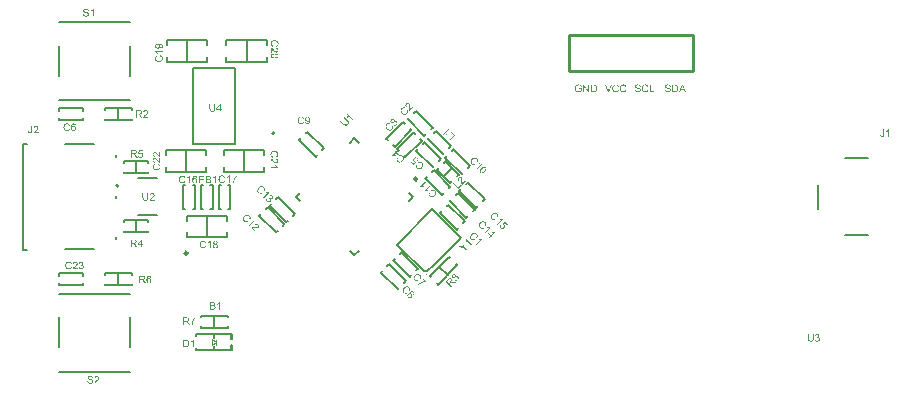
<source format=gto>
G04*
G04 #@! TF.GenerationSoftware,Altium Limited,Altium Designer,24.9.1 (31)*
G04*
G04 Layer_Color=65535*
%FSLAX44Y44*%
%MOMM*%
G71*
G04*
G04 #@! TF.SameCoordinates,B57C8B18-3D84-4A04-B3AE-A62089487BF1*
G04*
G04*
G04 #@! TF.FilePolarity,Positive*
G04*
G01*
G75*
%ADD10C,0.2000*%
%ADD11C,0.2500*%
%ADD12C,0.1000*%
%ADD13C,0.1500*%
%ADD14C,0.2540*%
%ADD15C,0.1270*%
G36*
X105877Y203922D02*
X103316D01*
X102974Y202193D01*
X102983Y202203D01*
X103002Y202212D01*
X103029Y202230D01*
X103076Y202258D01*
X103131Y202286D01*
X103196Y202323D01*
X103344Y202397D01*
X103529Y202471D01*
X103732Y202535D01*
X103954Y202582D01*
X104065Y202600D01*
X104268D01*
X104324Y202591D01*
X104398Y202582D01*
X104481Y202572D01*
X104573Y202554D01*
X104675Y202526D01*
X104897Y202461D01*
X105017Y202415D01*
X105137Y202351D01*
X105258Y202286D01*
X105378Y202212D01*
X105489Y202120D01*
X105600Y202018D01*
X105609Y202008D01*
X105627Y201990D01*
X105655Y201962D01*
X105692Y201916D01*
X105738Y201851D01*
X105785Y201787D01*
X105840Y201703D01*
X105896Y201611D01*
X105942Y201509D01*
X105997Y201398D01*
X106044Y201269D01*
X106090Y201139D01*
X106127Y201001D01*
X106154Y200844D01*
X106173Y200686D01*
X106182Y200520D01*
Y200511D01*
Y200483D01*
Y200437D01*
X106173Y200372D01*
X106164Y200298D01*
X106154Y200215D01*
X106136Y200113D01*
X106117Y200012D01*
X106062Y199771D01*
X105969Y199521D01*
X105914Y199392D01*
X105840Y199272D01*
X105766Y199142D01*
X105674Y199022D01*
X105664Y199013D01*
X105646Y198985D01*
X105609Y198948D01*
X105563Y198902D01*
X105498Y198846D01*
X105424Y198773D01*
X105332Y198708D01*
X105230Y198634D01*
X105119Y198560D01*
X104990Y198495D01*
X104851Y198431D01*
X104703Y198366D01*
X104546Y198319D01*
X104370Y198283D01*
X104185Y198255D01*
X103991Y198246D01*
X103908D01*
X103843Y198255D01*
X103769Y198264D01*
X103686Y198273D01*
X103584Y198283D01*
X103482Y198310D01*
X103251Y198366D01*
X103020Y198449D01*
X102900Y198504D01*
X102780Y198569D01*
X102669Y198643D01*
X102558Y198726D01*
X102549Y198736D01*
X102530Y198745D01*
X102512Y198782D01*
X102475Y198819D01*
X102428Y198865D01*
X102382Y198920D01*
X102327Y198994D01*
X102281Y199078D01*
X102225Y199161D01*
X102170Y199263D01*
X102068Y199485D01*
X101985Y199743D01*
X101957Y199882D01*
X101938Y200030D01*
X102761Y200095D01*
Y200085D01*
Y200067D01*
X102771Y200039D01*
X102780Y199993D01*
X102808Y199891D01*
X102844Y199753D01*
X102900Y199614D01*
X102974Y199457D01*
X103066Y199318D01*
X103177Y199189D01*
X103196Y199179D01*
X103233Y199142D01*
X103307Y199096D01*
X103408Y199041D01*
X103519Y198985D01*
X103658Y198939D01*
X103815Y198902D01*
X103991Y198893D01*
X104046D01*
X104083Y198902D01*
X104194Y198911D01*
X104324Y198948D01*
X104481Y198994D01*
X104638Y199068D01*
X104805Y199179D01*
X104879Y199244D01*
X104952Y199318D01*
X104962Y199327D01*
X104971Y199336D01*
X104990Y199364D01*
X105017Y199392D01*
X105082Y199494D01*
X105156Y199623D01*
X105221Y199780D01*
X105285Y199974D01*
X105332Y200206D01*
X105350Y200326D01*
Y200455D01*
Y200464D01*
Y200483D01*
Y200520D01*
X105341Y200566D01*
Y200622D01*
X105332Y200686D01*
X105304Y200834D01*
X105258Y201010D01*
X105193Y201186D01*
X105100Y201352D01*
X104971Y201509D01*
Y201518D01*
X104952Y201528D01*
X104906Y201574D01*
X104823Y201639D01*
X104712Y201713D01*
X104564Y201777D01*
X104398Y201842D01*
X104204Y201888D01*
X104093Y201907D01*
X103917D01*
X103843Y201898D01*
X103751Y201888D01*
X103640Y201861D01*
X103529Y201833D01*
X103408Y201787D01*
X103288Y201731D01*
X103279Y201722D01*
X103242Y201703D01*
X103187Y201657D01*
X103113Y201611D01*
X103039Y201546D01*
X102965Y201463D01*
X102881Y201380D01*
X102817Y201278D01*
X102077Y201380D01*
X102697Y204671D01*
X105877D01*
Y203922D01*
D02*
G37*
G36*
X98860Y204745D02*
X98943D01*
X99137Y204736D01*
X99340Y204708D01*
X99562Y204681D01*
X99766Y204634D01*
X99867Y204606D01*
X99951Y204579D01*
X99960D01*
X99969Y204569D01*
X100025Y204542D01*
X100108Y204505D01*
X100210Y204440D01*
X100320Y204357D01*
X100441Y204246D01*
X100552Y204116D01*
X100662Y203969D01*
Y203959D01*
X100672Y203950D01*
X100709Y203895D01*
X100746Y203802D01*
X100801Y203682D01*
X100847Y203543D01*
X100894Y203377D01*
X100921Y203201D01*
X100931Y203007D01*
Y202998D01*
Y202979D01*
Y202942D01*
X100921Y202896D01*
Y202831D01*
X100912Y202767D01*
X100875Y202610D01*
X100820Y202425D01*
X100746Y202230D01*
X100635Y202036D01*
X100561Y201944D01*
X100487Y201851D01*
X100478Y201842D01*
X100468Y201833D01*
X100441Y201805D01*
X100404Y201777D01*
X100357Y201740D01*
X100302Y201703D01*
X100228Y201657D01*
X100154Y201602D01*
X100062Y201556D01*
X99960Y201509D01*
X99849Y201454D01*
X99729Y201408D01*
X99590Y201371D01*
X99451Y201324D01*
X99294Y201297D01*
X99128Y201269D01*
X99146Y201260D01*
X99183Y201241D01*
X99239Y201204D01*
X99313Y201167D01*
X99479Y201066D01*
X99562Y201001D01*
X99636Y200945D01*
X99655Y200927D01*
X99701Y200881D01*
X99775Y200807D01*
X99867Y200714D01*
X99969Y200585D01*
X100089Y200446D01*
X100210Y200280D01*
X100339Y200095D01*
X101439Y198356D01*
X100385D01*
X99544Y199688D01*
Y199697D01*
X99525Y199716D01*
X99507Y199743D01*
X99479Y199780D01*
X99414Y199882D01*
X99331Y200012D01*
X99229Y200150D01*
X99128Y200298D01*
X99026Y200437D01*
X98934Y200566D01*
X98924Y200575D01*
X98897Y200612D01*
X98850Y200668D01*
X98786Y200733D01*
X98647Y200871D01*
X98573Y200936D01*
X98499Y200991D01*
X98490Y201001D01*
X98471Y201010D01*
X98434Y201028D01*
X98379Y201056D01*
X98323Y201084D01*
X98259Y201112D01*
X98111Y201158D01*
X98102D01*
X98083Y201167D01*
X98046D01*
X98000Y201176D01*
X97935Y201186D01*
X97861D01*
X97759Y201195D01*
X96668D01*
Y198356D01*
X95818D01*
Y204755D01*
X98786D01*
X98860Y204745D01*
D02*
G37*
G36*
X677162Y49009D02*
X677282Y48991D01*
X677430Y48963D01*
X677597Y48917D01*
X677763Y48861D01*
X677929Y48787D01*
X677939D01*
X677948Y48778D01*
X678003Y48750D01*
X678087Y48695D01*
X678179Y48630D01*
X678290Y48538D01*
X678401Y48436D01*
X678512Y48316D01*
X678604Y48177D01*
X678614Y48158D01*
X678641Y48112D01*
X678678Y48029D01*
X678725Y47927D01*
X678771Y47807D01*
X678808Y47668D01*
X678835Y47511D01*
X678845Y47354D01*
Y47336D01*
Y47280D01*
X678835Y47206D01*
X678817Y47105D01*
X678789Y46984D01*
X678743Y46855D01*
X678688Y46725D01*
X678614Y46596D01*
X678604Y46578D01*
X678577Y46540D01*
X678521Y46476D01*
X678447Y46402D01*
X678355Y46319D01*
X678244Y46226D01*
X678114Y46143D01*
X677957Y46060D01*
X677966D01*
X677985Y46051D01*
X678013Y46041D01*
X678050Y46032D01*
X678151Y45995D01*
X678281Y45939D01*
X678429Y45866D01*
X678577Y45773D01*
X678715Y45653D01*
X678845Y45514D01*
X678854Y45496D01*
X678891Y45440D01*
X678946Y45348D01*
X679002Y45228D01*
X679057Y45080D01*
X679113Y44904D01*
X679150Y44701D01*
X679159Y44479D01*
Y44469D01*
Y44442D01*
Y44395D01*
X679150Y44340D01*
X679141Y44266D01*
X679122Y44183D01*
X679104Y44090D01*
X679085Y43989D01*
X679011Y43767D01*
X678956Y43647D01*
X678900Y43536D01*
X678826Y43415D01*
X678743Y43295D01*
X678651Y43175D01*
X678540Y43064D01*
X678530Y43055D01*
X678512Y43036D01*
X678475Y43009D01*
X678429Y42972D01*
X678373Y42926D01*
X678299Y42879D01*
X678216Y42824D01*
X678114Y42778D01*
X678013Y42722D01*
X677892Y42667D01*
X677772Y42620D01*
X677634Y42574D01*
X677486Y42537D01*
X677328Y42509D01*
X677171Y42491D01*
X676996Y42482D01*
X676912D01*
X676857Y42491D01*
X676783Y42500D01*
X676700Y42509D01*
X676607Y42528D01*
X676506Y42546D01*
X676284Y42602D01*
X676052Y42694D01*
X675932Y42750D01*
X675821Y42814D01*
X675710Y42898D01*
X675600Y42981D01*
X675590Y42990D01*
X675572Y43009D01*
X675544Y43036D01*
X675516Y43073D01*
X675470Y43120D01*
X675424Y43184D01*
X675368Y43249D01*
X675313Y43332D01*
X675257Y43425D01*
X675202Y43517D01*
X675100Y43739D01*
X675017Y43998D01*
X674989Y44137D01*
X674971Y44285D01*
X675757Y44386D01*
Y44377D01*
X675766Y44359D01*
X675775Y44322D01*
X675784Y44275D01*
X675794Y44220D01*
X675812Y44155D01*
X675858Y44016D01*
X675923Y43850D01*
X676006Y43693D01*
X676099Y43545D01*
X676210Y43415D01*
X676228Y43406D01*
X676265Y43369D01*
X676339Y43323D01*
X676432Y43277D01*
X676543Y43221D01*
X676681Y43175D01*
X676838Y43138D01*
X677005Y43129D01*
X677060D01*
X677097Y43138D01*
X677199Y43147D01*
X677328Y43175D01*
X677476Y43221D01*
X677634Y43286D01*
X677791Y43379D01*
X677939Y43508D01*
X677957Y43526D01*
X678003Y43582D01*
X678059Y43665D01*
X678133Y43776D01*
X678207Y43915D01*
X678262Y44072D01*
X678308Y44257D01*
X678327Y44460D01*
Y44469D01*
Y44488D01*
Y44516D01*
X678318Y44553D01*
X678308Y44654D01*
X678281Y44775D01*
X678244Y44922D01*
X678179Y45070D01*
X678087Y45218D01*
X677966Y45357D01*
X677948Y45376D01*
X677902Y45413D01*
X677828Y45468D01*
X677726Y45533D01*
X677597Y45597D01*
X677439Y45653D01*
X677264Y45690D01*
X677069Y45708D01*
X676986D01*
X676922Y45699D01*
X676838Y45690D01*
X676746Y45671D01*
X676635Y45653D01*
X676515Y45625D01*
X676607Y46319D01*
X676654D01*
X676691Y46309D01*
X676811D01*
X676912Y46328D01*
X677033Y46346D01*
X677171Y46374D01*
X677328Y46420D01*
X677476Y46485D01*
X677634Y46568D01*
X677643D01*
X677652Y46578D01*
X677698Y46614D01*
X677763Y46679D01*
X677837Y46762D01*
X677911Y46883D01*
X677976Y47021D01*
X678022Y47178D01*
X678040Y47271D01*
Y47373D01*
Y47382D01*
Y47391D01*
Y47447D01*
X678022Y47520D01*
X678003Y47622D01*
X677966Y47733D01*
X677920Y47853D01*
X677846Y47974D01*
X677745Y48085D01*
X677735Y48094D01*
X677689Y48131D01*
X677624Y48177D01*
X677541Y48232D01*
X677430Y48279D01*
X677301Y48325D01*
X677153Y48362D01*
X676986Y48371D01*
X676912D01*
X676829Y48353D01*
X676718Y48334D01*
X676598Y48297D01*
X676478Y48251D01*
X676348Y48177D01*
X676228Y48085D01*
X676219Y48075D01*
X676182Y48029D01*
X676126Y47964D01*
X676062Y47872D01*
X675997Y47752D01*
X675932Y47604D01*
X675877Y47428D01*
X675840Y47225D01*
X675054Y47363D01*
Y47373D01*
X675063Y47400D01*
X675072Y47437D01*
X675082Y47493D01*
X675100Y47558D01*
X675128Y47632D01*
X675183Y47807D01*
X675276Y48011D01*
X675387Y48214D01*
X675526Y48408D01*
X675701Y48584D01*
X675710Y48593D01*
X675729Y48602D01*
X675757Y48621D01*
X675794Y48649D01*
X675840Y48685D01*
X675905Y48723D01*
X675969Y48759D01*
X676052Y48806D01*
X676237Y48880D01*
X676450Y48954D01*
X676700Y49000D01*
X676829Y49018D01*
X677060D01*
X677162Y49009D01*
D02*
G37*
G36*
X673871Y45292D02*
Y45283D01*
Y45246D01*
Y45200D01*
Y45135D01*
X673861Y45052D01*
Y44960D01*
X673852Y44849D01*
X673843Y44738D01*
X673815Y44488D01*
X673778Y44229D01*
X673723Y43980D01*
X673686Y43859D01*
X673649Y43748D01*
Y43739D01*
X673639Y43721D01*
X673621Y43693D01*
X673602Y43656D01*
X673547Y43554D01*
X673464Y43425D01*
X673353Y43277D01*
X673223Y43129D01*
X673057Y42972D01*
X672853Y42833D01*
X672844D01*
X672826Y42814D01*
X672798Y42805D01*
X672752Y42778D01*
X672696Y42750D01*
X672622Y42722D01*
X672548Y42694D01*
X672456Y42657D01*
X672354Y42620D01*
X672243Y42593D01*
X672123Y42565D01*
X671984Y42537D01*
X671846Y42519D01*
X671698Y42500D01*
X671365Y42482D01*
X671282D01*
X671217Y42491D01*
X671143D01*
X671051Y42500D01*
X670949Y42509D01*
X670847Y42519D01*
X670616Y42556D01*
X670367Y42611D01*
X670126Y42685D01*
X669895Y42787D01*
X669886D01*
X669867Y42805D01*
X669839Y42824D01*
X669802Y42842D01*
X669701Y42916D01*
X669581Y43018D01*
X669442Y43147D01*
X669313Y43295D01*
X669183Y43480D01*
X669081Y43684D01*
Y43693D01*
X669072Y43711D01*
X669063Y43748D01*
X669044Y43795D01*
X669026Y43850D01*
X669007Y43924D01*
X668980Y44007D01*
X668961Y44109D01*
X668943Y44220D01*
X668915Y44340D01*
X668896Y44469D01*
X668878Y44608D01*
X668859Y44765D01*
X668850Y44932D01*
X668841Y45107D01*
Y45292D01*
Y48991D01*
X669691D01*
Y45292D01*
Y45283D01*
Y45255D01*
Y45209D01*
Y45154D01*
X669701Y45089D01*
Y45006D01*
X669710Y44830D01*
X669728Y44627D01*
X669756Y44423D01*
X669793Y44229D01*
X669812Y44146D01*
X669839Y44063D01*
X669849Y44044D01*
X669867Y43998D01*
X669913Y43933D01*
X669969Y43841D01*
X670034Y43748D01*
X670126Y43647D01*
X670237Y43545D01*
X670367Y43462D01*
X670385Y43453D01*
X670431Y43425D01*
X670514Y43397D01*
X670625Y43360D01*
X670755Y43314D01*
X670921Y43286D01*
X671097Y43258D01*
X671291Y43249D01*
X671384D01*
X671439Y43258D01*
X671522D01*
X671605Y43268D01*
X671809Y43305D01*
X672031Y43351D01*
X672243Y43425D01*
X672447Y43526D01*
X672539Y43591D01*
X672622Y43665D01*
X672632Y43674D01*
X672641Y43684D01*
X672659Y43711D01*
X672687Y43748D01*
X672715Y43804D01*
X672752Y43859D01*
X672789Y43942D01*
X672826Y44026D01*
X672863Y44127D01*
X672890Y44248D01*
X672927Y44386D01*
X672955Y44534D01*
X672983Y44701D01*
X673001Y44876D01*
X673020Y45080D01*
Y45292D01*
Y48991D01*
X673871D01*
Y45292D01*
D02*
G37*
G36*
X525122Y260211D02*
X525187D01*
X525362Y260192D01*
X525557Y260164D01*
X525760Y260118D01*
X525982Y260063D01*
X526185Y259989D01*
X526194D01*
X526213Y259979D01*
X526241Y259961D01*
X526278Y259942D01*
X526370Y259896D01*
X526490Y259813D01*
X526629Y259721D01*
X526768Y259600D01*
X526897Y259462D01*
X527017Y259305D01*
Y259295D01*
X527027Y259286D01*
X527045Y259258D01*
X527064Y259231D01*
X527110Y259138D01*
X527165Y259018D01*
X527230Y258870D01*
X527276Y258694D01*
X527323Y258509D01*
X527341Y258306D01*
X526527Y258241D01*
Y258251D01*
Y258269D01*
X526518Y258297D01*
X526509Y258343D01*
X526481Y258445D01*
X526444Y258583D01*
X526389Y258731D01*
X526305Y258879D01*
X526204Y259018D01*
X526074Y259147D01*
X526056Y259157D01*
X526010Y259194D01*
X525917Y259249D01*
X525797Y259305D01*
X525640Y259360D01*
X525455Y259415D01*
X525224Y259452D01*
X524965Y259462D01*
X524835D01*
X524780Y259452D01*
X524706Y259443D01*
X524539Y259425D01*
X524355Y259388D01*
X524170Y259342D01*
X523994Y259268D01*
X523920Y259221D01*
X523846Y259175D01*
X523828Y259166D01*
X523791Y259129D01*
X523735Y259064D01*
X523680Y258990D01*
X523615Y258888D01*
X523559Y258778D01*
X523522Y258648D01*
X523504Y258500D01*
Y258482D01*
Y258445D01*
X523513Y258380D01*
X523532Y258306D01*
X523559Y258214D01*
X523606Y258121D01*
X523661Y258029D01*
X523744Y257936D01*
X523754Y257927D01*
X523800Y257899D01*
X523837Y257871D01*
X523874Y257853D01*
X523929Y257825D01*
X523994Y257788D01*
X524077Y257761D01*
X524170Y257724D01*
X524271Y257687D01*
X524392Y257640D01*
X524521Y257603D01*
X524669Y257557D01*
X524835Y257520D01*
X525020Y257474D01*
X525030D01*
X525066Y257465D01*
X525122Y257455D01*
X525187Y257437D01*
X525270Y257418D01*
X525372Y257391D01*
X525473Y257363D01*
X525584Y257335D01*
X525825Y257271D01*
X526056Y257206D01*
X526167Y257169D01*
X526269Y257132D01*
X526361Y257104D01*
X526435Y257067D01*
X526444D01*
X526463Y257058D01*
X526490Y257039D01*
X526527Y257021D01*
X526629Y256965D01*
X526749Y256891D01*
X526888Y256790D01*
X527027Y256679D01*
X527156Y256549D01*
X527267Y256411D01*
X527276Y256392D01*
X527313Y256346D01*
X527350Y256263D01*
X527406Y256152D01*
X527452Y256022D01*
X527498Y255865D01*
X527526Y255690D01*
X527535Y255505D01*
Y255495D01*
Y255486D01*
Y255458D01*
Y255421D01*
X527517Y255320D01*
X527498Y255190D01*
X527461Y255042D01*
X527415Y254885D01*
X527341Y254719D01*
X527239Y254543D01*
Y254534D01*
X527230Y254525D01*
X527184Y254469D01*
X527119Y254386D01*
X527027Y254293D01*
X526906Y254182D01*
X526758Y254062D01*
X526592Y253951D01*
X526398Y253850D01*
X526389D01*
X526370Y253840D01*
X526342Y253831D01*
X526305Y253813D01*
X526250Y253794D01*
X526185Y253766D01*
X526037Y253729D01*
X525862Y253683D01*
X525649Y253637D01*
X525418Y253609D01*
X525168Y253600D01*
X525020D01*
X524946Y253609D01*
X524863D01*
X524771Y253619D01*
X524660Y253628D01*
X524429Y253665D01*
X524188Y253702D01*
X523948Y253766D01*
X523717Y253850D01*
X523707D01*
X523689Y253859D01*
X523661Y253877D01*
X523624Y253896D01*
X523513Y253951D01*
X523384Y254035D01*
X523236Y254146D01*
X523079Y254275D01*
X522931Y254432D01*
X522792Y254608D01*
Y254617D01*
X522774Y254636D01*
X522764Y254663D01*
X522737Y254700D01*
X522718Y254746D01*
X522690Y254802D01*
X522626Y254941D01*
X522561Y255116D01*
X522505Y255310D01*
X522468Y255532D01*
X522450Y255763D01*
X523245Y255837D01*
Y255828D01*
Y255819D01*
X523254Y255791D01*
Y255754D01*
X523273Y255671D01*
X523301Y255551D01*
X523338Y255431D01*
X523375Y255292D01*
X523439Y255163D01*
X523504Y255042D01*
X523513Y255033D01*
X523541Y254996D01*
X523587Y254931D01*
X523661Y254867D01*
X523754Y254783D01*
X523855Y254700D01*
X523994Y254617D01*
X524142Y254543D01*
X524151D01*
X524160Y254534D01*
X524188Y254525D01*
X524216Y254515D01*
X524308Y254488D01*
X524429Y254451D01*
X524576Y254414D01*
X524743Y254386D01*
X524928Y254367D01*
X525131Y254358D01*
X525215D01*
X525307Y254367D01*
X525418Y254377D01*
X525547Y254395D01*
X525695Y254414D01*
X525843Y254451D01*
X525982Y254497D01*
X526000Y254506D01*
X526047Y254525D01*
X526111Y254562D01*
X526194Y254599D01*
X526278Y254663D01*
X526370Y254728D01*
X526463Y254802D01*
X526537Y254894D01*
X526546Y254904D01*
X526564Y254941D01*
X526592Y254987D01*
X526629Y255061D01*
X526666Y255135D01*
X526694Y255227D01*
X526712Y255329D01*
X526721Y255440D01*
Y255449D01*
Y255495D01*
X526712Y255551D01*
X526703Y255625D01*
X526675Y255699D01*
X526647Y255791D01*
X526601Y255884D01*
X526537Y255967D01*
X526527Y255976D01*
X526500Y256004D01*
X526463Y256041D01*
X526398Y256096D01*
X526324Y256152D01*
X526222Y256217D01*
X526102Y256281D01*
X525963Y256337D01*
X525954Y256346D01*
X525908Y256355D01*
X525834Y256383D01*
X525788Y256392D01*
X525723Y256411D01*
X525658Y256438D01*
X525575Y256457D01*
X525483Y256485D01*
X525372Y256512D01*
X525261Y256540D01*
X525131Y256577D01*
X524983Y256614D01*
X524826Y256651D01*
X524817D01*
X524789Y256660D01*
X524743Y256670D01*
X524688Y256688D01*
X524613Y256707D01*
X524530Y256725D01*
X524345Y256780D01*
X524142Y256845D01*
X523929Y256910D01*
X523744Y256975D01*
X523661Y257012D01*
X523587Y257049D01*
X523578D01*
X523569Y257058D01*
X523513Y257095D01*
X523430Y257141D01*
X523338Y257215D01*
X523227Y257298D01*
X523116Y257400D01*
X523005Y257520D01*
X522912Y257650D01*
X522903Y257668D01*
X522875Y257714D01*
X522838Y257788D01*
X522801Y257881D01*
X522764Y258001D01*
X522727Y258140D01*
X522700Y258288D01*
X522690Y258445D01*
Y258454D01*
Y258463D01*
Y258491D01*
Y258528D01*
X522709Y258620D01*
X522727Y258741D01*
X522755Y258879D01*
X522801Y259036D01*
X522866Y259194D01*
X522958Y259351D01*
Y259360D01*
X522968Y259369D01*
X523014Y259425D01*
X523079Y259499D01*
X523162Y259591D01*
X523273Y259693D01*
X523412Y259804D01*
X523578Y259905D01*
X523763Y259998D01*
X523772D01*
X523791Y260007D01*
X523818Y260016D01*
X523855Y260035D01*
X523902Y260053D01*
X523966Y260072D01*
X524105Y260109D01*
X524281Y260146D01*
X524484Y260183D01*
X524697Y260211D01*
X524937Y260220D01*
X525057D01*
X525122Y260211D01*
D02*
G37*
G36*
X531622D02*
X531705Y260201D01*
X531807Y260192D01*
X531908Y260183D01*
X532029Y260155D01*
X532278Y260100D01*
X532556Y260016D01*
X532694Y259961D01*
X532824Y259896D01*
X532953Y259813D01*
X533083Y259730D01*
X533092Y259721D01*
X533110Y259711D01*
X533147Y259684D01*
X533193Y259637D01*
X533240Y259591D01*
X533304Y259526D01*
X533369Y259452D01*
X533443Y259379D01*
X533517Y259286D01*
X533591Y259175D01*
X533674Y259064D01*
X533748Y258944D01*
X533813Y258805D01*
X533887Y258667D01*
X533942Y258519D01*
X533998Y258352D01*
X533166Y258158D01*
Y258167D01*
X533156Y258186D01*
X533138Y258223D01*
X533120Y258269D01*
X533101Y258325D01*
X533073Y258398D01*
X532999Y258546D01*
X532907Y258713D01*
X532796Y258879D01*
X532657Y259036D01*
X532509Y259175D01*
X532491Y259194D01*
X532435Y259231D01*
X532343Y259277D01*
X532223Y259342D01*
X532066Y259397D01*
X531890Y259452D01*
X531677Y259489D01*
X531446Y259499D01*
X531372D01*
X531326Y259489D01*
X531261D01*
X531187Y259480D01*
X531012Y259452D01*
X530817Y259415D01*
X530614Y259351D01*
X530401Y259258D01*
X530207Y259138D01*
X530198D01*
X530189Y259120D01*
X530124Y259073D01*
X530041Y258999D01*
X529939Y258888D01*
X529819Y258750D01*
X529708Y258593D01*
X529606Y258398D01*
X529514Y258186D01*
Y258177D01*
X529504Y258158D01*
X529495Y258130D01*
X529486Y258084D01*
X529467Y258029D01*
X529449Y257964D01*
X529421Y257807D01*
X529384Y257622D01*
X529347Y257418D01*
X529329Y257197D01*
X529319Y256956D01*
Y256947D01*
Y256919D01*
Y256873D01*
Y256817D01*
X529329Y256753D01*
Y256670D01*
X529338Y256577D01*
X529347Y256475D01*
X529375Y256254D01*
X529421Y256013D01*
X529477Y255773D01*
X529551Y255532D01*
Y255523D01*
X529560Y255505D01*
X529578Y255477D01*
X529597Y255431D01*
X529652Y255320D01*
X529736Y255190D01*
X529837Y255042D01*
X529967Y254885D01*
X530115Y254746D01*
X530290Y254617D01*
X530299D01*
X530318Y254608D01*
X530346Y254589D01*
X530383Y254571D01*
X530429Y254552D01*
X530485Y254525D01*
X530614Y254469D01*
X530780Y254414D01*
X530965Y254367D01*
X531169Y254330D01*
X531381Y254321D01*
X531446D01*
X531502Y254330D01*
X531566D01*
X531631Y254340D01*
X531797Y254377D01*
X531992Y254423D01*
X532186Y254497D01*
X532389Y254599D01*
X532491Y254654D01*
X532583Y254728D01*
X532593Y254737D01*
X532602Y254746D01*
X532629Y254774D01*
X532666Y254802D01*
X532703Y254848D01*
X532750Y254904D01*
X532805Y254959D01*
X532851Y255033D01*
X532907Y255116D01*
X532971Y255209D01*
X533027Y255301D01*
X533083Y255412D01*
X533129Y255532D01*
X533175Y255662D01*
X533221Y255800D01*
X533258Y255948D01*
X534109Y255736D01*
Y255727D01*
X534100Y255690D01*
X534081Y255634D01*
X534053Y255560D01*
X534025Y255477D01*
X533988Y255375D01*
X533942Y255264D01*
X533887Y255144D01*
X533757Y254885D01*
X533591Y254626D01*
X533489Y254497D01*
X533388Y254367D01*
X533277Y254256D01*
X533147Y254146D01*
X533138Y254136D01*
X533120Y254118D01*
X533073Y254099D01*
X533027Y254062D01*
X532953Y254016D01*
X532879Y253970D01*
X532777Y253924D01*
X532676Y253877D01*
X532556Y253822D01*
X532426Y253776D01*
X532287Y253729D01*
X532139Y253683D01*
X531982Y253646D01*
X531816Y253628D01*
X531640Y253609D01*
X531455Y253600D01*
X531353D01*
X531280Y253609D01*
X531196D01*
X531095Y253619D01*
X530984Y253637D01*
X530854Y253655D01*
X530586Y253702D01*
X530309Y253776D01*
X530031Y253877D01*
X529902Y253942D01*
X529772Y254016D01*
X529763Y254025D01*
X529745Y254035D01*
X529708Y254062D01*
X529671Y254099D01*
X529615Y254136D01*
X529551Y254192D01*
X529477Y254256D01*
X529403Y254330D01*
X529329Y254414D01*
X529246Y254497D01*
X529079Y254709D01*
X528922Y254959D01*
X528783Y255236D01*
Y255246D01*
X528765Y255273D01*
X528755Y255320D01*
X528728Y255375D01*
X528709Y255449D01*
X528682Y255542D01*
X528645Y255643D01*
X528617Y255754D01*
X528589Y255874D01*
X528552Y256013D01*
X528506Y256300D01*
X528469Y256623D01*
X528450Y256956D01*
Y256965D01*
Y257002D01*
Y257058D01*
X528460Y257123D01*
Y257215D01*
X528469Y257307D01*
X528478Y257428D01*
X528497Y257548D01*
X528543Y257816D01*
X528608Y258112D01*
X528700Y258408D01*
X528829Y258694D01*
X528839Y258704D01*
X528848Y258731D01*
X528867Y258768D01*
X528904Y258815D01*
X528940Y258879D01*
X528987Y258953D01*
X529107Y259120D01*
X529264Y259305D01*
X529449Y259489D01*
X529662Y259674D01*
X529911Y259832D01*
X529921Y259841D01*
X529948Y259850D01*
X529985Y259869D01*
X530031Y259896D01*
X530105Y259924D01*
X530179Y259952D01*
X530272Y259989D01*
X530373Y260026D01*
X530485Y260063D01*
X530605Y260100D01*
X530863Y260155D01*
X531159Y260201D01*
X531465Y260220D01*
X531557D01*
X531622Y260211D01*
D02*
G37*
G36*
X535967Y254469D02*
X539120D01*
Y253711D01*
X535117D01*
Y260109D01*
X535967D01*
Y254469D01*
D02*
G37*
G36*
X550522Y260211D02*
X550587D01*
X550762Y260192D01*
X550957Y260164D01*
X551160Y260118D01*
X551382Y260063D01*
X551585Y259989D01*
X551595D01*
X551613Y259979D01*
X551641Y259961D01*
X551678Y259942D01*
X551770Y259896D01*
X551890Y259813D01*
X552029Y259721D01*
X552168Y259600D01*
X552297Y259462D01*
X552417Y259305D01*
Y259295D01*
X552427Y259286D01*
X552445Y259258D01*
X552464Y259231D01*
X552510Y259138D01*
X552565Y259018D01*
X552630Y258870D01*
X552676Y258694D01*
X552723Y258509D01*
X552741Y258306D01*
X551927Y258241D01*
Y258251D01*
Y258269D01*
X551918Y258297D01*
X551909Y258343D01*
X551881Y258445D01*
X551844Y258583D01*
X551789Y258731D01*
X551705Y258879D01*
X551604Y259018D01*
X551474Y259147D01*
X551456Y259157D01*
X551410Y259194D01*
X551317Y259249D01*
X551197Y259305D01*
X551040Y259360D01*
X550855Y259415D01*
X550624Y259452D01*
X550365Y259462D01*
X550235D01*
X550180Y259452D01*
X550106Y259443D01*
X549939Y259425D01*
X549755Y259388D01*
X549570Y259342D01*
X549394Y259268D01*
X549320Y259221D01*
X549246Y259175D01*
X549228Y259166D01*
X549191Y259129D01*
X549135Y259064D01*
X549080Y258990D01*
X549015Y258888D01*
X548960Y258778D01*
X548923Y258648D01*
X548904Y258500D01*
Y258482D01*
Y258445D01*
X548913Y258380D01*
X548932Y258306D01*
X548960Y258214D01*
X549006Y258121D01*
X549061Y258029D01*
X549144Y257936D01*
X549154Y257927D01*
X549200Y257899D01*
X549237Y257871D01*
X549274Y257853D01*
X549329Y257825D01*
X549394Y257788D01*
X549477Y257761D01*
X549570Y257724D01*
X549671Y257687D01*
X549792Y257640D01*
X549921Y257603D01*
X550069Y257557D01*
X550235Y257520D01*
X550420Y257474D01*
X550430D01*
X550466Y257465D01*
X550522Y257455D01*
X550587Y257437D01*
X550670Y257418D01*
X550772Y257391D01*
X550873Y257363D01*
X550984Y257335D01*
X551225Y257271D01*
X551456Y257206D01*
X551567Y257169D01*
X551669Y257132D01*
X551761Y257104D01*
X551835Y257067D01*
X551844D01*
X551863Y257058D01*
X551890Y257039D01*
X551927Y257021D01*
X552029Y256965D01*
X552149Y256891D01*
X552288Y256790D01*
X552427Y256679D01*
X552556Y256549D01*
X552667Y256411D01*
X552676Y256392D01*
X552713Y256346D01*
X552750Y256263D01*
X552806Y256152D01*
X552852Y256022D01*
X552898Y255865D01*
X552926Y255690D01*
X552935Y255505D01*
Y255495D01*
Y255486D01*
Y255458D01*
Y255421D01*
X552917Y255320D01*
X552898Y255190D01*
X552861Y255042D01*
X552815Y254885D01*
X552741Y254719D01*
X552639Y254543D01*
Y254534D01*
X552630Y254525D01*
X552584Y254469D01*
X552519Y254386D01*
X552427Y254293D01*
X552306Y254182D01*
X552159Y254062D01*
X551992Y253951D01*
X551798Y253850D01*
X551789D01*
X551770Y253840D01*
X551742Y253831D01*
X551705Y253813D01*
X551650Y253794D01*
X551585Y253766D01*
X551437Y253729D01*
X551262Y253683D01*
X551049Y253637D01*
X550818Y253609D01*
X550568Y253600D01*
X550420D01*
X550346Y253609D01*
X550263D01*
X550171Y253619D01*
X550060Y253628D01*
X549829Y253665D01*
X549588Y253702D01*
X549348Y253766D01*
X549117Y253850D01*
X549107D01*
X549089Y253859D01*
X549061Y253877D01*
X549024Y253896D01*
X548913Y253951D01*
X548784Y254035D01*
X548636Y254146D01*
X548479Y254275D01*
X548331Y254432D01*
X548192Y254608D01*
Y254617D01*
X548174Y254636D01*
X548164Y254663D01*
X548137Y254700D01*
X548118Y254746D01*
X548090Y254802D01*
X548026Y254941D01*
X547961Y255116D01*
X547906Y255310D01*
X547868Y255532D01*
X547850Y255763D01*
X548645Y255837D01*
Y255828D01*
Y255819D01*
X548654Y255791D01*
Y255754D01*
X548673Y255671D01*
X548701Y255551D01*
X548738Y255431D01*
X548775Y255292D01*
X548839Y255163D01*
X548904Y255042D01*
X548913Y255033D01*
X548941Y254996D01*
X548987Y254931D01*
X549061Y254867D01*
X549154Y254783D01*
X549255Y254700D01*
X549394Y254617D01*
X549542Y254543D01*
X549551D01*
X549561Y254534D01*
X549588Y254525D01*
X549616Y254515D01*
X549708Y254488D01*
X549829Y254451D01*
X549977Y254414D01*
X550143Y254386D01*
X550328Y254367D01*
X550531Y254358D01*
X550615D01*
X550707Y254367D01*
X550818Y254377D01*
X550947Y254395D01*
X551095Y254414D01*
X551243Y254451D01*
X551382Y254497D01*
X551400Y254506D01*
X551447Y254525D01*
X551511Y254562D01*
X551595Y254599D01*
X551678Y254663D01*
X551770Y254728D01*
X551863Y254802D01*
X551937Y254894D01*
X551946Y254904D01*
X551964Y254941D01*
X551992Y254987D01*
X552029Y255061D01*
X552066Y255135D01*
X552094Y255227D01*
X552112Y255329D01*
X552122Y255440D01*
Y255449D01*
Y255495D01*
X552112Y255551D01*
X552103Y255625D01*
X552075Y255699D01*
X552048Y255791D01*
X552001Y255884D01*
X551937Y255967D01*
X551927Y255976D01*
X551900Y256004D01*
X551863Y256041D01*
X551798Y256096D01*
X551724Y256152D01*
X551622Y256217D01*
X551502Y256281D01*
X551363Y256337D01*
X551354Y256346D01*
X551308Y256355D01*
X551234Y256383D01*
X551188Y256392D01*
X551123Y256411D01*
X551058Y256438D01*
X550975Y256457D01*
X550883Y256485D01*
X550772Y256512D01*
X550661Y256540D01*
X550531Y256577D01*
X550383Y256614D01*
X550226Y256651D01*
X550217D01*
X550189Y256660D01*
X550143Y256670D01*
X550088Y256688D01*
X550014Y256707D01*
X549930Y256725D01*
X549745Y256780D01*
X549542Y256845D01*
X549329Y256910D01*
X549144Y256975D01*
X549061Y257012D01*
X548987Y257049D01*
X548978D01*
X548969Y257058D01*
X548913Y257095D01*
X548830Y257141D01*
X548738Y257215D01*
X548627Y257298D01*
X548516Y257400D01*
X548405Y257520D01*
X548312Y257650D01*
X548303Y257668D01*
X548275Y257714D01*
X548238Y257788D01*
X548201Y257881D01*
X548164Y258001D01*
X548127Y258140D01*
X548100Y258288D01*
X548090Y258445D01*
Y258454D01*
Y258463D01*
Y258491D01*
Y258528D01*
X548109Y258620D01*
X548127Y258741D01*
X548155Y258879D01*
X548201Y259036D01*
X548266Y259194D01*
X548358Y259351D01*
Y259360D01*
X548368Y259369D01*
X548414Y259425D01*
X548479Y259499D01*
X548562Y259591D01*
X548673Y259693D01*
X548812Y259804D01*
X548978Y259905D01*
X549163Y259998D01*
X549172D01*
X549191Y260007D01*
X549218Y260016D01*
X549255Y260035D01*
X549302Y260053D01*
X549366Y260072D01*
X549505Y260109D01*
X549681Y260146D01*
X549884Y260183D01*
X550097Y260211D01*
X550337Y260220D01*
X550457D01*
X550522Y260211D01*
D02*
G37*
G36*
X565833Y253711D02*
X564871D01*
X564122Y255653D01*
X561441D01*
X560748Y253711D01*
X559851D01*
X562292Y260109D01*
X563216D01*
X565833Y253711D01*
D02*
G37*
G36*
X556726Y260100D02*
X556911Y260090D01*
X557096Y260072D01*
X557281Y260044D01*
X557438Y260016D01*
X557447D01*
X557466Y260007D01*
X557493D01*
X557530Y259989D01*
X557632Y259961D01*
X557761Y259915D01*
X557909Y259850D01*
X558066Y259767D01*
X558224Y259674D01*
X558372Y259554D01*
X558381Y259545D01*
X558390Y259536D01*
X558418Y259508D01*
X558455Y259480D01*
X558547Y259388D01*
X558658Y259258D01*
X558778Y259101D01*
X558908Y258916D01*
X559028Y258704D01*
X559130Y258463D01*
Y258454D01*
X559139Y258435D01*
X559157Y258398D01*
X559167Y258343D01*
X559194Y258278D01*
X559213Y258204D01*
X559231Y258121D01*
X559259Y258019D01*
X559287Y257918D01*
X559305Y257798D01*
X559352Y257539D01*
X559379Y257252D01*
X559389Y256938D01*
Y256928D01*
Y256910D01*
Y256864D01*
Y256817D01*
X559379Y256753D01*
Y256679D01*
X559370Y256503D01*
X559342Y256300D01*
X559315Y256087D01*
X559268Y255865D01*
X559213Y255643D01*
Y255634D01*
X559204Y255616D01*
X559194Y255588D01*
X559185Y255551D01*
X559148Y255449D01*
X559093Y255320D01*
X559037Y255172D01*
X558963Y255024D01*
X558871Y254867D01*
X558778Y254719D01*
X558769Y254700D01*
X558732Y254654D01*
X558677Y254589D01*
X558603Y254506D01*
X558520Y254414D01*
X558418Y254321D01*
X558316Y254219D01*
X558196Y254136D01*
X558177Y254127D01*
X558140Y254099D01*
X558076Y254062D01*
X557983Y254016D01*
X557872Y253961D01*
X557743Y253914D01*
X557595Y253859D01*
X557429Y253813D01*
X557410D01*
X557382Y253803D01*
X557355Y253794D01*
X557262Y253785D01*
X557133Y253766D01*
X556985Y253748D01*
X556809Y253729D01*
X556615Y253720D01*
X556402Y253711D01*
X554100D01*
Y260109D01*
X556559D01*
X556726Y260100D01*
D02*
G37*
G36*
X513054Y260211D02*
X513137Y260201D01*
X513239Y260192D01*
X513341Y260183D01*
X513461Y260155D01*
X513711Y260100D01*
X513988Y260016D01*
X514127Y259961D01*
X514256Y259896D01*
X514385Y259813D01*
X514515Y259730D01*
X514524Y259721D01*
X514543Y259711D01*
X514580Y259684D01*
X514626Y259637D01*
X514672Y259591D01*
X514737Y259526D01*
X514802Y259452D01*
X514876Y259379D01*
X514949Y259286D01*
X515023Y259175D01*
X515107Y259064D01*
X515181Y258944D01*
X515245Y258805D01*
X515319Y258667D01*
X515375Y258519D01*
X515430Y258352D01*
X514598Y258158D01*
Y258167D01*
X514589Y258186D01*
X514570Y258223D01*
X514552Y258269D01*
X514534Y258325D01*
X514506Y258398D01*
X514432Y258546D01*
X514339Y258713D01*
X514228Y258879D01*
X514090Y259036D01*
X513942Y259175D01*
X513923Y259194D01*
X513868Y259231D01*
X513775Y259277D01*
X513655Y259342D01*
X513498Y259397D01*
X513322Y259452D01*
X513110Y259489D01*
X512878Y259499D01*
X512804D01*
X512758Y259489D01*
X512694D01*
X512620Y259480D01*
X512444Y259452D01*
X512250Y259415D01*
X512046Y259351D01*
X511834Y259258D01*
X511640Y259138D01*
X511630D01*
X511621Y259120D01*
X511556Y259073D01*
X511473Y258999D01*
X511371Y258888D01*
X511251Y258750D01*
X511140Y258593D01*
X511039Y258398D01*
X510946Y258186D01*
Y258177D01*
X510937Y258158D01*
X510928Y258130D01*
X510918Y258084D01*
X510900Y258029D01*
X510882Y257964D01*
X510854Y257807D01*
X510817Y257622D01*
X510780Y257418D01*
X510761Y257197D01*
X510752Y256956D01*
Y256947D01*
Y256919D01*
Y256873D01*
Y256817D01*
X510761Y256753D01*
Y256670D01*
X510770Y256577D01*
X510780Y256475D01*
X510807Y256254D01*
X510854Y256013D01*
X510909Y255773D01*
X510983Y255532D01*
Y255523D01*
X510992Y255505D01*
X511011Y255477D01*
X511029Y255431D01*
X511085Y255320D01*
X511168Y255190D01*
X511270Y255042D01*
X511399Y254885D01*
X511547Y254746D01*
X511723Y254617D01*
X511732D01*
X511750Y254608D01*
X511778Y254589D01*
X511815Y254571D01*
X511861Y254552D01*
X511917Y254525D01*
X512046Y254469D01*
X512213Y254414D01*
X512398Y254367D01*
X512601Y254330D01*
X512814Y254321D01*
X512878D01*
X512934Y254330D01*
X512999D01*
X513063Y254340D01*
X513230Y254377D01*
X513424Y254423D01*
X513618Y254497D01*
X513822Y254599D01*
X513923Y254654D01*
X514016Y254728D01*
X514025Y254737D01*
X514034Y254746D01*
X514062Y254774D01*
X514099Y254802D01*
X514136Y254848D01*
X514182Y254904D01*
X514238Y254959D01*
X514284Y255033D01*
X514339Y255116D01*
X514404Y255209D01*
X514459Y255301D01*
X514515Y255412D01*
X514561Y255532D01*
X514607Y255662D01*
X514654Y255800D01*
X514691Y255948D01*
X515541Y255736D01*
Y255727D01*
X515532Y255690D01*
X515513Y255634D01*
X515486Y255560D01*
X515458Y255477D01*
X515421Y255375D01*
X515375Y255264D01*
X515319Y255144D01*
X515190Y254885D01*
X515023Y254626D01*
X514922Y254497D01*
X514820Y254367D01*
X514709Y254256D01*
X514580Y254146D01*
X514570Y254136D01*
X514552Y254118D01*
X514506Y254099D01*
X514459Y254062D01*
X514385Y254016D01*
X514312Y253970D01*
X514210Y253924D01*
X514108Y253877D01*
X513988Y253822D01*
X513858Y253776D01*
X513720Y253729D01*
X513572Y253683D01*
X513415Y253646D01*
X513248Y253628D01*
X513073Y253609D01*
X512888Y253600D01*
X512786D01*
X512712Y253609D01*
X512629D01*
X512527Y253619D01*
X512416Y253637D01*
X512287Y253655D01*
X512019Y253702D01*
X511741Y253776D01*
X511464Y253877D01*
X511334Y253942D01*
X511205Y254016D01*
X511196Y254025D01*
X511177Y254035D01*
X511140Y254062D01*
X511103Y254099D01*
X511048Y254136D01*
X510983Y254192D01*
X510909Y254256D01*
X510835Y254330D01*
X510761Y254414D01*
X510678Y254497D01*
X510512Y254709D01*
X510354Y254959D01*
X510216Y255236D01*
Y255246D01*
X510197Y255273D01*
X510188Y255320D01*
X510160Y255375D01*
X510142Y255449D01*
X510114Y255542D01*
X510077Y255643D01*
X510049Y255754D01*
X510022Y255874D01*
X509985Y256013D01*
X509938Y256300D01*
X509901Y256623D01*
X509883Y256956D01*
Y256965D01*
Y257002D01*
Y257058D01*
X509892Y257123D01*
Y257215D01*
X509901Y257307D01*
X509911Y257428D01*
X509929Y257548D01*
X509975Y257816D01*
X510040Y258112D01*
X510133Y258408D01*
X510262Y258694D01*
X510271Y258704D01*
X510280Y258731D01*
X510299Y258768D01*
X510336Y258815D01*
X510373Y258879D01*
X510419Y258953D01*
X510539Y259120D01*
X510696Y259305D01*
X510882Y259489D01*
X511094Y259674D01*
X511344Y259832D01*
X511353Y259841D01*
X511381Y259850D01*
X511418Y259869D01*
X511464Y259896D01*
X511538Y259924D01*
X511612Y259952D01*
X511704Y259989D01*
X511806Y260026D01*
X511917Y260063D01*
X512037Y260100D01*
X512296Y260155D01*
X512592Y260201D01*
X512897Y260220D01*
X512989D01*
X513054Y260211D01*
D02*
G37*
G36*
X506601D02*
X506684Y260201D01*
X506786Y260192D01*
X506887Y260183D01*
X507007Y260155D01*
X507257Y260100D01*
X507534Y260016D01*
X507673Y259961D01*
X507803Y259896D01*
X507932Y259813D01*
X508061Y259730D01*
X508071Y259721D01*
X508089Y259711D01*
X508126Y259684D01*
X508172Y259637D01*
X508219Y259591D01*
X508283Y259526D01*
X508348Y259452D01*
X508422Y259379D01*
X508496Y259286D01*
X508570Y259175D01*
X508653Y259064D01*
X508727Y258944D01*
X508792Y258805D01*
X508866Y258667D01*
X508921Y258519D01*
X508977Y258352D01*
X508145Y258158D01*
Y258167D01*
X508135Y258186D01*
X508117Y258223D01*
X508098Y258269D01*
X508080Y258325D01*
X508052Y258398D01*
X507978Y258546D01*
X507886Y258713D01*
X507775Y258879D01*
X507636Y259036D01*
X507488Y259175D01*
X507470Y259194D01*
X507414Y259231D01*
X507322Y259277D01*
X507202Y259342D01*
X507044Y259397D01*
X506869Y259452D01*
X506656Y259489D01*
X506425Y259499D01*
X506351D01*
X506305Y259489D01*
X506240D01*
X506166Y259480D01*
X505990Y259452D01*
X505796Y259415D01*
X505593Y259351D01*
X505380Y259258D01*
X505186Y259138D01*
X505177D01*
X505168Y259120D01*
X505103Y259073D01*
X505020Y258999D01*
X504918Y258888D01*
X504798Y258750D01*
X504687Y258593D01*
X504585Y258398D01*
X504493Y258186D01*
Y258177D01*
X504483Y258158D01*
X504474Y258130D01*
X504465Y258084D01*
X504446Y258029D01*
X504428Y257964D01*
X504400Y257807D01*
X504363Y257622D01*
X504326Y257418D01*
X504308Y257197D01*
X504299Y256956D01*
Y256947D01*
Y256919D01*
Y256873D01*
Y256817D01*
X504308Y256753D01*
Y256670D01*
X504317Y256577D01*
X504326Y256475D01*
X504354Y256254D01*
X504400Y256013D01*
X504456Y255773D01*
X504530Y255532D01*
Y255523D01*
X504539Y255505D01*
X504557Y255477D01*
X504576Y255431D01*
X504631Y255320D01*
X504715Y255190D01*
X504816Y255042D01*
X504946Y254885D01*
X505094Y254746D01*
X505269Y254617D01*
X505279D01*
X505297Y254608D01*
X505325Y254589D01*
X505362Y254571D01*
X505408Y254552D01*
X505463Y254525D01*
X505593Y254469D01*
X505759Y254414D01*
X505944Y254367D01*
X506148Y254330D01*
X506360Y254321D01*
X506425D01*
X506480Y254330D01*
X506545D01*
X506610Y254340D01*
X506776Y254377D01*
X506971Y254423D01*
X507165Y254497D01*
X507368Y254599D01*
X507470Y254654D01*
X507562Y254728D01*
X507571Y254737D01*
X507581Y254746D01*
X507608Y254774D01*
X507645Y254802D01*
X507682Y254848D01*
X507729Y254904D01*
X507784Y254959D01*
X507830Y255033D01*
X507886Y255116D01*
X507951Y255209D01*
X508006Y255301D01*
X508061Y255412D01*
X508108Y255532D01*
X508154Y255662D01*
X508200Y255800D01*
X508237Y255948D01*
X509088Y255736D01*
Y255727D01*
X509079Y255690D01*
X509060Y255634D01*
X509032Y255560D01*
X509005Y255477D01*
X508968Y255375D01*
X508921Y255264D01*
X508866Y255144D01*
X508736Y254885D01*
X508570Y254626D01*
X508468Y254497D01*
X508367Y254367D01*
X508256Y254256D01*
X508126Y254146D01*
X508117Y254136D01*
X508098Y254118D01*
X508052Y254099D01*
X508006Y254062D01*
X507932Y254016D01*
X507858Y253970D01*
X507756Y253924D01*
X507655Y253877D01*
X507534Y253822D01*
X507405Y253776D01*
X507266Y253729D01*
X507118Y253683D01*
X506961Y253646D01*
X506795Y253628D01*
X506619Y253609D01*
X506434Y253600D01*
X506333D01*
X506259Y253609D01*
X506175D01*
X506074Y253619D01*
X505963Y253637D01*
X505833Y253655D01*
X505565Y253702D01*
X505288Y253776D01*
X505010Y253877D01*
X504881Y253942D01*
X504752Y254016D01*
X504742Y254025D01*
X504724Y254035D01*
X504687Y254062D01*
X504650Y254099D01*
X504594Y254136D01*
X504530Y254192D01*
X504456Y254256D01*
X504382Y254330D01*
X504308Y254414D01*
X504225Y254497D01*
X504058Y254709D01*
X503901Y254959D01*
X503762Y255236D01*
Y255246D01*
X503744Y255273D01*
X503735Y255320D01*
X503707Y255375D01*
X503688Y255449D01*
X503661Y255542D01*
X503624Y255643D01*
X503596Y255754D01*
X503568Y255874D01*
X503531Y256013D01*
X503485Y256300D01*
X503448Y256623D01*
X503429Y256956D01*
Y256965D01*
Y257002D01*
Y257058D01*
X503439Y257123D01*
Y257215D01*
X503448Y257307D01*
X503457Y257428D01*
X503476Y257548D01*
X503522Y257816D01*
X503587Y258112D01*
X503679Y258408D01*
X503809Y258694D01*
X503818Y258704D01*
X503827Y258731D01*
X503846Y258768D01*
X503882Y258815D01*
X503919Y258879D01*
X503966Y258953D01*
X504086Y259120D01*
X504243Y259305D01*
X504428Y259489D01*
X504641Y259674D01*
X504890Y259832D01*
X504899Y259841D01*
X504927Y259850D01*
X504964Y259869D01*
X505010Y259896D01*
X505084Y259924D01*
X505158Y259952D01*
X505251Y259989D01*
X505353Y260026D01*
X505463Y260063D01*
X505584Y260100D01*
X505843Y260155D01*
X506138Y260201D01*
X506444Y260220D01*
X506536D01*
X506601Y260211D01*
D02*
G37*
G36*
X500406Y253711D02*
X499528D01*
X497050Y260109D01*
X497975D01*
X499639Y255458D01*
Y255449D01*
X499648Y255431D01*
X499657Y255403D01*
X499676Y255366D01*
X499685Y255310D01*
X499703Y255255D01*
X499750Y255116D01*
X499805Y254959D01*
X499861Y254783D01*
X499972Y254414D01*
Y254423D01*
X499981Y254441D01*
X499990Y254469D01*
X499999Y254506D01*
X500027Y254608D01*
X500073Y254746D01*
X500120Y254904D01*
X500175Y255079D01*
X500240Y255264D01*
X500314Y255458D01*
X502052Y260109D01*
X502912D01*
X500406Y253711D01*
D02*
G37*
G36*
X475025Y260211D02*
X475099D01*
X475274Y260192D01*
X475468Y260164D01*
X475672Y260118D01*
X475894Y260063D01*
X476106Y259989D01*
X476116D01*
X476134Y259979D01*
X476162Y259970D01*
X476199Y259952D01*
X476301Y259896D01*
X476430Y259832D01*
X476569Y259739D01*
X476717Y259628D01*
X476855Y259508D01*
X476985Y259360D01*
X477003Y259342D01*
X477040Y259286D01*
X477096Y259203D01*
X477170Y259083D01*
X477244Y258935D01*
X477327Y258750D01*
X477410Y258546D01*
X477475Y258315D01*
X476707Y258112D01*
Y258121D01*
X476698Y258130D01*
X476689Y258158D01*
X476680Y258195D01*
X476652Y258278D01*
X476615Y258389D01*
X476559Y258519D01*
X476495Y258639D01*
X476430Y258768D01*
X476347Y258879D01*
X476338Y258888D01*
X476310Y258925D01*
X476254Y258972D01*
X476190Y259036D01*
X476106Y259110D01*
X475995Y259184D01*
X475875Y259258D01*
X475737Y259323D01*
X475718Y259332D01*
X475672Y259351D01*
X475589Y259379D01*
X475478Y259415D01*
X475348Y259443D01*
X475200Y259471D01*
X475034Y259489D01*
X474858Y259499D01*
X474757D01*
X474710Y259489D01*
X474655D01*
X474516Y259480D01*
X474359Y259452D01*
X474183Y259425D01*
X474017Y259379D01*
X473851Y259314D01*
X473832Y259305D01*
X473777Y259286D01*
X473703Y259240D01*
X473610Y259194D01*
X473499Y259120D01*
X473379Y259046D01*
X473268Y258953D01*
X473166Y258852D01*
X473157Y258842D01*
X473120Y258805D01*
X473074Y258741D01*
X473018Y258667D01*
X472954Y258574D01*
X472889Y258463D01*
X472824Y258343D01*
X472760Y258214D01*
Y258204D01*
X472750Y258186D01*
X472741Y258158D01*
X472723Y258112D01*
X472704Y258056D01*
X472686Y257992D01*
X472658Y257918D01*
X472639Y257834D01*
X472593Y257640D01*
X472556Y257418D01*
X472528Y257187D01*
X472519Y256928D01*
Y256919D01*
Y256891D01*
Y256845D01*
X472528Y256790D01*
Y256716D01*
X472538Y256623D01*
X472547Y256531D01*
X472556Y256429D01*
X472593Y256198D01*
X472639Y255958D01*
X472713Y255717D01*
X472806Y255486D01*
Y255477D01*
X472824Y255458D01*
X472834Y255431D01*
X472861Y255394D01*
X472926Y255292D01*
X473028Y255163D01*
X473148Y255024D01*
X473296Y254885D01*
X473471Y254756D01*
X473666Y254636D01*
X473675D01*
X473693Y254626D01*
X473721Y254608D01*
X473767Y254589D01*
X473814Y254571D01*
X473878Y254552D01*
X474026Y254497D01*
X474211Y254451D01*
X474414Y254404D01*
X474636Y254367D01*
X474868Y254358D01*
X474960D01*
X475015Y254367D01*
X475071D01*
X475210Y254386D01*
X475376Y254404D01*
X475552Y254441D01*
X475746Y254497D01*
X475940Y254562D01*
X475949D01*
X475968Y254571D01*
X475986Y254580D01*
X476023Y254599D01*
X476125Y254645D01*
X476236Y254700D01*
X476365Y254765D01*
X476504Y254839D01*
X476633Y254922D01*
X476744Y255015D01*
Y256217D01*
X474858D01*
Y256975D01*
X477576D01*
Y254599D01*
X477567Y254589D01*
X477549Y254580D01*
X477512Y254552D01*
X477466Y254515D01*
X477410Y254478D01*
X477345Y254432D01*
X477262Y254377D01*
X477179Y254321D01*
X476985Y254201D01*
X476763Y254072D01*
X476532Y253951D01*
X476282Y253850D01*
X476273D01*
X476254Y253840D01*
X476217Y253831D01*
X476171Y253813D01*
X476106Y253794D01*
X476032Y253766D01*
X475949Y253748D01*
X475866Y253729D01*
X475663Y253683D01*
X475432Y253637D01*
X475182Y253609D01*
X474923Y253600D01*
X474831D01*
X474766Y253609D01*
X474683D01*
X474581Y253619D01*
X474470Y253637D01*
X474350Y253646D01*
X474082Y253702D01*
X473795Y253766D01*
X473499Y253868D01*
X473351Y253924D01*
X473203Y253998D01*
X473194Y254007D01*
X473166Y254016D01*
X473129Y254044D01*
X473074Y254072D01*
X473009Y254118D01*
X472944Y254164D01*
X472769Y254293D01*
X472584Y254460D01*
X472390Y254663D01*
X472205Y254894D01*
X472038Y255163D01*
Y255172D01*
X472020Y255200D01*
X472001Y255236D01*
X471974Y255301D01*
X471946Y255366D01*
X471918Y255458D01*
X471881Y255551D01*
X471844Y255662D01*
X471807Y255782D01*
X471770Y255921D01*
X471743Y256059D01*
X471715Y256207D01*
X471669Y256531D01*
X471650Y256873D01*
Y256882D01*
Y256919D01*
Y256965D01*
X471659Y257030D01*
Y257113D01*
X471669Y257215D01*
X471687Y257317D01*
X471696Y257437D01*
X471724Y257566D01*
X471743Y257705D01*
X471816Y258001D01*
X471909Y258306D01*
X472038Y258611D01*
X472048Y258620D01*
X472057Y258648D01*
X472075Y258685D01*
X472112Y258741D01*
X472149Y258815D01*
X472196Y258888D01*
X472325Y259064D01*
X472482Y259268D01*
X472676Y259462D01*
X472898Y259656D01*
X473028Y259739D01*
X473157Y259822D01*
X473166Y259832D01*
X473194Y259841D01*
X473231Y259859D01*
X473287Y259887D01*
X473360Y259915D01*
X473444Y259952D01*
X473536Y259989D01*
X473647Y260026D01*
X473767Y260063D01*
X473897Y260090D01*
X474035Y260127D01*
X474183Y260155D01*
X474507Y260201D01*
X474673Y260220D01*
X474969D01*
X475025Y260211D01*
D02*
G37*
G36*
X483854Y253711D02*
X482976D01*
X479629Y258731D01*
Y253711D01*
X478815D01*
Y260109D01*
X479684D01*
X483041Y255079D01*
Y260109D01*
X483854D01*
Y253711D01*
D02*
G37*
G36*
X487904Y260100D02*
X488089Y260090D01*
X488274Y260072D01*
X488459Y260044D01*
X488616Y260016D01*
X488625D01*
X488643Y260007D01*
X488671D01*
X488708Y259989D01*
X488810Y259961D01*
X488939Y259915D01*
X489087Y259850D01*
X489244Y259767D01*
X489402Y259674D01*
X489549Y259554D01*
X489559Y259545D01*
X489568Y259536D01*
X489596Y259508D01*
X489633Y259480D01*
X489725Y259388D01*
X489836Y259258D01*
X489956Y259101D01*
X490086Y258916D01*
X490206Y258704D01*
X490308Y258463D01*
Y258454D01*
X490317Y258435D01*
X490335Y258398D01*
X490345Y258343D01*
X490372Y258278D01*
X490391Y258204D01*
X490409Y258121D01*
X490437Y258019D01*
X490465Y257918D01*
X490483Y257798D01*
X490530Y257539D01*
X490557Y257252D01*
X490566Y256938D01*
Y256928D01*
Y256910D01*
Y256864D01*
Y256817D01*
X490557Y256753D01*
Y256679D01*
X490548Y256503D01*
X490520Y256300D01*
X490493Y256087D01*
X490446Y255865D01*
X490391Y255643D01*
Y255634D01*
X490382Y255616D01*
X490372Y255588D01*
X490363Y255551D01*
X490326Y255449D01*
X490271Y255320D01*
X490215Y255172D01*
X490141Y255024D01*
X490049Y254867D01*
X489956Y254719D01*
X489947Y254700D01*
X489910Y254654D01*
X489855Y254589D01*
X489781Y254506D01*
X489697Y254414D01*
X489596Y254321D01*
X489494Y254219D01*
X489374Y254136D01*
X489355Y254127D01*
X489318Y254099D01*
X489254Y254062D01*
X489161Y254016D01*
X489050Y253961D01*
X488921Y253914D01*
X488773Y253859D01*
X488606Y253813D01*
X488588D01*
X488560Y253803D01*
X488532Y253794D01*
X488440Y253785D01*
X488311Y253766D01*
X488163Y253748D01*
X487987Y253729D01*
X487793Y253720D01*
X487580Y253711D01*
X485278D01*
Y260109D01*
X487737D01*
X487904Y260100D01*
D02*
G37*
G36*
X110653Y164642D02*
Y164633D01*
Y164596D01*
Y164550D01*
Y164485D01*
X110644Y164402D01*
Y164310D01*
X110634Y164199D01*
X110625Y164088D01*
X110597Y163838D01*
X110561Y163579D01*
X110505Y163330D01*
X110468Y163209D01*
X110431Y163098D01*
Y163089D01*
X110422Y163071D01*
X110403Y163043D01*
X110385Y163006D01*
X110329Y162904D01*
X110246Y162775D01*
X110135Y162627D01*
X110006Y162479D01*
X109839Y162322D01*
X109636Y162183D01*
X109627D01*
X109608Y162164D01*
X109580Y162155D01*
X109534Y162127D01*
X109479Y162100D01*
X109405Y162072D01*
X109331Y162044D01*
X109238Y162007D01*
X109137Y161970D01*
X109026Y161943D01*
X108905Y161915D01*
X108767Y161887D01*
X108628Y161869D01*
X108480Y161850D01*
X108147Y161832D01*
X108064D01*
X107999Y161841D01*
X107926D01*
X107833Y161850D01*
X107731Y161859D01*
X107630Y161869D01*
X107399Y161906D01*
X107149Y161961D01*
X106908Y162035D01*
X106677Y162137D01*
X106668D01*
X106650Y162155D01*
X106622Y162174D01*
X106585Y162192D01*
X106483Y162266D01*
X106363Y162368D01*
X106224Y162497D01*
X106095Y162645D01*
X105965Y162830D01*
X105864Y163034D01*
Y163043D01*
X105854Y163061D01*
X105845Y163098D01*
X105827Y163145D01*
X105808Y163200D01*
X105790Y163274D01*
X105762Y163357D01*
X105744Y163459D01*
X105725Y163570D01*
X105697Y163690D01*
X105679Y163820D01*
X105660Y163958D01*
X105642Y164115D01*
X105633Y164282D01*
X105623Y164457D01*
Y164642D01*
Y168341D01*
X106474D01*
Y164642D01*
Y164633D01*
Y164605D01*
Y164559D01*
Y164504D01*
X106483Y164439D01*
Y164356D01*
X106492Y164180D01*
X106511Y163977D01*
X106539Y163773D01*
X106576Y163579D01*
X106594Y163496D01*
X106622Y163413D01*
X106631Y163394D01*
X106650Y163348D01*
X106696Y163283D01*
X106751Y163191D01*
X106816Y163098D01*
X106908Y162997D01*
X107019Y162895D01*
X107149Y162812D01*
X107167Y162803D01*
X107214Y162775D01*
X107297Y162747D01*
X107408Y162710D01*
X107537Y162664D01*
X107704Y162636D01*
X107879Y162608D01*
X108073Y162599D01*
X108166D01*
X108221Y162608D01*
X108305D01*
X108388Y162618D01*
X108591Y162654D01*
X108813Y162701D01*
X109026Y162775D01*
X109229Y162876D01*
X109321Y162941D01*
X109405Y163015D01*
X109414Y163024D01*
X109423Y163034D01*
X109442Y163061D01*
X109469Y163098D01*
X109497Y163154D01*
X109534Y163209D01*
X109571Y163293D01*
X109608Y163376D01*
X109645Y163477D01*
X109673Y163598D01*
X109710Y163736D01*
X109738Y163884D01*
X109765Y164051D01*
X109784Y164226D01*
X109802Y164430D01*
Y164642D01*
Y168341D01*
X110653D01*
Y164642D01*
D02*
G37*
G36*
X114018Y168359D02*
X114092Y168350D01*
X114185Y168341D01*
X114286Y168322D01*
X114388Y168304D01*
X114628Y168239D01*
X114869Y168146D01*
X114989Y168091D01*
X115109Y168026D01*
X115220Y167943D01*
X115322Y167851D01*
X115331Y167841D01*
X115350Y167832D01*
X115368Y167795D01*
X115405Y167758D01*
X115451Y167712D01*
X115498Y167647D01*
X115544Y167582D01*
X115599Y167499D01*
X115692Y167324D01*
X115784Y167102D01*
X115821Y166991D01*
X115840Y166861D01*
X115858Y166732D01*
X115867Y166593D01*
Y166575D01*
Y166528D01*
X115858Y166455D01*
X115849Y166353D01*
X115830Y166242D01*
X115794Y166112D01*
X115757Y165974D01*
X115701Y165835D01*
X115692Y165816D01*
X115673Y165770D01*
X115636Y165696D01*
X115581Y165595D01*
X115507Y165484D01*
X115414Y165345D01*
X115303Y165206D01*
X115174Y165049D01*
X115155Y165031D01*
X115109Y164975D01*
X115063Y164929D01*
X115017Y164883D01*
X114961Y164827D01*
X114887Y164753D01*
X114813Y164679D01*
X114721Y164596D01*
X114628Y164504D01*
X114518Y164402D01*
X114397Y164300D01*
X114268Y164180D01*
X114120Y164060D01*
X113972Y163930D01*
X113963Y163921D01*
X113944Y163903D01*
X113907Y163875D01*
X113861Y163838D01*
X113806Y163783D01*
X113741Y163727D01*
X113593Y163607D01*
X113436Y163468D01*
X113288Y163330D01*
X113159Y163209D01*
X113103Y163163D01*
X113057Y163117D01*
X113048Y163108D01*
X113020Y163080D01*
X112983Y163043D01*
X112937Y162987D01*
X112890Y162923D01*
X112835Y162858D01*
X112724Y162701D01*
X115877D01*
Y161943D01*
X111633D01*
Y161952D01*
Y161989D01*
Y162044D01*
X111642Y162118D01*
X111651Y162201D01*
X111670Y162294D01*
X111688Y162386D01*
X111725Y162488D01*
Y162497D01*
X111735Y162507D01*
X111753Y162562D01*
X111790Y162645D01*
X111846Y162756D01*
X111920Y162886D01*
X112012Y163034D01*
X112114Y163181D01*
X112243Y163339D01*
Y163348D01*
X112262Y163357D01*
X112308Y163413D01*
X112391Y163496D01*
X112511Y163616D01*
X112650Y163755D01*
X112826Y163921D01*
X113038Y164106D01*
X113269Y164300D01*
X113279Y164310D01*
X113316Y164337D01*
X113371Y164384D01*
X113436Y164439D01*
X113519Y164513D01*
X113621Y164596D01*
X113722Y164689D01*
X113843Y164790D01*
X114074Y165012D01*
X114305Y165234D01*
X114416Y165345D01*
X114518Y165456D01*
X114610Y165558D01*
X114684Y165659D01*
Y165669D01*
X114703Y165678D01*
X114721Y165706D01*
X114740Y165743D01*
X114804Y165844D01*
X114878Y165965D01*
X114943Y166112D01*
X115008Y166270D01*
X115045Y166445D01*
X115063Y166612D01*
Y166621D01*
Y166630D01*
X115054Y166686D01*
X115045Y166778D01*
X115017Y166880D01*
X114980Y167009D01*
X114915Y167139D01*
X114832Y167268D01*
X114721Y167397D01*
X114703Y167416D01*
X114656Y167453D01*
X114592Y167499D01*
X114490Y167564D01*
X114360Y167619D01*
X114213Y167675D01*
X114037Y167712D01*
X113843Y167721D01*
X113787D01*
X113750Y167712D01*
X113639Y167703D01*
X113510Y167675D01*
X113371Y167638D01*
X113214Y167573D01*
X113066Y167490D01*
X112927Y167379D01*
X112909Y167360D01*
X112872Y167314D01*
X112816Y167240D01*
X112761Y167129D01*
X112696Y167000D01*
X112641Y166833D01*
X112604Y166649D01*
X112585Y166436D01*
X111781Y166519D01*
Y166528D01*
X111790Y166556D01*
Y166602D01*
X111799Y166667D01*
X111818Y166741D01*
X111836Y166824D01*
X111864Y166926D01*
X111892Y167028D01*
X111966Y167250D01*
X112077Y167472D01*
X112142Y167582D01*
X112225Y167693D01*
X112308Y167795D01*
X112400Y167887D01*
X112410Y167897D01*
X112428Y167906D01*
X112456Y167934D01*
X112502Y167962D01*
X112557Y167999D01*
X112622Y168036D01*
X112696Y168082D01*
X112789Y168128D01*
X112890Y168174D01*
X113001Y168220D01*
X113122Y168257D01*
X113251Y168294D01*
X113390Y168322D01*
X113538Y168350D01*
X113695Y168359D01*
X113861Y168368D01*
X113954D01*
X114018Y168359D01*
D02*
G37*
G36*
X167384Y240056D02*
Y240047D01*
Y240010D01*
Y239964D01*
Y239899D01*
X167375Y239816D01*
Y239723D01*
X167366Y239612D01*
X167357Y239501D01*
X167329Y239252D01*
X167292Y238993D01*
X167236Y238743D01*
X167199Y238623D01*
X167162Y238512D01*
Y238503D01*
X167153Y238484D01*
X167135Y238457D01*
X167116Y238420D01*
X167061Y238318D01*
X166978Y238189D01*
X166867Y238041D01*
X166737Y237893D01*
X166571Y237736D01*
X166367Y237597D01*
X166358D01*
X166340Y237578D01*
X166312Y237569D01*
X166266Y237541D01*
X166210Y237514D01*
X166136Y237486D01*
X166062Y237458D01*
X165970Y237421D01*
X165868Y237384D01*
X165757Y237356D01*
X165637Y237329D01*
X165498Y237301D01*
X165360Y237283D01*
X165212Y237264D01*
X164879Y237246D01*
X164796D01*
X164731Y237255D01*
X164657D01*
X164564Y237264D01*
X164463Y237273D01*
X164361Y237283D01*
X164130Y237320D01*
X163880Y237375D01*
X163640Y237449D01*
X163409Y237551D01*
X163400D01*
X163381Y237569D01*
X163353Y237588D01*
X163316Y237606D01*
X163215Y237680D01*
X163095Y237782D01*
X162956Y237911D01*
X162826Y238059D01*
X162697Y238244D01*
X162595Y238447D01*
Y238457D01*
X162586Y238475D01*
X162577Y238512D01*
X162558Y238558D01*
X162540Y238614D01*
X162521Y238688D01*
X162493Y238771D01*
X162475Y238873D01*
X162456Y238984D01*
X162429Y239104D01*
X162410Y239233D01*
X162392Y239372D01*
X162373Y239529D01*
X162364Y239696D01*
X162355Y239871D01*
Y240056D01*
Y243755D01*
X163205D01*
Y240056D01*
Y240047D01*
Y240019D01*
Y239973D01*
Y239918D01*
X163215Y239853D01*
Y239770D01*
X163224Y239594D01*
X163242Y239391D01*
X163270Y239187D01*
X163307Y238993D01*
X163326Y238910D01*
X163353Y238827D01*
X163363Y238808D01*
X163381Y238762D01*
X163427Y238697D01*
X163483Y238605D01*
X163547Y238512D01*
X163640Y238410D01*
X163751Y238309D01*
X163880Y238226D01*
X163899Y238216D01*
X163945Y238189D01*
X164028Y238161D01*
X164139Y238124D01*
X164269Y238078D01*
X164435Y238050D01*
X164611Y238022D01*
X164805Y238013D01*
X164897D01*
X164953Y238022D01*
X165036D01*
X165119Y238031D01*
X165323Y238068D01*
X165545Y238115D01*
X165757Y238189D01*
X165961Y238290D01*
X166053Y238355D01*
X166136Y238429D01*
X166145Y238438D01*
X166155Y238447D01*
X166173Y238475D01*
X166201Y238512D01*
X166229Y238568D01*
X166266Y238623D01*
X166303Y238706D01*
X166340Y238790D01*
X166377Y238891D01*
X166404Y239011D01*
X166441Y239150D01*
X166469Y239298D01*
X166497Y239464D01*
X166515Y239640D01*
X166534Y239844D01*
Y240056D01*
Y243755D01*
X167384D01*
Y240056D01*
D02*
G37*
G36*
X171776Y239612D02*
X172645D01*
Y238891D01*
X171776D01*
Y237356D01*
X170990D01*
Y238891D01*
X168207D01*
Y239612D01*
X171138Y243755D01*
X171776D01*
Y239612D01*
D02*
G37*
G36*
X171318Y69537D02*
X170532D01*
Y74539D01*
X170523Y74530D01*
X170476Y74493D01*
X170421Y74437D01*
X170328Y74373D01*
X170227Y74289D01*
X170097Y74197D01*
X169949Y74095D01*
X169783Y73994D01*
X169774D01*
X169764Y73984D01*
X169709Y73947D01*
X169617Y73901D01*
X169506Y73846D01*
X169376Y73781D01*
X169237Y73716D01*
X169099Y73651D01*
X168960Y73596D01*
Y74354D01*
X168969D01*
X168988Y74373D01*
X169025Y74382D01*
X169071Y74410D01*
X169126Y74437D01*
X169191Y74474D01*
X169348Y74567D01*
X169533Y74668D01*
X169718Y74798D01*
X169912Y74946D01*
X170107Y75103D01*
X170116Y75112D01*
X170125Y75121D01*
X170153Y75149D01*
X170190Y75177D01*
X170273Y75269D01*
X170384Y75380D01*
X170495Y75510D01*
X170615Y75658D01*
X170717Y75806D01*
X170809Y75963D01*
X171318D01*
Y69537D01*
D02*
G37*
G36*
X165262Y75926D02*
X165336D01*
X165502Y75907D01*
X165687Y75889D01*
X165881Y75852D01*
X166075Y75806D01*
X166251Y75741D01*
X166260D01*
X166270Y75732D01*
X166325Y75704D01*
X166408Y75658D01*
X166501Y75593D01*
X166612Y75510D01*
X166732Y75408D01*
X166843Y75279D01*
X166945Y75140D01*
X166954Y75121D01*
X166982Y75066D01*
X167028Y74992D01*
X167074Y74881D01*
X167120Y74752D01*
X167166Y74613D01*
X167194Y74456D01*
X167203Y74299D01*
Y74280D01*
Y74234D01*
X167194Y74151D01*
X167176Y74049D01*
X167148Y73929D01*
X167102Y73799D01*
X167046Y73670D01*
X166972Y73531D01*
X166963Y73513D01*
X166935Y73476D01*
X166880Y73402D01*
X166806Y73328D01*
X166713Y73235D01*
X166602Y73134D01*
X166464Y73041D01*
X166307Y72949D01*
X166316D01*
X166334Y72940D01*
X166362Y72930D01*
X166399Y72912D01*
X166510Y72875D01*
X166639Y72810D01*
X166778Y72727D01*
X166935Y72625D01*
X167074Y72505D01*
X167203Y72357D01*
X167213Y72339D01*
X167250Y72283D01*
X167305Y72200D01*
X167361Y72089D01*
X167416Y71941D01*
X167472Y71784D01*
X167509Y71599D01*
X167518Y71396D01*
Y71386D01*
Y71377D01*
Y71322D01*
X167509Y71229D01*
X167490Y71118D01*
X167472Y70989D01*
X167435Y70850D01*
X167388Y70702D01*
X167324Y70554D01*
X167314Y70536D01*
X167287Y70489D01*
X167250Y70425D01*
X167194Y70332D01*
X167120Y70240D01*
X167046Y70138D01*
X166954Y70036D01*
X166852Y69953D01*
X166843Y69944D01*
X166806Y69916D01*
X166741Y69879D01*
X166658Y69842D01*
X166556Y69787D01*
X166436Y69731D01*
X166307Y69685D01*
X166149Y69639D01*
X166131D01*
X166075Y69620D01*
X165983Y69611D01*
X165863Y69593D01*
X165715Y69574D01*
X165539Y69556D01*
X165345Y69546D01*
X165123Y69537D01*
X162682D01*
Y75935D01*
X165197D01*
X165262Y75926D01*
D02*
G37*
G36*
X150409Y62246D02*
X150400Y62237D01*
X150381Y62218D01*
X150344Y62182D01*
X150307Y62126D01*
X150252Y62061D01*
X150178Y61987D01*
X150104Y61895D01*
X150021Y61784D01*
X149937Y61673D01*
X149836Y61544D01*
X149734Y61396D01*
X149632Y61248D01*
X149521Y61081D01*
X149410Y60906D01*
X149299Y60711D01*
X149189Y60517D01*
X149179Y60508D01*
X149161Y60471D01*
X149133Y60416D01*
X149087Y60332D01*
X149041Y60231D01*
X148985Y60120D01*
X148920Y59990D01*
X148856Y59842D01*
X148782Y59676D01*
X148699Y59510D01*
X148625Y59325D01*
X148551Y59131D01*
X148403Y58733D01*
X148264Y58308D01*
Y58298D01*
X148255Y58271D01*
X148246Y58224D01*
X148227Y58169D01*
X148209Y58095D01*
X148190Y58003D01*
X148162Y57901D01*
X148144Y57790D01*
X148116Y57660D01*
X148088Y57522D01*
X148042Y57226D01*
X147996Y56902D01*
X147968Y56551D01*
X147164D01*
Y56560D01*
Y56588D01*
Y56625D01*
X147173Y56680D01*
Y56754D01*
X147182Y56847D01*
X147192Y56949D01*
X147201Y57059D01*
X147219Y57189D01*
X147238Y57318D01*
X147266Y57476D01*
X147293Y57633D01*
X147321Y57799D01*
X147358Y57984D01*
X147450Y58363D01*
Y58372D01*
X147460Y58409D01*
X147478Y58465D01*
X147506Y58548D01*
X147534Y58640D01*
X147571Y58751D01*
X147608Y58881D01*
X147663Y59020D01*
X147719Y59177D01*
X147774Y59334D01*
X147913Y59685D01*
X148079Y60055D01*
X148264Y60425D01*
X148273Y60434D01*
X148292Y60471D01*
X148320Y60517D01*
X148357Y60591D01*
X148403Y60675D01*
X148467Y60776D01*
X148532Y60887D01*
X148606Y61007D01*
X148782Y61276D01*
X148967Y61553D01*
X149179Y61839D01*
X149401Y62108D01*
X146267D01*
Y62866D01*
X150409D01*
Y62246D01*
D02*
G37*
G36*
X143133Y62940D02*
X143216D01*
X143410Y62930D01*
X143614Y62903D01*
X143835Y62875D01*
X144039Y62829D01*
X144141Y62801D01*
X144224Y62773D01*
X144233D01*
X144242Y62764D01*
X144298Y62736D01*
X144381Y62699D01*
X144483Y62635D01*
X144593Y62551D01*
X144714Y62440D01*
X144825Y62311D01*
X144936Y62163D01*
Y62154D01*
X144945Y62145D01*
X144982Y62089D01*
X145019Y61997D01*
X145074Y61877D01*
X145120Y61738D01*
X145167Y61571D01*
X145195Y61396D01*
X145204Y61202D01*
Y61192D01*
Y61174D01*
Y61137D01*
X145195Y61091D01*
Y61026D01*
X145185Y60961D01*
X145148Y60804D01*
X145093Y60619D01*
X145019Y60425D01*
X144908Y60231D01*
X144834Y60138D01*
X144760Y60046D01*
X144751Y60037D01*
X144741Y60027D01*
X144714Y60000D01*
X144677Y59972D01*
X144630Y59935D01*
X144575Y59898D01*
X144501Y59852D01*
X144427Y59796D01*
X144335Y59750D01*
X144233Y59704D01*
X144122Y59648D01*
X144002Y59602D01*
X143863Y59565D01*
X143724Y59519D01*
X143567Y59491D01*
X143401Y59463D01*
X143419Y59454D01*
X143456Y59436D01*
X143512Y59399D01*
X143586Y59362D01*
X143752Y59260D01*
X143835Y59195D01*
X143909Y59140D01*
X143928Y59121D01*
X143974Y59075D01*
X144048Y59001D01*
X144141Y58909D01*
X144242Y58779D01*
X144362Y58640D01*
X144483Y58474D01*
X144612Y58289D01*
X145712Y56551D01*
X144658D01*
X143817Y57882D01*
Y57892D01*
X143798Y57910D01*
X143780Y57938D01*
X143752Y57975D01*
X143687Y58077D01*
X143604Y58206D01*
X143503Y58345D01*
X143401Y58493D01*
X143299Y58631D01*
X143207Y58761D01*
X143197Y58770D01*
X143170Y58807D01*
X143124Y58862D01*
X143059Y58927D01*
X142920Y59066D01*
X142846Y59131D01*
X142772Y59186D01*
X142763Y59195D01*
X142744Y59205D01*
X142707Y59223D01*
X142652Y59251D01*
X142597Y59278D01*
X142532Y59306D01*
X142384Y59352D01*
X142375D01*
X142356Y59362D01*
X142319D01*
X142273Y59371D01*
X142208Y59380D01*
X142134D01*
X142032Y59389D01*
X140941D01*
Y56551D01*
X140091D01*
Y62949D01*
X143059D01*
X143133Y62940D01*
D02*
G37*
G36*
X61642Y13551D02*
X61707D01*
X61883Y13532D01*
X62077Y13504D01*
X62280Y13458D01*
X62502Y13403D01*
X62706Y13329D01*
X62715D01*
X62733Y13319D01*
X62761Y13301D01*
X62798Y13283D01*
X62891Y13236D01*
X63011Y13153D01*
X63149Y13061D01*
X63288Y12940D01*
X63418Y12802D01*
X63538Y12645D01*
Y12635D01*
X63547Y12626D01*
X63566Y12598D01*
X63584Y12571D01*
X63630Y12478D01*
X63686Y12358D01*
X63750Y12210D01*
X63797Y12034D01*
X63843Y11849D01*
X63861Y11646D01*
X63048Y11581D01*
Y11591D01*
Y11609D01*
X63039Y11637D01*
X63029Y11683D01*
X63001Y11785D01*
X62965Y11923D01*
X62909Y12071D01*
X62826Y12219D01*
X62724Y12358D01*
X62595Y12487D01*
X62576Y12497D01*
X62530Y12534D01*
X62438Y12589D01*
X62317Y12645D01*
X62160Y12700D01*
X61975Y12756D01*
X61744Y12793D01*
X61485Y12802D01*
X61356D01*
X61300Y12793D01*
X61226Y12783D01*
X61060Y12765D01*
X60875Y12728D01*
X60690Y12682D01*
X60514Y12608D01*
X60440Y12561D01*
X60367Y12515D01*
X60348Y12506D01*
X60311Y12469D01*
X60255Y12404D01*
X60200Y12330D01*
X60135Y12229D01*
X60080Y12118D01*
X60043Y11988D01*
X60024Y11840D01*
Y11822D01*
Y11785D01*
X60034Y11720D01*
X60052Y11646D01*
X60080Y11554D01*
X60126Y11461D01*
X60182Y11369D01*
X60265Y11276D01*
X60274Y11267D01*
X60320Y11239D01*
X60357Y11212D01*
X60394Y11193D01*
X60450Y11165D01*
X60514Y11128D01*
X60598Y11101D01*
X60690Y11064D01*
X60792Y11027D01*
X60912Y10980D01*
X61041Y10943D01*
X61189Y10897D01*
X61356Y10860D01*
X61541Y10814D01*
X61550D01*
X61587Y10805D01*
X61642Y10796D01*
X61707Y10777D01*
X61790Y10759D01*
X61892Y10731D01*
X61994Y10703D01*
X62105Y10675D01*
X62345Y10611D01*
X62576Y10546D01*
X62687Y10509D01*
X62789Y10472D01*
X62881Y10444D01*
X62955Y10407D01*
X62965D01*
X62983Y10398D01*
X63011Y10379D01*
X63048Y10361D01*
X63149Y10306D01*
X63270Y10231D01*
X63408Y10130D01*
X63547Y10019D01*
X63676Y9889D01*
X63787Y9751D01*
X63797Y9732D01*
X63834Y9686D01*
X63871Y9603D01*
X63926Y9492D01*
X63972Y9362D01*
X64019Y9205D01*
X64046Y9030D01*
X64056Y8845D01*
Y8835D01*
Y8826D01*
Y8798D01*
Y8762D01*
X64037Y8660D01*
X64019Y8530D01*
X63981Y8382D01*
X63935Y8225D01*
X63861Y8059D01*
X63760Y7883D01*
Y7874D01*
X63750Y7865D01*
X63704Y7809D01*
X63639Y7726D01*
X63547Y7634D01*
X63427Y7523D01*
X63279Y7402D01*
X63112Y7291D01*
X62918Y7190D01*
X62909D01*
X62891Y7181D01*
X62863Y7171D01*
X62826Y7153D01*
X62770Y7134D01*
X62706Y7107D01*
X62558Y7070D01*
X62382Y7023D01*
X62169Y6977D01*
X61938Y6949D01*
X61689Y6940D01*
X61541D01*
X61467Y6949D01*
X61384D01*
X61291Y6959D01*
X61180Y6968D01*
X60949Y7005D01*
X60709Y7042D01*
X60468Y7107D01*
X60237Y7190D01*
X60228D01*
X60209Y7199D01*
X60182Y7217D01*
X60145Y7236D01*
X60034Y7291D01*
X59904Y7375D01*
X59756Y7486D01*
X59599Y7615D01*
X59451Y7772D01*
X59313Y7948D01*
Y7957D01*
X59294Y7976D01*
X59285Y8003D01*
X59257Y8040D01*
X59239Y8087D01*
X59211Y8142D01*
X59146Y8281D01*
X59081Y8456D01*
X59026Y8651D01*
X58989Y8872D01*
X58970Y9104D01*
X59766Y9178D01*
Y9168D01*
Y9159D01*
X59775Y9131D01*
Y9094D01*
X59793Y9011D01*
X59821Y8891D01*
X59858Y8771D01*
X59895Y8632D01*
X59960Y8503D01*
X60024Y8382D01*
X60034Y8373D01*
X60061Y8336D01*
X60108Y8271D01*
X60182Y8207D01*
X60274Y8123D01*
X60376Y8040D01*
X60514Y7957D01*
X60662Y7883D01*
X60672D01*
X60681Y7874D01*
X60709Y7865D01*
X60736Y7855D01*
X60829Y7828D01*
X60949Y7791D01*
X61097Y7754D01*
X61263Y7726D01*
X61448Y7707D01*
X61652Y7698D01*
X61735D01*
X61827Y7707D01*
X61938Y7717D01*
X62068Y7735D01*
X62216Y7754D01*
X62364Y7791D01*
X62502Y7837D01*
X62521Y7846D01*
X62567Y7865D01*
X62632Y7902D01*
X62715Y7939D01*
X62798Y8003D01*
X62891Y8068D01*
X62983Y8142D01*
X63057Y8235D01*
X63066Y8244D01*
X63085Y8281D01*
X63112Y8327D01*
X63149Y8401D01*
X63186Y8475D01*
X63214Y8567D01*
X63233Y8669D01*
X63242Y8780D01*
Y8789D01*
Y8835D01*
X63233Y8891D01*
X63223Y8965D01*
X63196Y9039D01*
X63168Y9131D01*
X63122Y9224D01*
X63057Y9307D01*
X63048Y9316D01*
X63020Y9344D01*
X62983Y9381D01*
X62918Y9436D01*
X62844Y9492D01*
X62743Y9557D01*
X62622Y9621D01*
X62484Y9677D01*
X62474Y9686D01*
X62428Y9695D01*
X62354Y9723D01*
X62308Y9732D01*
X62243Y9751D01*
X62179Y9779D01*
X62095Y9797D01*
X62003Y9825D01*
X61892Y9852D01*
X61781Y9880D01*
X61652Y9917D01*
X61504Y9954D01*
X61347Y9991D01*
X61337D01*
X61309Y10000D01*
X61263Y10010D01*
X61208Y10028D01*
X61134Y10047D01*
X61051Y10065D01*
X60866Y10121D01*
X60662Y10185D01*
X60450Y10250D01*
X60265Y10315D01*
X60182Y10352D01*
X60108Y10389D01*
X60098D01*
X60089Y10398D01*
X60034Y10435D01*
X59950Y10481D01*
X59858Y10555D01*
X59747Y10638D01*
X59636Y10740D01*
X59525Y10860D01*
X59433Y10990D01*
X59423Y11008D01*
X59396Y11054D01*
X59359Y11128D01*
X59322Y11221D01*
X59285Y11341D01*
X59248Y11480D01*
X59220Y11628D01*
X59211Y11785D01*
Y11794D01*
Y11803D01*
Y11831D01*
Y11868D01*
X59229Y11960D01*
X59248Y12081D01*
X59275Y12219D01*
X59322Y12377D01*
X59386Y12534D01*
X59479Y12691D01*
Y12700D01*
X59488Y12709D01*
X59534Y12765D01*
X59599Y12839D01*
X59682Y12931D01*
X59793Y13033D01*
X59932Y13144D01*
X60098Y13246D01*
X60283Y13338D01*
X60293D01*
X60311Y13347D01*
X60339Y13356D01*
X60376Y13375D01*
X60422Y13393D01*
X60487Y13412D01*
X60625Y13449D01*
X60801Y13486D01*
X61004Y13523D01*
X61217Y13551D01*
X61458Y13560D01*
X61578D01*
X61642Y13551D01*
D02*
G37*
G36*
X67171Y13468D02*
X67245Y13458D01*
X67338Y13449D01*
X67439Y13431D01*
X67541Y13412D01*
X67781Y13347D01*
X68022Y13255D01*
X68142Y13199D01*
X68262Y13135D01*
X68373Y13051D01*
X68475Y12959D01*
X68484Y12950D01*
X68503Y12940D01*
X68521Y12903D01*
X68558Y12866D01*
X68604Y12820D01*
X68650Y12756D01*
X68697Y12691D01*
X68752Y12608D01*
X68845Y12432D01*
X68937Y12210D01*
X68974Y12099D01*
X68993Y11970D01*
X69011Y11840D01*
X69020Y11702D01*
Y11683D01*
Y11637D01*
X69011Y11563D01*
X69002Y11461D01*
X68983Y11350D01*
X68946Y11221D01*
X68909Y11082D01*
X68854Y10943D01*
X68845Y10925D01*
X68826Y10879D01*
X68789Y10805D01*
X68734Y10703D01*
X68660Y10592D01*
X68567Y10453D01*
X68456Y10315D01*
X68327Y10158D01*
X68308Y10139D01*
X68262Y10084D01*
X68216Y10037D01*
X68170Y9991D01*
X68114Y9936D01*
X68040Y9862D01*
X67966Y9788D01*
X67874Y9704D01*
X67781Y9612D01*
X67670Y9510D01*
X67550Y9409D01*
X67421Y9288D01*
X67273Y9168D01*
X67125Y9039D01*
X67116Y9030D01*
X67097Y9011D01*
X67060Y8983D01*
X67014Y8946D01*
X66959Y8891D01*
X66894Y8835D01*
X66746Y8715D01*
X66589Y8576D01*
X66441Y8438D01*
X66311Y8318D01*
X66256Y8271D01*
X66210Y8225D01*
X66200Y8216D01*
X66173Y8188D01*
X66136Y8151D01*
X66090Y8096D01*
X66043Y8031D01*
X65988Y7966D01*
X65877Y7809D01*
X69030D01*
Y7051D01*
X64786D01*
Y7060D01*
Y7097D01*
Y7153D01*
X64795Y7227D01*
X64804Y7310D01*
X64823Y7402D01*
X64841Y7495D01*
X64878Y7596D01*
Y7606D01*
X64888Y7615D01*
X64906Y7671D01*
X64943Y7754D01*
X64998Y7865D01*
X65072Y7994D01*
X65165Y8142D01*
X65267Y8290D01*
X65396Y8447D01*
Y8456D01*
X65415Y8466D01*
X65461Y8521D01*
X65544Y8604D01*
X65664Y8724D01*
X65803Y8863D01*
X65979Y9030D01*
X66191Y9215D01*
X66422Y9409D01*
X66432Y9418D01*
X66469Y9446D01*
X66524Y9492D01*
X66589Y9547D01*
X66672Y9621D01*
X66774Y9704D01*
X66875Y9797D01*
X66996Y9899D01*
X67227Y10121D01*
X67458Y10342D01*
X67569Y10453D01*
X67670Y10564D01*
X67763Y10666D01*
X67837Y10768D01*
Y10777D01*
X67855Y10786D01*
X67874Y10814D01*
X67892Y10851D01*
X67957Y10953D01*
X68031Y11073D01*
X68096Y11221D01*
X68161Y11378D01*
X68197Y11554D01*
X68216Y11720D01*
Y11729D01*
Y11739D01*
X68207Y11794D01*
X68197Y11887D01*
X68170Y11988D01*
X68133Y12118D01*
X68068Y12247D01*
X67985Y12377D01*
X67874Y12506D01*
X67855Y12524D01*
X67809Y12561D01*
X67744Y12608D01*
X67643Y12672D01*
X67513Y12728D01*
X67365Y12783D01*
X67190Y12820D01*
X66996Y12830D01*
X66940D01*
X66903Y12820D01*
X66792Y12811D01*
X66663Y12783D01*
X66524Y12746D01*
X66367Y12682D01*
X66219Y12598D01*
X66080Y12487D01*
X66062Y12469D01*
X66025Y12423D01*
X65969Y12349D01*
X65914Y12238D01*
X65849Y12108D01*
X65794Y11942D01*
X65757Y11757D01*
X65738Y11544D01*
X64934Y11628D01*
Y11637D01*
X64943Y11665D01*
Y11711D01*
X64952Y11775D01*
X64971Y11849D01*
X64989Y11933D01*
X65017Y12034D01*
X65045Y12136D01*
X65119Y12358D01*
X65230Y12580D01*
X65294Y12691D01*
X65378Y12802D01*
X65461Y12903D01*
X65553Y12996D01*
X65563Y13005D01*
X65581Y13014D01*
X65609Y13042D01*
X65655Y13070D01*
X65710Y13107D01*
X65775Y13144D01*
X65849Y13190D01*
X65942Y13236D01*
X66043Y13283D01*
X66154Y13329D01*
X66274Y13366D01*
X66404Y13403D01*
X66543Y13431D01*
X66691Y13458D01*
X66848Y13468D01*
X67014Y13477D01*
X67106D01*
X67171Y13468D01*
D02*
G37*
G36*
X384206Y124971D02*
X383650Y124416D01*
X380113Y127952D01*
Y127939D01*
X380107Y127880D01*
Y127802D01*
X380087Y127691D01*
X380074Y127560D01*
X380048Y127403D01*
X380015Y127227D01*
X379970Y127037D01*
X379963Y127031D01*
Y127017D01*
X379950Y126952D01*
X379917Y126854D01*
X379878Y126736D01*
X379832Y126599D01*
X379780Y126455D01*
X379728Y126312D01*
X379669Y126174D01*
X379133Y126710D01*
X379139Y126717D01*
Y126743D01*
X379159Y126776D01*
X379172Y126828D01*
X379192Y126887D01*
X379211Y126959D01*
X379257Y127135D01*
X379316Y127338D01*
X379355Y127560D01*
X379388Y127802D01*
X379414Y128050D01*
Y128063D01*
Y128077D01*
Y128116D01*
X379421Y128162D01*
X379414Y128286D01*
Y128443D01*
X379401Y128613D01*
X379381Y128802D01*
X379348Y128979D01*
X379303Y129155D01*
X379662Y129515D01*
X384206Y124971D01*
D02*
G37*
G36*
X378080Y122676D02*
X379996Y120761D01*
X379394Y120160D01*
X377479Y122075D01*
X373125Y122938D01*
X373850Y123664D01*
X376112Y123180D01*
X376119Y123173D01*
X376145D01*
X376178Y123167D01*
X376224Y123160D01*
X376276Y123147D01*
X376341Y123134D01*
X376505Y123102D01*
X376694Y123056D01*
X376897Y122997D01*
X377119Y122945D01*
X377341Y122879D01*
X377335Y122886D01*
X377328Y122905D01*
X377322Y122938D01*
X377315Y122984D01*
X377302Y123036D01*
X377289Y123102D01*
X377250Y123258D01*
X377204Y123448D01*
X377152Y123670D01*
X377100Y123919D01*
X377041Y124187D01*
X376577Y126390D01*
X377276Y127089D01*
X378080Y122676D01*
D02*
G37*
G36*
X374642Y181875D02*
X374760D01*
X374838Y181862D01*
X374917Y181849D01*
X375015Y181830D01*
X375205Y181771D01*
X375427Y181679D01*
X375532Y181627D01*
X375636Y181549D01*
X375741Y181470D01*
X375845Y181378D01*
X375858Y181365D01*
X375891Y181333D01*
X375937Y181274D01*
X376002Y181195D01*
X376068Y181104D01*
X376133Y180986D01*
X376205Y180862D01*
X376264Y180725D01*
X376270Y180705D01*
X376290Y180659D01*
X376316Y180581D01*
X376349Y180470D01*
X376375Y180339D01*
X376408Y180176D01*
X376427Y179999D01*
X376447Y179796D01*
Y179770D01*
X376453Y179698D01*
Y179633D01*
Y179568D01*
Y179489D01*
Y179384D01*
Y179280D01*
X376447Y179156D01*
Y179025D01*
X376440Y178875D01*
X376427Y178718D01*
X376421Y178541D01*
X376401Y178352D01*
X376388Y178155D01*
Y178142D01*
Y178116D01*
X376381Y178071D01*
X376375Y178012D01*
Y177933D01*
X376368Y177848D01*
X376349Y177659D01*
X376336Y177449D01*
X376329Y177247D01*
X376323Y177070D01*
X376316Y176998D01*
Y176933D01*
Y176920D01*
Y176881D01*
Y176828D01*
X376323Y176756D01*
X376336Y176678D01*
X376342Y176593D01*
X376375Y176403D01*
X378604Y178633D01*
X379140Y178097D01*
X376139Y175096D01*
X376133Y175102D01*
X376107Y175128D01*
X376068Y175168D01*
X376022Y175227D01*
X375970Y175292D01*
X375917Y175370D01*
X375865Y175449D01*
X375819Y175547D01*
X375813Y175553D01*
Y175567D01*
X375787Y175619D01*
X375754Y175704D01*
X375714Y175821D01*
X375675Y175965D01*
X375636Y176135D01*
X375603Y176312D01*
X375584Y176514D01*
X375577Y176521D01*
X375584Y176541D01*
X375577Y176613D01*
Y176730D01*
Y176900D01*
Y177096D01*
X375584Y177338D01*
X375603Y177619D01*
X375630Y177920D01*
Y177933D01*
X375636Y177979D01*
X375643Y178051D01*
X375649Y178136D01*
X375656Y178247D01*
X375669Y178378D01*
X375675Y178515D01*
X375688Y178672D01*
X375695Y178992D01*
X375701Y179313D01*
Y179470D01*
X375695Y179620D01*
X375688Y179757D01*
X375669Y179881D01*
X375662Y179888D01*
X375669Y179907D01*
X375662Y179940D01*
X375649Y179979D01*
X375623Y180097D01*
X375590Y180234D01*
X375532Y180385D01*
X375466Y180542D01*
X375368Y180692D01*
X375263Y180823D01*
X375257Y180829D01*
X375250Y180836D01*
X375205Y180868D01*
X375133Y180927D01*
X375041Y180980D01*
X374924Y181045D01*
X374786Y181091D01*
X374636Y181124D01*
X374466Y181137D01*
X374440D01*
X374381Y181130D01*
X374302Y181117D01*
X374185Y181091D01*
X374054Y181038D01*
X373910Y180973D01*
X373760Y180875D01*
X373616Y180744D01*
X373577Y180705D01*
X373557Y180672D01*
X373485Y180587D01*
X373413Y180476D01*
X373341Y180352D01*
X373276Y180195D01*
X373230Y180032D01*
X373211Y179855D01*
Y179829D01*
X373217Y179770D01*
X373230Y179679D01*
X373270Y179561D01*
X373315Y179424D01*
X373394Y179267D01*
X373498Y179110D01*
X373636Y178946D01*
X373008Y178437D01*
X373001Y178443D01*
X372988Y178469D01*
X372956Y178502D01*
X372916Y178554D01*
X372877Y178620D01*
X372831Y178692D01*
X372779Y178783D01*
X372727Y178875D01*
X372622Y179084D01*
X372544Y179319D01*
X372511Y179443D01*
X372491Y179581D01*
X372478Y179711D01*
Y179842D01*
Y179855D01*
X372485Y179875D01*
Y179914D01*
X372498Y179966D01*
X372511Y180032D01*
X372531Y180104D01*
X372550Y180189D01*
X372583Y180287D01*
X372622Y180391D01*
X372668Y180502D01*
X372727Y180614D01*
X372792Y180731D01*
X372871Y180849D01*
X372956Y180973D01*
X373060Y181091D01*
X373171Y181215D01*
X373237Y181280D01*
X373289Y181320D01*
X373348Y181365D01*
X373420Y181424D01*
X373505Y181483D01*
X373590Y181542D01*
X373806Y181666D01*
X374041Y181771D01*
X374165Y181817D01*
X374296Y181856D01*
X374433Y181875D01*
X374571Y181882D01*
X374584D01*
X374603Y181888D01*
X374642Y181875D01*
D02*
G37*
G36*
X372969Y172997D02*
X375198Y175227D01*
X375734Y174690D01*
X372903Y171860D01*
X368379Y176384D01*
X368981Y176985D01*
X372969Y172997D01*
D02*
G37*
G36*
X733750Y217877D02*
Y217867D01*
Y217840D01*
Y217803D01*
Y217747D01*
X733741Y217673D01*
Y217599D01*
X733723Y217424D01*
X733704Y217220D01*
X733667Y217008D01*
X733612Y216813D01*
X733547Y216628D01*
Y216619D01*
X733538Y216610D01*
X733510Y216555D01*
X733464Y216481D01*
X733399Y216379D01*
X733307Y216277D01*
X733205Y216166D01*
X733075Y216055D01*
X732927Y215963D01*
X732909Y215954D01*
X732854Y215926D01*
X732770Y215889D01*
X732650Y215852D01*
X732502Y215806D01*
X732336Y215769D01*
X732151Y215741D01*
X731947Y215732D01*
X731864D01*
X731809Y215741D01*
X731735Y215750D01*
X731661Y215759D01*
X731467Y215796D01*
X731263Y215852D01*
X731051Y215935D01*
X730940Y215991D01*
X730838Y216055D01*
X730746Y216129D01*
X730653Y216212D01*
X730644Y216222D01*
X730635Y216231D01*
X730616Y216268D01*
X730588Y216305D01*
X730551Y216351D01*
X730514Y216416D01*
X730477Y216490D01*
X730431Y216573D01*
X730394Y216665D01*
X730357Y216776D01*
X730320Y216887D01*
X730283Y217017D01*
X730265Y217155D01*
X730237Y217313D01*
X730228Y217470D01*
Y217645D01*
X730995Y217757D01*
Y217747D01*
Y217729D01*
Y217692D01*
X731004Y217636D01*
X731014Y217581D01*
Y217516D01*
X731041Y217359D01*
X731069Y217192D01*
X731125Y217026D01*
X731180Y216878D01*
X731217Y216813D01*
X731263Y216758D01*
X731273Y216749D01*
X731310Y216721D01*
X731365Y216675D01*
X731439Y216628D01*
X731541Y216573D01*
X731652Y216536D01*
X731790Y216499D01*
X731938Y216490D01*
X731994D01*
X732049Y216499D01*
X732132Y216508D01*
X732216Y216527D01*
X732308Y216545D01*
X732401Y216582D01*
X732493Y216628D01*
X732502Y216638D01*
X732530Y216656D01*
X732567Y216693D01*
X732622Y216730D01*
X732669Y216795D01*
X732724Y216860D01*
X732770Y216934D01*
X732807Y217026D01*
Y217035D01*
X732826Y217072D01*
X732835Y217137D01*
X732854Y217220D01*
X732872Y217331D01*
X732881Y217470D01*
X732900Y217636D01*
Y217830D01*
Y222241D01*
X733750D01*
Y217877D01*
D02*
G37*
G36*
X737772Y215843D02*
X736986D01*
Y220844D01*
X736977Y220835D01*
X736931Y220798D01*
X736875Y220743D01*
X736783Y220678D01*
X736681Y220595D01*
X736552Y220502D01*
X736404Y220401D01*
X736237Y220299D01*
X736228D01*
X736219Y220290D01*
X736163Y220253D01*
X736071Y220207D01*
X735960Y220151D01*
X735831Y220086D01*
X735692Y220022D01*
X735553Y219957D01*
X735415Y219901D01*
Y220660D01*
X735424D01*
X735442Y220678D01*
X735479Y220687D01*
X735526Y220715D01*
X735581Y220743D01*
X735646Y220780D01*
X735803Y220872D01*
X735988Y220974D01*
X736173Y221103D01*
X736367Y221251D01*
X736561Y221409D01*
X736570Y221418D01*
X736580Y221427D01*
X736607Y221455D01*
X736644Y221482D01*
X736728Y221575D01*
X736838Y221686D01*
X736949Y221815D01*
X737069Y221963D01*
X737171Y222111D01*
X737264Y222268D01*
X737772D01*
Y215843D01*
D02*
G37*
G36*
X12413Y220877D02*
Y220867D01*
Y220840D01*
Y220803D01*
Y220747D01*
X12404Y220673D01*
Y220599D01*
X12385Y220424D01*
X12367Y220220D01*
X12330Y220008D01*
X12275Y219813D01*
X12210Y219629D01*
Y219619D01*
X12201Y219610D01*
X12173Y219555D01*
X12127Y219481D01*
X12062Y219379D01*
X11969Y219277D01*
X11868Y219166D01*
X11738Y219055D01*
X11590Y218963D01*
X11572Y218954D01*
X11516Y218926D01*
X11433Y218889D01*
X11313Y218852D01*
X11165Y218806D01*
X10999Y218769D01*
X10814Y218741D01*
X10610Y218732D01*
X10527D01*
X10472Y218741D01*
X10398Y218750D01*
X10324Y218759D01*
X10130Y218796D01*
X9926Y218852D01*
X9714Y218935D01*
X9603Y218990D01*
X9501Y219055D01*
X9409Y219129D01*
X9316Y219212D01*
X9307Y219222D01*
X9298Y219231D01*
X9279Y219268D01*
X9251Y219305D01*
X9214Y219351D01*
X9177Y219416D01*
X9140Y219490D01*
X9094Y219573D01*
X9057Y219666D01*
X9020Y219776D01*
X8983Y219887D01*
X8946Y220017D01*
X8928Y220156D01*
X8900Y220313D01*
X8891Y220470D01*
Y220646D01*
X9658Y220756D01*
Y220747D01*
Y220729D01*
Y220692D01*
X9667Y220636D01*
X9677Y220581D01*
Y220516D01*
X9704Y220359D01*
X9732Y220193D01*
X9787Y220026D01*
X9843Y219878D01*
X9880Y219813D01*
X9926Y219758D01*
X9936Y219749D01*
X9972Y219721D01*
X10028Y219675D01*
X10102Y219629D01*
X10204Y219573D01*
X10315Y219536D01*
X10453Y219499D01*
X10601Y219490D01*
X10657D01*
X10712Y219499D01*
X10795Y219508D01*
X10878Y219527D01*
X10971Y219545D01*
X11063Y219582D01*
X11156Y219629D01*
X11165Y219638D01*
X11193Y219656D01*
X11230Y219693D01*
X11285Y219730D01*
X11331Y219795D01*
X11387Y219860D01*
X11433Y219934D01*
X11470Y220026D01*
Y220035D01*
X11489Y220072D01*
X11498Y220137D01*
X11516Y220220D01*
X11535Y220331D01*
X11544Y220470D01*
X11563Y220636D01*
Y220830D01*
Y225241D01*
X12413D01*
Y220877D01*
D02*
G37*
G36*
X15751Y225259D02*
X15825Y225250D01*
X15917Y225241D01*
X16019Y225222D01*
X16121Y225204D01*
X16361Y225139D01*
X16602Y225046D01*
X16722Y224991D01*
X16842Y224926D01*
X16953Y224843D01*
X17055Y224751D01*
X17064Y224741D01*
X17082Y224732D01*
X17101Y224695D01*
X17138Y224658D01*
X17184Y224612D01*
X17230Y224547D01*
X17277Y224482D01*
X17332Y224399D01*
X17424Y224224D01*
X17517Y224002D01*
X17554Y223891D01*
X17572Y223761D01*
X17591Y223632D01*
X17600Y223493D01*
Y223475D01*
Y223428D01*
X17591Y223354D01*
X17582Y223253D01*
X17563Y223142D01*
X17526Y223012D01*
X17489Y222874D01*
X17434Y222735D01*
X17424Y222717D01*
X17406Y222670D01*
X17369Y222596D01*
X17313Y222495D01*
X17240Y222384D01*
X17147Y222245D01*
X17036Y222106D01*
X16907Y221949D01*
X16888Y221931D01*
X16842Y221875D01*
X16796Y221829D01*
X16750Y221783D01*
X16694Y221727D01*
X16620Y221653D01*
X16546Y221579D01*
X16454Y221496D01*
X16361Y221404D01*
X16250Y221302D01*
X16130Y221200D01*
X16001Y221080D01*
X15853Y220960D01*
X15705Y220830D01*
X15696Y220821D01*
X15677Y220803D01*
X15640Y220775D01*
X15594Y220738D01*
X15538Y220683D01*
X15474Y220627D01*
X15326Y220507D01*
X15168Y220368D01*
X15021Y220229D01*
X14891Y220109D01*
X14836Y220063D01*
X14789Y220017D01*
X14780Y220008D01*
X14752Y219980D01*
X14715Y219943D01*
X14669Y219887D01*
X14623Y219823D01*
X14568Y219758D01*
X14457Y219601D01*
X17609D01*
Y218843D01*
X13366D01*
Y218852D01*
Y218889D01*
Y218944D01*
X13375Y219018D01*
X13384Y219102D01*
X13403Y219194D01*
X13421Y219286D01*
X13458Y219388D01*
Y219397D01*
X13467Y219407D01*
X13486Y219462D01*
X13523Y219545D01*
X13578Y219656D01*
X13652Y219786D01*
X13745Y219934D01*
X13846Y220082D01*
X13976Y220239D01*
Y220248D01*
X13994Y220257D01*
X14040Y220313D01*
X14124Y220396D01*
X14244Y220516D01*
X14383Y220655D01*
X14558Y220821D01*
X14771Y221006D01*
X15002Y221200D01*
X15011Y221210D01*
X15048Y221237D01*
X15104Y221283D01*
X15168Y221339D01*
X15252Y221413D01*
X15353Y221496D01*
X15455Y221589D01*
X15575Y221690D01*
X15806Y221912D01*
X16038Y222134D01*
X16149Y222245D01*
X16250Y222356D01*
X16343Y222458D01*
X16417Y222559D01*
Y222569D01*
X16435Y222578D01*
X16454Y222606D01*
X16472Y222643D01*
X16537Y222744D01*
X16611Y222864D01*
X16675Y223012D01*
X16740Y223170D01*
X16777Y223345D01*
X16796Y223512D01*
Y223521D01*
Y223530D01*
X16787Y223586D01*
X16777Y223678D01*
X16750Y223780D01*
X16712Y223909D01*
X16648Y224039D01*
X16565Y224168D01*
X16454Y224298D01*
X16435Y224316D01*
X16389Y224353D01*
X16324Y224399D01*
X16222Y224464D01*
X16093Y224519D01*
X15945Y224575D01*
X15769Y224612D01*
X15575Y224621D01*
X15520D01*
X15483Y224612D01*
X15372Y224603D01*
X15242Y224575D01*
X15104Y224538D01*
X14947Y224473D01*
X14799Y224390D01*
X14660Y224279D01*
X14641Y224261D01*
X14605Y224214D01*
X14549Y224140D01*
X14493Y224029D01*
X14429Y223900D01*
X14373Y223734D01*
X14336Y223549D01*
X14318Y223336D01*
X13513Y223419D01*
Y223428D01*
X13523Y223456D01*
Y223502D01*
X13532Y223567D01*
X13550Y223641D01*
X13569Y223724D01*
X13597Y223826D01*
X13625Y223928D01*
X13698Y224150D01*
X13809Y224371D01*
X13874Y224482D01*
X13957Y224593D01*
X14040Y224695D01*
X14133Y224788D01*
X14142Y224797D01*
X14161Y224806D01*
X14188Y224834D01*
X14235Y224862D01*
X14290Y224898D01*
X14355Y224935D01*
X14429Y224982D01*
X14521Y225028D01*
X14623Y225074D01*
X14734Y225120D01*
X14854Y225157D01*
X14984Y225194D01*
X15122Y225222D01*
X15270Y225250D01*
X15427Y225259D01*
X15594Y225268D01*
X15686D01*
X15751Y225259D01*
D02*
G37*
G36*
X149044Y37787D02*
X148258D01*
Y42789D01*
X148249Y42780D01*
X148203Y42743D01*
X148147Y42687D01*
X148055Y42623D01*
X147953Y42539D01*
X147824Y42447D01*
X147676Y42345D01*
X147509Y42243D01*
X147500D01*
X147491Y42234D01*
X147436Y42197D01*
X147343Y42151D01*
X147232Y42096D01*
X147103Y42031D01*
X146964Y41966D01*
X146825Y41901D01*
X146687Y41846D01*
Y42604D01*
X146696D01*
X146714Y42623D01*
X146751Y42632D01*
X146798Y42660D01*
X146853Y42687D01*
X146918Y42724D01*
X147075Y42817D01*
X147260Y42919D01*
X147445Y43048D01*
X147639Y43196D01*
X147833Y43353D01*
X147842Y43362D01*
X147851Y43372D01*
X147879Y43399D01*
X147916Y43427D01*
X147999Y43519D01*
X148110Y43630D01*
X148221Y43760D01*
X148342Y43908D01*
X148443Y44056D01*
X148536Y44213D01*
X149044D01*
Y37787D01*
D02*
G37*
G36*
X142582Y44176D02*
X142766Y44167D01*
X142951Y44148D01*
X143136Y44120D01*
X143293Y44093D01*
X143303D01*
X143321Y44083D01*
X143349D01*
X143386Y44065D01*
X143488Y44037D01*
X143617Y43991D01*
X143765Y43926D01*
X143922Y43843D01*
X144079Y43751D01*
X144227Y43630D01*
X144236Y43621D01*
X144246Y43612D01*
X144274Y43584D01*
X144311Y43556D01*
X144403Y43464D01*
X144514Y43334D01*
X144634Y43177D01*
X144763Y42992D01*
X144884Y42780D01*
X144985Y42539D01*
Y42530D01*
X144995Y42512D01*
X145013Y42475D01*
X145022Y42419D01*
X145050Y42354D01*
X145069Y42281D01*
X145087Y42197D01*
X145115Y42096D01*
X145143Y41994D01*
X145161Y41874D01*
X145207Y41615D01*
X145235Y41328D01*
X145244Y41014D01*
Y41005D01*
Y40986D01*
Y40940D01*
Y40894D01*
X145235Y40829D01*
Y40755D01*
X145226Y40579D01*
X145198Y40376D01*
X145170Y40163D01*
X145124Y39941D01*
X145069Y39720D01*
Y39710D01*
X145059Y39692D01*
X145050Y39664D01*
X145041Y39627D01*
X145004Y39525D01*
X144948Y39396D01*
X144893Y39248D01*
X144819Y39100D01*
X144726Y38943D01*
X144634Y38795D01*
X144625Y38776D01*
X144588Y38730D01*
X144532Y38665D01*
X144458Y38582D01*
X144375Y38490D01*
X144274Y38397D01*
X144172Y38296D01*
X144052Y38212D01*
X144033Y38203D01*
X143996Y38175D01*
X143931Y38138D01*
X143839Y38092D01*
X143728Y38037D01*
X143598Y37991D01*
X143451Y37935D01*
X143284Y37889D01*
X143266D01*
X143238Y37880D01*
X143210Y37870D01*
X143118Y37861D01*
X142988Y37843D01*
X142840Y37824D01*
X142665Y37806D01*
X142471Y37796D01*
X142258Y37787D01*
X139956D01*
Y44185D01*
X142415D01*
X142582Y44176D01*
D02*
G37*
G36*
X365374Y222169D02*
X361837Y218633D01*
X361850D01*
X361909Y218626D01*
X361988D01*
X362099Y218606D01*
X362230Y218593D01*
X362387Y218567D01*
X362563Y218535D01*
X362753Y218489D01*
X362759Y218482D01*
X362772D01*
X362838Y218469D01*
X362936Y218436D01*
X363053Y218397D01*
X363191Y218351D01*
X363335Y218299D01*
X363478Y218247D01*
X363616Y218188D01*
X363079Y217652D01*
X363073Y217659D01*
X363047D01*
X363014Y217678D01*
X362962Y217691D01*
X362903Y217711D01*
X362831Y217730D01*
X362654Y217776D01*
X362452Y217835D01*
X362230Y217874D01*
X361988Y217907D01*
X361739Y217933D01*
X361674D01*
X361628Y217940D01*
X361504Y217933D01*
X361347D01*
X361177Y217920D01*
X360987Y217900D01*
X360811Y217868D01*
X360634Y217822D01*
X360275Y218181D01*
X364818Y222725D01*
X365374Y222169D01*
D02*
G37*
G36*
X370225Y217318D02*
X365701Y212794D01*
X365100Y213396D01*
X369088Y217384D01*
X366858Y219613D01*
X367394Y220149D01*
X370225Y217318D01*
D02*
G37*
G36*
X284003Y230977D02*
X283447Y230422D01*
X279910Y233958D01*
Y233946D01*
X279904Y233887D01*
Y233808D01*
X279884Y233697D01*
X279871Y233566D01*
X279845Y233409D01*
X279812Y233233D01*
X279766Y233043D01*
X279760Y233037D01*
Y233024D01*
X279747Y232958D01*
X279714Y232860D01*
X279675Y232743D01*
X279629Y232605D01*
X279577Y232461D01*
X279524Y232318D01*
X279465Y232180D01*
X278929Y232716D01*
X278936Y232723D01*
Y232749D01*
X278955Y232782D01*
X278969Y232834D01*
X278988Y232893D01*
X279008Y232965D01*
X279054Y233141D01*
X279112Y233344D01*
X279152Y233566D01*
X279184Y233808D01*
X279210Y234057D01*
Y234070D01*
Y234083D01*
Y234122D01*
X279217Y234168D01*
X279210Y234292D01*
Y234449D01*
X279197Y234619D01*
X279178Y234808D01*
X279145Y234985D01*
X279099Y235161D01*
X279459Y235521D01*
X284003Y230977D01*
D02*
G37*
G36*
X279230Y230023D02*
X279237Y230016D01*
X279263Y229990D01*
X279296Y229958D01*
X279341Y229912D01*
X279394Y229846D01*
X279459Y229781D01*
X279531Y229696D01*
X279603Y229611D01*
X279760Y229415D01*
X279916Y229206D01*
X280054Y228990D01*
X280113Y228879D01*
X280165Y228774D01*
X280172Y228768D01*
X280178Y228748D01*
X280185Y228715D01*
X280198Y228676D01*
X280230Y228565D01*
X280263Y228415D01*
X280289Y228232D01*
X280302Y228036D01*
X280296Y227807D01*
X280250Y227565D01*
X280243Y227558D01*
Y227532D01*
X280230Y227506D01*
X280217Y227454D01*
X280198Y227395D01*
X280165Y227323D01*
X280132Y227251D01*
X280093Y227159D01*
X280047Y227061D01*
X279988Y226963D01*
X279923Y226859D01*
X279845Y226741D01*
X279760Y226630D01*
X279668Y226512D01*
X279446Y226264D01*
X279387Y226205D01*
X279335Y226166D01*
X279282Y226113D01*
X279210Y226055D01*
X279132Y225989D01*
X279054Y225924D01*
X278864Y225786D01*
X278648Y225649D01*
X278426Y225532D01*
X278191Y225440D01*
X278184Y225434D01*
X278158D01*
X278125Y225427D01*
X278086Y225414D01*
X277962Y225394D01*
X277805Y225381D01*
X277615Y225375D01*
X277419Y225388D01*
X277197Y225427D01*
X276981Y225499D01*
X276975Y225505D01*
X276955Y225512D01*
X276922Y225532D01*
X276877Y225551D01*
X276824Y225577D01*
X276759Y225616D01*
X276680Y225656D01*
X276595Y225715D01*
X276504Y225780D01*
X276399Y225845D01*
X276295Y225924D01*
X276183Y226009D01*
X276059Y226107D01*
X275935Y226218D01*
X275804Y226336D01*
X275674Y226466D01*
X273059Y229081D01*
X273660Y229683D01*
X276275Y227068D01*
X276282Y227061D01*
X276301Y227042D01*
X276334Y227009D01*
X276373Y226970D01*
X276425Y226931D01*
X276484Y226872D01*
X276615Y226754D01*
X276772Y226623D01*
X276935Y226499D01*
X277099Y226388D01*
X277171Y226342D01*
X277249Y226303D01*
X277269Y226296D01*
X277315Y226277D01*
X277393Y226264D01*
X277498Y226238D01*
X277609Y226218D01*
X277746Y226211D01*
X277896Y226218D01*
X278047Y226251D01*
X278066Y226257D01*
X278119Y226270D01*
X278197Y226310D01*
X278302Y226362D01*
X278426Y226421D01*
X278563Y226519D01*
X278707Y226623D01*
X278851Y226754D01*
X278916Y226819D01*
X278949Y226865D01*
X279008Y226924D01*
X279060Y226989D01*
X279178Y227159D01*
X279302Y227349D01*
X279400Y227552D01*
X279472Y227767D01*
X279492Y227879D01*
X279498Y227990D01*
Y228003D01*
Y228016D01*
X279492Y228048D01*
X279485Y228094D01*
X279465Y228153D01*
X279452Y228218D01*
X279420Y228304D01*
X279387Y228389D01*
X279341Y228487D01*
X279276Y228591D01*
X279204Y228715D01*
X279119Y228840D01*
X279021Y228977D01*
X278910Y229114D01*
X278779Y229271D01*
X278629Y229421D01*
X276014Y232036D01*
X276615Y232638D01*
X279230Y230023D01*
D02*
G37*
G36*
X167763Y176537D02*
X166977D01*
Y181539D01*
X166968Y181530D01*
X166922Y181493D01*
X166866Y181437D01*
X166773Y181373D01*
X166672Y181289D01*
X166542Y181197D01*
X166395Y181095D01*
X166228Y180993D01*
X166219D01*
X166210Y180984D01*
X166154Y180947D01*
X166062Y180901D01*
X165951Y180846D01*
X165821Y180781D01*
X165683Y180716D01*
X165544Y180651D01*
X165405Y180596D01*
Y181354D01*
X165414D01*
X165433Y181373D01*
X165470Y181382D01*
X165516Y181410D01*
X165572Y181437D01*
X165636Y181474D01*
X165793Y181567D01*
X165978Y181668D01*
X166163Y181798D01*
X166357Y181946D01*
X166552Y182103D01*
X166561Y182112D01*
X166570Y182122D01*
X166598Y182149D01*
X166635Y182177D01*
X166718Y182269D01*
X166829Y182380D01*
X166940Y182510D01*
X167060Y182658D01*
X167162Y182806D01*
X167254Y182963D01*
X167763D01*
Y176537D01*
D02*
G37*
G36*
X161707Y182926D02*
X161781D01*
X161947Y182907D01*
X162132Y182889D01*
X162326Y182852D01*
X162521Y182806D01*
X162696Y182741D01*
X162705D01*
X162715Y182732D01*
X162770Y182704D01*
X162853Y182658D01*
X162946Y182593D01*
X163057Y182510D01*
X163177Y182408D01*
X163288Y182279D01*
X163390Y182140D01*
X163399Y182122D01*
X163427Y182066D01*
X163473Y181992D01*
X163519Y181881D01*
X163565Y181752D01*
X163612Y181613D01*
X163639Y181456D01*
X163648Y181299D01*
Y181280D01*
Y181234D01*
X163639Y181151D01*
X163621Y181049D01*
X163593Y180929D01*
X163547Y180799D01*
X163491Y180670D01*
X163417Y180531D01*
X163408Y180513D01*
X163380Y180476D01*
X163325Y180402D01*
X163251Y180328D01*
X163158Y180235D01*
X163048Y180134D01*
X162909Y180041D01*
X162752Y179949D01*
X162761D01*
X162779Y179939D01*
X162807Y179930D01*
X162844Y179912D01*
X162955Y179875D01*
X163085Y179810D01*
X163223Y179727D01*
X163380Y179625D01*
X163519Y179505D01*
X163648Y179357D01*
X163658Y179339D01*
X163695Y179283D01*
X163750Y179200D01*
X163806Y179089D01*
X163861Y178941D01*
X163917Y178784D01*
X163954Y178599D01*
X163963Y178396D01*
Y178386D01*
Y178377D01*
Y178322D01*
X163954Y178229D01*
X163935Y178118D01*
X163917Y177989D01*
X163880Y177850D01*
X163833Y177702D01*
X163769Y177554D01*
X163759Y177536D01*
X163732Y177489D01*
X163695Y177425D01*
X163639Y177332D01*
X163565Y177240D01*
X163491Y177138D01*
X163399Y177036D01*
X163297Y176953D01*
X163288Y176944D01*
X163251Y176916D01*
X163186Y176879D01*
X163103Y176842D01*
X163001Y176787D01*
X162881Y176731D01*
X162752Y176685D01*
X162595Y176639D01*
X162576D01*
X162521Y176620D01*
X162428Y176611D01*
X162308Y176593D01*
X162160Y176574D01*
X161984Y176556D01*
X161790Y176546D01*
X161568Y176537D01*
X159127D01*
Y182935D01*
X161642D01*
X161707Y182926D01*
D02*
G37*
G36*
X158064Y182177D02*
X154588D01*
Y180198D01*
X157593D01*
Y179440D01*
X154588D01*
Y176537D01*
X153737D01*
Y182935D01*
X158064D01*
Y182177D01*
D02*
G37*
G36*
X120699Y198749D02*
X120690D01*
X120653D01*
X120597D01*
X120523Y198759D01*
X120440Y198768D01*
X120348Y198786D01*
X120255Y198805D01*
X120154Y198842D01*
X120144D01*
X120135Y198851D01*
X120079Y198870D01*
X119996Y198907D01*
X119885Y198962D01*
X119756Y199036D01*
X119608Y199128D01*
X119460Y199230D01*
X119303Y199360D01*
X119294D01*
X119284Y199378D01*
X119229Y199424D01*
X119146Y199508D01*
X119025Y199628D01*
X118887Y199767D01*
X118720Y199942D01*
X118535Y200155D01*
X118341Y200386D01*
X118332Y200395D01*
X118304Y200432D01*
X118258Y200488D01*
X118203Y200552D01*
X118129Y200636D01*
X118046Y200737D01*
X117953Y200839D01*
X117851Y200959D01*
X117629Y201190D01*
X117408Y201421D01*
X117297Y201532D01*
X117186Y201634D01*
X117084Y201726D01*
X116982Y201800D01*
X116973D01*
X116964Y201819D01*
X116936Y201838D01*
X116899Y201856D01*
X116797Y201921D01*
X116677Y201995D01*
X116529Y202059D01*
X116372Y202124D01*
X116196Y202161D01*
X116030Y202180D01*
X116021D01*
X116011D01*
X115956Y202170D01*
X115864Y202161D01*
X115762Y202133D01*
X115632Y202096D01*
X115503Y202032D01*
X115373Y201948D01*
X115244Y201838D01*
X115226Y201819D01*
X115189Y201773D01*
X115142Y201708D01*
X115078Y201606D01*
X115022Y201477D01*
X114967Y201329D01*
X114930Y201153D01*
X114921Y200959D01*
Y200904D01*
X114930Y200867D01*
X114939Y200756D01*
X114967Y200626D01*
X115004Y200488D01*
X115068Y200330D01*
X115152Y200182D01*
X115263Y200044D01*
X115281Y200025D01*
X115327Y199988D01*
X115401Y199933D01*
X115512Y199877D01*
X115642Y199813D01*
X115808Y199757D01*
X115993Y199720D01*
X116206Y199702D01*
X116122Y198897D01*
X116113D01*
X116085Y198907D01*
X116039D01*
X115975Y198916D01*
X115900Y198934D01*
X115817Y198953D01*
X115716Y198981D01*
X115614Y199008D01*
X115392Y199082D01*
X115170Y199193D01*
X115059Y199258D01*
X114948Y199341D01*
X114846Y199424D01*
X114754Y199517D01*
X114745Y199526D01*
X114736Y199545D01*
X114708Y199572D01*
X114680Y199618D01*
X114643Y199674D01*
X114606Y199739D01*
X114560Y199813D01*
X114514Y199905D01*
X114467Y200007D01*
X114421Y200118D01*
X114384Y200238D01*
X114347Y200367D01*
X114319Y200506D01*
X114292Y200654D01*
X114283Y200811D01*
X114273Y200978D01*
Y201070D01*
X114283Y201135D01*
X114292Y201209D01*
X114301Y201301D01*
X114319Y201403D01*
X114338Y201505D01*
X114403Y201745D01*
X114495Y201985D01*
X114551Y202106D01*
X114615Y202226D01*
X114699Y202337D01*
X114791Y202438D01*
X114800Y202448D01*
X114810Y202466D01*
X114846Y202485D01*
X114883Y202522D01*
X114930Y202568D01*
X114994Y202614D01*
X115059Y202660D01*
X115142Y202716D01*
X115318Y202808D01*
X115540Y202901D01*
X115651Y202938D01*
X115780Y202956D01*
X115910Y202975D01*
X116048Y202984D01*
X116067D01*
X116113D01*
X116187Y202975D01*
X116289Y202965D01*
X116400Y202947D01*
X116529Y202910D01*
X116668Y202873D01*
X116807Y202817D01*
X116825Y202808D01*
X116871Y202790D01*
X116945Y202753D01*
X117047Y202697D01*
X117158Y202623D01*
X117297Y202531D01*
X117435Y202420D01*
X117592Y202290D01*
X117611Y202272D01*
X117666Y202226D01*
X117713Y202180D01*
X117759Y202133D01*
X117814Y202078D01*
X117888Y202004D01*
X117962Y201930D01*
X118046Y201838D01*
X118138Y201745D01*
X118240Y201634D01*
X118341Y201514D01*
X118462Y201384D01*
X118582Y201236D01*
X118711Y201089D01*
X118720Y201079D01*
X118739Y201061D01*
X118767Y201024D01*
X118804Y200978D01*
X118859Y200922D01*
X118915Y200857D01*
X119035Y200709D01*
X119173Y200552D01*
X119312Y200404D01*
X119432Y200275D01*
X119479Y200219D01*
X119525Y200173D01*
X119534Y200164D01*
X119562Y200136D01*
X119599Y200099D01*
X119654Y200053D01*
X119719Y200007D01*
X119784Y199951D01*
X119941Y199840D01*
Y202993D01*
X120699D01*
Y198749D01*
D02*
G37*
G36*
Y193775D02*
X120690D01*
X120653D01*
X120597D01*
X120523Y193785D01*
X120440Y193794D01*
X120348Y193812D01*
X120255Y193831D01*
X120154Y193868D01*
X120144D01*
X120135Y193877D01*
X120079Y193895D01*
X119996Y193932D01*
X119885Y193988D01*
X119756Y194062D01*
X119608Y194154D01*
X119460Y194256D01*
X119303Y194386D01*
X119294D01*
X119284Y194404D01*
X119229Y194450D01*
X119146Y194533D01*
X119025Y194654D01*
X118887Y194792D01*
X118720Y194968D01*
X118535Y195181D01*
X118341Y195412D01*
X118332Y195421D01*
X118304Y195458D01*
X118258Y195513D01*
X118203Y195578D01*
X118129Y195661D01*
X118046Y195763D01*
X117953Y195865D01*
X117851Y195985D01*
X117629Y196216D01*
X117408Y196447D01*
X117297Y196558D01*
X117186Y196660D01*
X117084Y196752D01*
X116982Y196826D01*
X116973D01*
X116964Y196845D01*
X116936Y196863D01*
X116899Y196882D01*
X116797Y196947D01*
X116677Y197020D01*
X116529Y197085D01*
X116372Y197150D01*
X116196Y197187D01*
X116030Y197205D01*
X116021D01*
X116011D01*
X115956Y197196D01*
X115864Y197187D01*
X115762Y197159D01*
X115632Y197122D01*
X115503Y197057D01*
X115373Y196974D01*
X115244Y196863D01*
X115226Y196845D01*
X115189Y196799D01*
X115142Y196734D01*
X115078Y196632D01*
X115022Y196503D01*
X114967Y196355D01*
X114930Y196179D01*
X114921Y195985D01*
Y195930D01*
X114930Y195893D01*
X114939Y195782D01*
X114967Y195652D01*
X115004Y195513D01*
X115068Y195356D01*
X115152Y195208D01*
X115263Y195070D01*
X115281Y195051D01*
X115327Y195014D01*
X115401Y194959D01*
X115512Y194903D01*
X115642Y194839D01*
X115808Y194783D01*
X115993Y194746D01*
X116206Y194728D01*
X116122Y193923D01*
X116113D01*
X116085Y193932D01*
X116039D01*
X115975Y193942D01*
X115900Y193960D01*
X115817Y193979D01*
X115716Y194006D01*
X115614Y194034D01*
X115392Y194108D01*
X115170Y194219D01*
X115059Y194284D01*
X114948Y194367D01*
X114846Y194450D01*
X114754Y194543D01*
X114745Y194552D01*
X114736Y194570D01*
X114708Y194598D01*
X114680Y194644D01*
X114643Y194700D01*
X114606Y194765D01*
X114560Y194839D01*
X114514Y194931D01*
X114467Y195033D01*
X114421Y195144D01*
X114384Y195264D01*
X114347Y195393D01*
X114319Y195532D01*
X114292Y195680D01*
X114283Y195837D01*
X114273Y196003D01*
Y196096D01*
X114283Y196161D01*
X114292Y196235D01*
X114301Y196327D01*
X114319Y196429D01*
X114338Y196530D01*
X114403Y196771D01*
X114495Y197011D01*
X114551Y197132D01*
X114615Y197252D01*
X114699Y197363D01*
X114791Y197464D01*
X114800Y197474D01*
X114810Y197492D01*
X114846Y197511D01*
X114883Y197547D01*
X114930Y197594D01*
X114994Y197640D01*
X115059Y197686D01*
X115142Y197742D01*
X115318Y197834D01*
X115540Y197927D01*
X115651Y197964D01*
X115780Y197982D01*
X115910Y198001D01*
X116048Y198010D01*
X116067D01*
X116113D01*
X116187Y198001D01*
X116289Y197991D01*
X116400Y197973D01*
X116529Y197936D01*
X116668Y197899D01*
X116807Y197843D01*
X116825Y197834D01*
X116871Y197816D01*
X116945Y197779D01*
X117047Y197723D01*
X117158Y197649D01*
X117297Y197557D01*
X117435Y197446D01*
X117592Y197316D01*
X117611Y197298D01*
X117666Y197252D01*
X117713Y197205D01*
X117759Y197159D01*
X117814Y197104D01*
X117888Y197030D01*
X117962Y196956D01*
X118046Y196863D01*
X118138Y196771D01*
X118240Y196660D01*
X118341Y196540D01*
X118462Y196410D01*
X118582Y196262D01*
X118711Y196114D01*
X118720Y196105D01*
X118739Y196087D01*
X118767Y196050D01*
X118804Y196003D01*
X118859Y195948D01*
X118915Y195883D01*
X119035Y195735D01*
X119173Y195578D01*
X119312Y195430D01*
X119432Y195301D01*
X119479Y195245D01*
X119525Y195199D01*
X119534Y195190D01*
X119562Y195162D01*
X119599Y195125D01*
X119654Y195079D01*
X119719Y195033D01*
X119784Y194977D01*
X119941Y194866D01*
Y198019D01*
X120699D01*
Y193775D01*
D02*
G37*
G36*
X118720Y193156D02*
X118776Y193137D01*
X118850Y193110D01*
X118933Y193082D01*
X119035Y193045D01*
X119146Y192999D01*
X119266Y192943D01*
X119525Y192814D01*
X119784Y192647D01*
X119913Y192546D01*
X120042Y192444D01*
X120154Y192333D01*
X120264Y192204D01*
X120274Y192194D01*
X120292Y192176D01*
X120311Y192130D01*
X120348Y192083D01*
X120394Y192009D01*
X120440Y191935D01*
X120486Y191834D01*
X120533Y191732D01*
X120588Y191612D01*
X120634Y191482D01*
X120681Y191344D01*
X120727Y191196D01*
X120764Y191039D01*
X120782Y190872D01*
X120801Y190697D01*
X120810Y190512D01*
Y190410D01*
X120801Y190336D01*
Y190253D01*
X120791Y190151D01*
X120773Y190040D01*
X120754Y189911D01*
X120708Y189643D01*
X120634Y189365D01*
X120533Y189088D01*
X120468Y188958D01*
X120394Y188829D01*
X120385Y188820D01*
X120375Y188801D01*
X120348Y188764D01*
X120311Y188727D01*
X120274Y188672D01*
X120218Y188607D01*
X120154Y188533D01*
X120079Y188459D01*
X119996Y188385D01*
X119913Y188302D01*
X119700Y188136D01*
X119451Y187978D01*
X119173Y187840D01*
X119164D01*
X119136Y187821D01*
X119090Y187812D01*
X119035Y187784D01*
X118961Y187766D01*
X118868Y187738D01*
X118767Y187701D01*
X118656Y187673D01*
X118535Y187645D01*
X118397Y187609D01*
X118110Y187562D01*
X117787Y187525D01*
X117454Y187507D01*
X117444D01*
X117408D01*
X117352D01*
X117287Y187516D01*
X117195D01*
X117102Y187525D01*
X116982Y187535D01*
X116862Y187553D01*
X116594Y187599D01*
X116298Y187664D01*
X116002Y187756D01*
X115716Y187886D01*
X115706Y187895D01*
X115679Y187904D01*
X115642Y187923D01*
X115595Y187960D01*
X115531Y187997D01*
X115457Y188043D01*
X115290Y188163D01*
X115105Y188320D01*
X114921Y188505D01*
X114736Y188718D01*
X114578Y188968D01*
X114569Y188977D01*
X114560Y189005D01*
X114541Y189042D01*
X114514Y189088D01*
X114486Y189162D01*
X114458Y189236D01*
X114421Y189328D01*
X114384Y189430D01*
X114347Y189541D01*
X114310Y189661D01*
X114255Y189920D01*
X114209Y190216D01*
X114190Y190521D01*
Y190613D01*
X114199Y190678D01*
X114209Y190761D01*
X114218Y190863D01*
X114227Y190965D01*
X114255Y191085D01*
X114310Y191334D01*
X114394Y191612D01*
X114449Y191751D01*
X114514Y191880D01*
X114597Y192009D01*
X114680Y192139D01*
X114689Y192148D01*
X114699Y192167D01*
X114726Y192204D01*
X114773Y192250D01*
X114819Y192296D01*
X114883Y192361D01*
X114958Y192425D01*
X115031Y192499D01*
X115124Y192573D01*
X115235Y192647D01*
X115346Y192731D01*
X115466Y192805D01*
X115605Y192869D01*
X115743Y192943D01*
X115891Y192999D01*
X116058Y193054D01*
X116252Y192222D01*
X116243D01*
X116224Y192213D01*
X116187Y192194D01*
X116141Y192176D01*
X116085Y192157D01*
X116011Y192130D01*
X115864Y192056D01*
X115697Y191963D01*
X115531Y191852D01*
X115373Y191714D01*
X115235Y191566D01*
X115216Y191547D01*
X115179Y191492D01*
X115133Y191399D01*
X115068Y191279D01*
X115013Y191122D01*
X114958Y190946D01*
X114921Y190734D01*
X114911Y190502D01*
Y190428D01*
X114921Y190382D01*
Y190317D01*
X114930Y190243D01*
X114958Y190068D01*
X114994Y189874D01*
X115059Y189670D01*
X115152Y189458D01*
X115272Y189263D01*
Y189254D01*
X115290Y189245D01*
X115337Y189180D01*
X115410Y189097D01*
X115521Y188995D01*
X115660Y188875D01*
X115817Y188764D01*
X116011Y188662D01*
X116224Y188570D01*
X116233D01*
X116252Y188561D01*
X116280Y188552D01*
X116326Y188542D01*
X116381Y188524D01*
X116446Y188505D01*
X116603Y188478D01*
X116788Y188441D01*
X116992Y188404D01*
X117213Y188385D01*
X117454Y188376D01*
X117463D01*
X117491D01*
X117537D01*
X117592D01*
X117657Y188385D01*
X117740D01*
X117833Y188394D01*
X117935Y188404D01*
X118156Y188431D01*
X118397Y188478D01*
X118637Y188533D01*
X118878Y188607D01*
X118887D01*
X118905Y188616D01*
X118933Y188635D01*
X118979Y188653D01*
X119090Y188709D01*
X119220Y188792D01*
X119368Y188894D01*
X119525Y189023D01*
X119663Y189171D01*
X119793Y189347D01*
Y189356D01*
X119802Y189374D01*
X119821Y189402D01*
X119839Y189439D01*
X119858Y189485D01*
X119885Y189541D01*
X119941Y189670D01*
X119996Y189837D01*
X120042Y190022D01*
X120079Y190225D01*
X120089Y190438D01*
Y190502D01*
X120079Y190558D01*
Y190623D01*
X120070Y190687D01*
X120033Y190854D01*
X119987Y191048D01*
X119913Y191242D01*
X119811Y191445D01*
X119756Y191547D01*
X119682Y191640D01*
X119673Y191649D01*
X119663Y191658D01*
X119636Y191686D01*
X119608Y191723D01*
X119562Y191760D01*
X119506Y191806D01*
X119451Y191861D01*
X119377Y191908D01*
X119294Y191963D01*
X119201Y192028D01*
X119109Y192083D01*
X118998Y192139D01*
X118878Y192185D01*
X118748Y192231D01*
X118610Y192278D01*
X118462Y192314D01*
X118674Y193165D01*
X118683D01*
X118720Y193156D01*
D02*
G37*
G36*
X43396Y110301D02*
X43479Y110291D01*
X43581Y110282D01*
X43682Y110273D01*
X43802Y110245D01*
X44052Y110190D01*
X44330Y110106D01*
X44468Y110051D01*
X44598Y109986D01*
X44727Y109903D01*
X44857Y109820D01*
X44866Y109811D01*
X44884Y109801D01*
X44921Y109774D01*
X44967Y109727D01*
X45014Y109681D01*
X45078Y109616D01*
X45143Y109543D01*
X45217Y109469D01*
X45291Y109376D01*
X45365Y109265D01*
X45448Y109154D01*
X45522Y109034D01*
X45587Y108895D01*
X45661Y108757D01*
X45716Y108609D01*
X45772Y108442D01*
X44940Y108248D01*
Y108257D01*
X44931Y108276D01*
X44912Y108313D01*
X44893Y108359D01*
X44875Y108415D01*
X44847Y108489D01*
X44773Y108637D01*
X44681Y108803D01*
X44570Y108969D01*
X44431Y109127D01*
X44283Y109265D01*
X44265Y109284D01*
X44209Y109321D01*
X44117Y109367D01*
X43997Y109432D01*
X43840Y109487D01*
X43664Y109543D01*
X43451Y109579D01*
X43220Y109589D01*
X43146D01*
X43100Y109579D01*
X43035D01*
X42961Y109570D01*
X42786Y109543D01*
X42591Y109506D01*
X42388Y109441D01*
X42175Y109348D01*
X41981Y109228D01*
X41972D01*
X41963Y109210D01*
X41898Y109164D01*
X41815Y109089D01*
X41713Y108979D01*
X41593Y108840D01*
X41482Y108683D01*
X41380Y108489D01*
X41288Y108276D01*
Y108267D01*
X41279Y108248D01*
X41269Y108220D01*
X41260Y108174D01*
X41241Y108119D01*
X41223Y108054D01*
X41195Y107897D01*
X41158Y107712D01*
X41121Y107508D01*
X41103Y107287D01*
X41094Y107046D01*
Y107037D01*
Y107009D01*
Y106963D01*
Y106908D01*
X41103Y106843D01*
Y106760D01*
X41112Y106667D01*
X41121Y106565D01*
X41149Y106344D01*
X41195Y106103D01*
X41251Y105863D01*
X41325Y105622D01*
Y105613D01*
X41334Y105595D01*
X41352Y105567D01*
X41371Y105521D01*
X41426Y105410D01*
X41510Y105280D01*
X41611Y105132D01*
X41741Y104975D01*
X41889Y104837D01*
X42064Y104707D01*
X42074D01*
X42092Y104698D01*
X42120Y104679D01*
X42157Y104661D01*
X42203Y104642D01*
X42259Y104615D01*
X42388Y104559D01*
X42554Y104504D01*
X42739Y104457D01*
X42943Y104420D01*
X43155Y104411D01*
X43220D01*
X43275Y104420D01*
X43340D01*
X43405Y104430D01*
X43571Y104467D01*
X43766Y104513D01*
X43960Y104587D01*
X44163Y104689D01*
X44265Y104744D01*
X44357Y104818D01*
X44366Y104827D01*
X44376Y104837D01*
X44404Y104864D01*
X44440Y104892D01*
X44477Y104938D01*
X44524Y104994D01*
X44579Y105049D01*
X44625Y105123D01*
X44681Y105206D01*
X44746Y105299D01*
X44801Y105391D01*
X44857Y105502D01*
X44903Y105622D01*
X44949Y105752D01*
X44995Y105891D01*
X45032Y106038D01*
X45883Y105826D01*
Y105817D01*
X45873Y105780D01*
X45855Y105724D01*
X45827Y105650D01*
X45800Y105567D01*
X45763Y105465D01*
X45716Y105354D01*
X45661Y105234D01*
X45531Y104975D01*
X45365Y104716D01*
X45263Y104587D01*
X45162Y104457D01*
X45051Y104347D01*
X44921Y104236D01*
X44912Y104226D01*
X44893Y104208D01*
X44847Y104189D01*
X44801Y104152D01*
X44727Y104106D01*
X44653Y104060D01*
X44551Y104014D01*
X44450Y103967D01*
X44330Y103912D01*
X44200Y103866D01*
X44061Y103820D01*
X43913Y103773D01*
X43756Y103736D01*
X43590Y103718D01*
X43414Y103699D01*
X43229Y103690D01*
X43128D01*
X43054Y103699D01*
X42970D01*
X42869Y103709D01*
X42758Y103727D01*
X42628Y103745D01*
X42360Y103792D01*
X42083Y103866D01*
X41806Y103967D01*
X41676Y104032D01*
X41547Y104106D01*
X41537Y104115D01*
X41519Y104125D01*
X41482Y104152D01*
X41445Y104189D01*
X41389Y104226D01*
X41325Y104282D01*
X41251Y104347D01*
X41177Y104420D01*
X41103Y104504D01*
X41020Y104587D01*
X40853Y104799D01*
X40696Y105049D01*
X40557Y105326D01*
Y105336D01*
X40539Y105364D01*
X40530Y105410D01*
X40502Y105465D01*
X40483Y105539D01*
X40456Y105632D01*
X40419Y105733D01*
X40391Y105844D01*
X40363Y105964D01*
X40326Y106103D01*
X40280Y106390D01*
X40243Y106713D01*
X40224Y107046D01*
Y107056D01*
Y107092D01*
Y107148D01*
X40234Y107213D01*
Y107305D01*
X40243Y107397D01*
X40252Y107518D01*
X40271Y107638D01*
X40317Y107906D01*
X40382Y108202D01*
X40474Y108498D01*
X40603Y108784D01*
X40613Y108794D01*
X40622Y108821D01*
X40641Y108858D01*
X40677Y108905D01*
X40715Y108969D01*
X40761Y109043D01*
X40881Y109210D01*
X41038Y109395D01*
X41223Y109579D01*
X41436Y109764D01*
X41685Y109922D01*
X41694Y109931D01*
X41722Y109940D01*
X41759Y109959D01*
X41806Y109986D01*
X41879Y110014D01*
X41953Y110042D01*
X42046Y110079D01*
X42147Y110116D01*
X42259Y110153D01*
X42379Y110190D01*
X42638Y110245D01*
X42933Y110291D01*
X43239Y110310D01*
X43331D01*
X43396Y110301D01*
D02*
G37*
G36*
X53779Y110218D02*
X53899Y110199D01*
X54047Y110171D01*
X54213Y110125D01*
X54380Y110070D01*
X54546Y109996D01*
X54555D01*
X54564Y109986D01*
X54620Y109959D01*
X54703Y109903D01*
X54795Y109838D01*
X54907Y109746D01*
X55017Y109644D01*
X55128Y109524D01*
X55221Y109385D01*
X55230Y109367D01*
X55258Y109321D01*
X55295Y109237D01*
X55341Y109136D01*
X55387Y109016D01*
X55424Y108877D01*
X55452Y108720D01*
X55461Y108562D01*
Y108544D01*
Y108489D01*
X55452Y108415D01*
X55434Y108313D01*
X55406Y108193D01*
X55360Y108063D01*
X55304Y107934D01*
X55230Y107804D01*
X55221Y107786D01*
X55193Y107749D01*
X55138Y107684D01*
X55064Y107610D01*
X54971Y107527D01*
X54860Y107435D01*
X54731Y107351D01*
X54574Y107268D01*
X54583D01*
X54601Y107259D01*
X54629Y107250D01*
X54666Y107240D01*
X54768Y107203D01*
X54897Y107148D01*
X55045Y107074D01*
X55193Y106981D01*
X55332Y106861D01*
X55461Y106723D01*
X55470Y106704D01*
X55507Y106649D01*
X55563Y106556D01*
X55618Y106436D01*
X55674Y106288D01*
X55729Y106112D01*
X55766Y105909D01*
X55776Y105687D01*
Y105678D01*
Y105650D01*
Y105604D01*
X55766Y105548D01*
X55757Y105475D01*
X55739Y105391D01*
X55720Y105299D01*
X55702Y105197D01*
X55628Y104975D01*
X55572Y104855D01*
X55517Y104744D01*
X55443Y104624D01*
X55360Y104504D01*
X55267Y104383D01*
X55156Y104272D01*
X55147Y104263D01*
X55128Y104245D01*
X55091Y104217D01*
X55045Y104180D01*
X54990Y104134D01*
X54916Y104088D01*
X54833Y104032D01*
X54731Y103986D01*
X54629Y103930D01*
X54509Y103875D01*
X54389Y103829D01*
X54250Y103783D01*
X54102Y103745D01*
X53945Y103718D01*
X53788Y103699D01*
X53612Y103690D01*
X53529D01*
X53473Y103699D01*
X53399Y103709D01*
X53316Y103718D01*
X53224Y103736D01*
X53122Y103755D01*
X52900Y103810D01*
X52669Y103903D01*
X52549Y103958D01*
X52438Y104023D01*
X52327Y104106D01*
X52216Y104189D01*
X52207Y104199D01*
X52188Y104217D01*
X52161Y104245D01*
X52133Y104282D01*
X52087Y104328D01*
X52040Y104393D01*
X51985Y104457D01*
X51929Y104541D01*
X51874Y104633D01*
X51818Y104726D01*
X51717Y104948D01*
X51634Y105206D01*
X51606Y105345D01*
X51587Y105493D01*
X52373Y105595D01*
Y105585D01*
X52382Y105567D01*
X52392Y105530D01*
X52401Y105484D01*
X52410Y105428D01*
X52429Y105364D01*
X52475Y105225D01*
X52540Y105058D01*
X52623Y104901D01*
X52715Y104753D01*
X52826Y104624D01*
X52845Y104615D01*
X52882Y104578D01*
X52956Y104531D01*
X53048Y104485D01*
X53159Y104430D01*
X53298Y104383D01*
X53455Y104347D01*
X53621Y104337D01*
X53677D01*
X53714Y104347D01*
X53815Y104356D01*
X53945Y104383D01*
X54093Y104430D01*
X54250Y104494D01*
X54407Y104587D01*
X54555Y104716D01*
X54574Y104735D01*
X54620Y104790D01*
X54675Y104874D01*
X54749Y104984D01*
X54823Y105123D01*
X54879Y105280D01*
X54925Y105465D01*
X54943Y105669D01*
Y105678D01*
Y105696D01*
Y105724D01*
X54934Y105761D01*
X54925Y105863D01*
X54897Y105983D01*
X54860Y106131D01*
X54795Y106279D01*
X54703Y106427D01*
X54583Y106565D01*
X54564Y106584D01*
X54518Y106621D01*
X54444Y106676D01*
X54342Y106741D01*
X54213Y106806D01*
X54056Y106861D01*
X53880Y106898D01*
X53686Y106917D01*
X53603D01*
X53538Y106908D01*
X53455Y106898D01*
X53362Y106880D01*
X53252Y106861D01*
X53131Y106834D01*
X53224Y107527D01*
X53270D01*
X53307Y107518D01*
X53427D01*
X53529Y107536D01*
X53649Y107555D01*
X53788Y107583D01*
X53945Y107629D01*
X54093Y107693D01*
X54250Y107777D01*
X54259D01*
X54268Y107786D01*
X54315Y107823D01*
X54380Y107888D01*
X54453Y107971D01*
X54527Y108091D01*
X54592Y108230D01*
X54638Y108387D01*
X54657Y108479D01*
Y108581D01*
Y108590D01*
Y108600D01*
Y108655D01*
X54638Y108729D01*
X54620Y108831D01*
X54583Y108942D01*
X54537Y109062D01*
X54463Y109182D01*
X54361Y109293D01*
X54352Y109302D01*
X54306Y109339D01*
X54241Y109385D01*
X54158Y109441D01*
X54047Y109487D01*
X53917Y109533D01*
X53769Y109570D01*
X53603Y109579D01*
X53529D01*
X53446Y109561D01*
X53335Y109543D01*
X53215Y109506D01*
X53094Y109459D01*
X52965Y109385D01*
X52845Y109293D01*
X52835Y109284D01*
X52799Y109237D01*
X52743Y109173D01*
X52678Y109080D01*
X52614Y108960D01*
X52549Y108812D01*
X52493Y108637D01*
X52456Y108433D01*
X51670Y108572D01*
Y108581D01*
X51680Y108609D01*
X51689Y108646D01*
X51698Y108701D01*
X51717Y108766D01*
X51744Y108840D01*
X51800Y109016D01*
X51892Y109219D01*
X52003Y109422D01*
X52142Y109616D01*
X52318Y109792D01*
X52327Y109801D01*
X52345Y109811D01*
X52373Y109829D01*
X52410Y109857D01*
X52456Y109894D01*
X52521Y109931D01*
X52586Y109968D01*
X52669Y110014D01*
X52854Y110088D01*
X53067Y110162D01*
X53316Y110208D01*
X53446Y110227D01*
X53677D01*
X53779Y110218D01*
D02*
G37*
G36*
X48878D02*
X48952Y110208D01*
X49045Y110199D01*
X49146Y110181D01*
X49248Y110162D01*
X49489Y110097D01*
X49729Y110005D01*
X49849Y109949D01*
X49969Y109885D01*
X50080Y109801D01*
X50182Y109709D01*
X50191Y109700D01*
X50210Y109691D01*
X50228Y109654D01*
X50265Y109616D01*
X50311Y109570D01*
X50358Y109506D01*
X50404Y109441D01*
X50459Y109358D01*
X50552Y109182D01*
X50644Y108960D01*
X50681Y108849D01*
X50700Y108720D01*
X50718Y108590D01*
X50728Y108451D01*
Y108433D01*
Y108387D01*
X50718Y108313D01*
X50709Y108211D01*
X50690Y108100D01*
X50654Y107971D01*
X50616Y107832D01*
X50561Y107693D01*
X50552Y107675D01*
X50533Y107629D01*
X50496Y107555D01*
X50441Y107453D01*
X50367Y107342D01*
X50274Y107203D01*
X50163Y107065D01*
X50034Y106908D01*
X50016Y106889D01*
X49969Y106834D01*
X49923Y106787D01*
X49877Y106741D01*
X49821Y106686D01*
X49747Y106612D01*
X49674Y106538D01*
X49581Y106454D01*
X49489Y106362D01*
X49378Y106260D01*
X49257Y106159D01*
X49128Y106038D01*
X48980Y105918D01*
X48832Y105789D01*
X48823Y105780D01*
X48804Y105761D01*
X48767Y105733D01*
X48721Y105696D01*
X48666Y105641D01*
X48601Y105585D01*
X48453Y105465D01*
X48296Y105326D01*
X48148Y105188D01*
X48018Y105068D01*
X47963Y105021D01*
X47917Y104975D01*
X47908Y104966D01*
X47880Y104938D01*
X47843Y104901D01*
X47797Y104846D01*
X47750Y104781D01*
X47695Y104716D01*
X47584Y104559D01*
X50737D01*
Y103801D01*
X46493D01*
Y103810D01*
Y103847D01*
Y103903D01*
X46502Y103977D01*
X46512Y104060D01*
X46530Y104152D01*
X46548Y104245D01*
X46585Y104347D01*
Y104356D01*
X46595Y104365D01*
X46613Y104420D01*
X46650Y104504D01*
X46706Y104615D01*
X46780Y104744D01*
X46872Y104892D01*
X46974Y105040D01*
X47103Y105197D01*
Y105206D01*
X47122Y105216D01*
X47168Y105271D01*
X47251Y105354D01*
X47371Y105475D01*
X47510Y105613D01*
X47686Y105780D01*
X47898Y105964D01*
X48129Y106159D01*
X48139Y106168D01*
X48176Y106196D01*
X48231Y106242D01*
X48296Y106297D01*
X48379Y106371D01*
X48481Y106454D01*
X48583Y106547D01*
X48703Y106649D01*
X48934Y106871D01*
X49165Y107092D01*
X49276Y107203D01*
X49378Y107314D01*
X49470Y107416D01*
X49544Y107518D01*
Y107527D01*
X49563Y107536D01*
X49581Y107564D01*
X49599Y107601D01*
X49664Y107703D01*
X49738Y107823D01*
X49803Y107971D01*
X49868Y108128D01*
X49905Y108304D01*
X49923Y108470D01*
Y108479D01*
Y108489D01*
X49914Y108544D01*
X49905Y108637D01*
X49877Y108738D01*
X49840Y108868D01*
X49775Y108997D01*
X49692Y109127D01*
X49581Y109256D01*
X49563Y109274D01*
X49516Y109311D01*
X49452Y109358D01*
X49350Y109422D01*
X49220Y109478D01*
X49072Y109533D01*
X48897Y109570D01*
X48703Y109579D01*
X48647D01*
X48610Y109570D01*
X48499Y109561D01*
X48370Y109533D01*
X48231Y109496D01*
X48074Y109432D01*
X47926Y109348D01*
X47787Y109237D01*
X47769Y109219D01*
X47732Y109173D01*
X47676Y109099D01*
X47621Y108988D01*
X47556Y108858D01*
X47501Y108692D01*
X47464Y108507D01*
X47445Y108294D01*
X46641Y108378D01*
Y108387D01*
X46650Y108415D01*
Y108461D01*
X46659Y108525D01*
X46678Y108600D01*
X46696Y108683D01*
X46724Y108784D01*
X46752Y108886D01*
X46826Y109108D01*
X46937Y109330D01*
X47002Y109441D01*
X47085Y109552D01*
X47168Y109654D01*
X47260Y109746D01*
X47270Y109755D01*
X47288Y109764D01*
X47316Y109792D01*
X47362Y109820D01*
X47417Y109857D01*
X47482Y109894D01*
X47556Y109940D01*
X47649Y109986D01*
X47750Y110033D01*
X47861Y110079D01*
X47982Y110116D01*
X48111Y110153D01*
X48250Y110181D01*
X48398Y110208D01*
X48555Y110218D01*
X48721Y110227D01*
X48814D01*
X48878Y110218D01*
D02*
G37*
G36*
X386729Y134669D02*
X387010Y134650D01*
X387297Y134584D01*
X387310D01*
X387337Y134571D01*
X387376Y134558D01*
X387428Y134545D01*
X387500Y134513D01*
X387572Y134480D01*
X387663Y134441D01*
X387761Y134395D01*
X387866Y134343D01*
X387977Y134284D01*
X388200Y134140D01*
X388441Y133963D01*
X388670Y133761D01*
X388736Y133695D01*
X388775Y133643D01*
X388827Y133578D01*
X388893Y133499D01*
X388958Y133421D01*
X389023Y133316D01*
X389161Y133100D01*
X389298Y132845D01*
X389357Y132708D01*
X389403Y132571D01*
X389435Y132421D01*
X389468Y132270D01*
Y132257D01*
X389474Y132237D01*
X389481Y132192D01*
Y132126D01*
Y132061D01*
Y131969D01*
X389474Y131871D01*
Y131767D01*
X389461Y131649D01*
X389435Y131518D01*
X389416Y131381D01*
X389383Y131244D01*
X389331Y131100D01*
X389285Y130949D01*
X389219Y130806D01*
X389141Y130649D01*
X388415Y131100D01*
X388422Y131106D01*
X388428Y131126D01*
X388441Y131165D01*
X388461Y131211D01*
X388487Y131263D01*
X388520Y131335D01*
X388572Y131492D01*
X388624Y131675D01*
X388664Y131871D01*
X388677Y132080D01*
X388670Y132283D01*
Y132309D01*
X388657Y132375D01*
X388624Y132473D01*
X388585Y132604D01*
X388513Y132754D01*
X388428Y132917D01*
X388304Y133094D01*
X388147Y133264D01*
X388095Y133316D01*
X388056Y133342D01*
X388010Y133388D01*
X387951Y133434D01*
X387807Y133538D01*
X387644Y133650D01*
X387454Y133748D01*
X387239Y133833D01*
X387016Y133885D01*
X387010Y133891D01*
X386990Y133885D01*
X386912Y133898D01*
X386800Y133904D01*
X386650Y133898D01*
X386467Y133885D01*
X386278Y133852D01*
X386068Y133787D01*
X385853Y133702D01*
X385846Y133695D01*
X385826Y133689D01*
X385800Y133676D01*
X385761Y133650D01*
X385709Y133623D01*
X385650Y133591D01*
X385519Y133499D01*
X385362Y133395D01*
X385192Y133277D01*
X385022Y133133D01*
X384846Y132970D01*
X384839Y132963D01*
X384820Y132943D01*
X384787Y132911D01*
X384748Y132872D01*
X384709Y132819D01*
X384650Y132760D01*
X384591Y132689D01*
X384525Y132610D01*
X384388Y132434D01*
X384251Y132231D01*
X384120Y132022D01*
X384002Y131799D01*
X383996Y131793D01*
X383989Y131773D01*
X383983Y131741D01*
X383963Y131695D01*
X383924Y131577D01*
X383891Y131427D01*
X383859Y131250D01*
X383839Y131048D01*
X383845Y130845D01*
X383878Y130629D01*
X383885Y130623D01*
X383891Y130603D01*
X383898Y130570D01*
X383911Y130531D01*
X383931Y130485D01*
X383950Y130427D01*
X384002Y130296D01*
X384081Y130139D01*
X384179Y129975D01*
X384297Y129805D01*
X384440Y129649D01*
X384486Y129603D01*
X384532Y129570D01*
X384578Y129524D01*
X384630Y129485D01*
X384774Y129394D01*
X384944Y129289D01*
X385133Y129204D01*
X385349Y129132D01*
X385460Y129099D01*
X385578Y129086D01*
X385591D01*
X385604D01*
X385643D01*
X385689Y129080D01*
X385748Y129086D01*
X385820Y129093D01*
X385898D01*
X385983Y129112D01*
X386081Y129132D01*
X386193Y129152D01*
X386297Y129178D01*
X386415Y129217D01*
X386533Y129269D01*
X386657Y129328D01*
X386787Y129394D01*
X386918Y129472D01*
X387369Y128720D01*
X387363Y128714D01*
X387330Y128694D01*
X387278Y128668D01*
X387206Y128635D01*
X387127Y128596D01*
X387029Y128550D01*
X386918Y128504D01*
X386794Y128459D01*
X386519Y128367D01*
X386219Y128302D01*
X386055Y128282D01*
X385892Y128263D01*
X385735D01*
X385565Y128276D01*
X385552D01*
X385526D01*
X385480Y128295D01*
X385421Y128302D01*
X385336Y128321D01*
X385251Y128341D01*
X385146Y128380D01*
X385042Y128420D01*
X384918Y128465D01*
X384793Y128524D01*
X384663Y128589D01*
X384525Y128661D01*
X384388Y128746D01*
X384257Y128851D01*
X384120Y128962D01*
X383983Y129086D01*
X383911Y129158D01*
X383865Y129217D01*
X383806Y129276D01*
X383741Y129354D01*
X383675Y129446D01*
X383597Y129551D01*
X383440Y129773D01*
X383296Y130021D01*
X383172Y130289D01*
X383126Y130427D01*
X383087Y130570D01*
Y130583D01*
X383081Y130603D01*
X383074Y130649D01*
Y130701D01*
X383061Y130766D01*
X383054Y130851D01*
X383048Y130949D01*
Y131054D01*
X383054Y131165D01*
Y131283D01*
X383087Y131551D01*
X383153Y131839D01*
X383251Y132133D01*
X383257Y132139D01*
X383264Y132172D01*
X383290Y132211D01*
X383309Y132270D01*
X383349Y132336D01*
X383394Y132421D01*
X383440Y132519D01*
X383499Y132617D01*
X383564Y132721D01*
X383636Y132845D01*
X383806Y133081D01*
X384009Y133336D01*
X384231Y133584D01*
X384238Y133591D01*
X384264Y133617D01*
X384303Y133656D01*
X384355Y133695D01*
X384421Y133761D01*
X384493Y133820D01*
X384584Y133898D01*
X384682Y133970D01*
X384905Y134127D01*
X385160Y134290D01*
X385434Y134434D01*
X385728Y134545D01*
X385741D01*
X385768Y134558D01*
X385807Y134571D01*
X385866Y134578D01*
X385938Y134598D01*
X386022Y134617D01*
X386225Y134650D01*
X386467Y134669D01*
X386729D01*
D02*
G37*
G36*
X390285Y129753D02*
X390311D01*
X390344Y129733D01*
X390396Y129720D01*
X390455Y129701D01*
X390527Y129681D01*
X390704Y129635D01*
X390906Y129577D01*
X391128Y129537D01*
X391370Y129505D01*
X391619Y129479D01*
X391632D01*
X391645D01*
X391684D01*
X391730Y129472D01*
X391854Y129479D01*
X392011D01*
X392181Y129492D01*
X392370Y129511D01*
X392547Y129544D01*
X392724Y129590D01*
X393083Y129230D01*
X388540Y124686D01*
X387984Y125242D01*
X391521Y128779D01*
X391508D01*
X391449Y128786D01*
X391370D01*
X391259Y128805D01*
X391128Y128818D01*
X390971Y128844D01*
X390795Y128877D01*
X390605Y128923D01*
X390599Y128929D01*
X390586D01*
X390520Y128942D01*
X390422Y128975D01*
X390305Y129014D01*
X390167Y129060D01*
X390024Y129112D01*
X389880Y129165D01*
X389742Y129224D01*
X390279Y129760D01*
X390285Y129753D01*
D02*
G37*
G36*
X326852Y240921D02*
X326957D01*
X327075Y240907D01*
X327205Y240881D01*
X327343Y240862D01*
X327480Y240829D01*
X327624Y240777D01*
X327774Y240731D01*
X327918Y240665D01*
X328075Y240587D01*
X327624Y239861D01*
X327617Y239868D01*
X327598Y239874D01*
X327558Y239888D01*
X327513Y239907D01*
X327460Y239933D01*
X327388Y239966D01*
X327231Y240018D01*
X327048Y240071D01*
X326852Y240110D01*
X326643Y240123D01*
X326440Y240116D01*
X326414D01*
X326349Y240103D01*
X326251Y240071D01*
X326120Y240031D01*
X325970Y239960D01*
X325806Y239874D01*
X325630Y239750D01*
X325460Y239593D01*
X325407Y239541D01*
X325381Y239502D01*
X325336Y239456D01*
X325290Y239397D01*
X325185Y239253D01*
X325074Y239090D01*
X324976Y238900D01*
X324891Y238685D01*
X324839Y238462D01*
X324832Y238456D01*
X324839Y238436D01*
X324826Y238358D01*
X324819Y238247D01*
X324826Y238096D01*
X324839Y237913D01*
X324871Y237724D01*
X324937Y237514D01*
X325022Y237299D01*
X325028Y237292D01*
X325035Y237272D01*
X325048Y237246D01*
X325074Y237207D01*
X325100Y237155D01*
X325133Y237096D01*
X325224Y236965D01*
X325329Y236808D01*
X325447Y236638D01*
X325591Y236468D01*
X325754Y236292D01*
X325760Y236285D01*
X325780Y236266D01*
X325813Y236233D01*
X325852Y236194D01*
X325904Y236155D01*
X325963Y236096D01*
X326035Y236037D01*
X326114Y235972D01*
X326290Y235834D01*
X326493Y235697D01*
X326702Y235566D01*
X326924Y235448D01*
X326931Y235442D01*
X326950Y235435D01*
X326983Y235429D01*
X327029Y235409D01*
X327146Y235370D01*
X327297Y235337D01*
X327473Y235305D01*
X327676Y235285D01*
X327879Y235292D01*
X328094Y235324D01*
X328101Y235331D01*
X328121Y235337D01*
X328153Y235344D01*
X328192Y235357D01*
X328238Y235377D01*
X328297Y235396D01*
X328428Y235448D01*
X328585Y235527D01*
X328748Y235625D01*
X328918Y235743D01*
X329075Y235886D01*
X329121Y235932D01*
X329154Y235978D01*
X329199Y236024D01*
X329239Y236076D01*
X329330Y236220D01*
X329435Y236390D01*
X329520Y236579D01*
X329591Y236795D01*
X329624Y236906D01*
X329637Y237024D01*
Y237037D01*
Y237050D01*
Y237089D01*
X329644Y237135D01*
X329637Y237194D01*
X329631Y237266D01*
Y237344D01*
X329611Y237429D01*
X329591Y237528D01*
X329572Y237639D01*
X329546Y237743D01*
X329507Y237861D01*
X329454Y237979D01*
X329395Y238103D01*
X329330Y238234D01*
X329252Y238364D01*
X330003Y238815D01*
X330010Y238809D01*
X330030Y238776D01*
X330056Y238724D01*
X330088Y238652D01*
X330128Y238573D01*
X330173Y238475D01*
X330219Y238364D01*
X330265Y238240D01*
X330356Y237966D01*
X330422Y237665D01*
X330441Y237501D01*
X330461Y237338D01*
Y237181D01*
X330448Y237011D01*
Y236998D01*
Y236972D01*
X330428Y236926D01*
X330422Y236867D01*
X330402Y236782D01*
X330383Y236697D01*
X330343Y236593D01*
X330304Y236488D01*
X330258Y236364D01*
X330200Y236240D01*
X330134Y236109D01*
X330062Y235972D01*
X329977Y235834D01*
X329873Y235704D01*
X329762Y235566D01*
X329637Y235429D01*
X329565Y235357D01*
X329507Y235311D01*
X329448Y235252D01*
X329369Y235187D01*
X329278Y235122D01*
X329173Y235043D01*
X328951Y234886D01*
X328702Y234742D01*
X328434Y234618D01*
X328297Y234573D01*
X328153Y234533D01*
X328140D01*
X328121Y234527D01*
X328075Y234520D01*
X328022D01*
X327957Y234507D01*
X327872Y234501D01*
X327774Y234494D01*
X327669D01*
X327558Y234501D01*
X327441D01*
X327173Y234533D01*
X326885Y234599D01*
X326591Y234697D01*
X326584Y234703D01*
X326552Y234710D01*
X326512Y234736D01*
X326454Y234755D01*
X326388Y234795D01*
X326303Y234841D01*
X326205Y234886D01*
X326107Y234945D01*
X326002Y235011D01*
X325878Y235082D01*
X325643Y235252D01*
X325388Y235455D01*
X325139Y235677D01*
X325133Y235684D01*
X325107Y235710D01*
X325067Y235749D01*
X325028Y235802D01*
X324963Y235867D01*
X324904Y235939D01*
X324826Y236030D01*
X324754Y236128D01*
X324597Y236351D01*
X324433Y236606D01*
X324290Y236880D01*
X324178Y237174D01*
Y237188D01*
X324165Y237214D01*
X324152Y237253D01*
X324146Y237312D01*
X324126Y237384D01*
X324106Y237469D01*
X324074Y237671D01*
X324054Y237913D01*
Y238175D01*
X324074Y238456D01*
X324139Y238743D01*
Y238757D01*
X324152Y238783D01*
X324165Y238822D01*
X324178Y238874D01*
X324211Y238946D01*
X324244Y239018D01*
X324283Y239110D01*
X324329Y239208D01*
X324381Y239312D01*
X324440Y239423D01*
X324584Y239646D01*
X324760Y239888D01*
X324963Y240116D01*
X325028Y240182D01*
X325081Y240221D01*
X325146Y240273D01*
X325224Y240339D01*
X325303Y240404D01*
X325407Y240469D01*
X325623Y240607D01*
X325878Y240744D01*
X326016Y240803D01*
X326153Y240849D01*
X326303Y240881D01*
X326454Y240914D01*
X326467D01*
X326486Y240921D01*
X326532Y240927D01*
X326754D01*
X326852Y240921D01*
D02*
G37*
G36*
X330369Y244595D02*
X330487D01*
X330566Y244582D01*
X330644Y244569D01*
X330742Y244549D01*
X330932Y244490D01*
X331154Y244398D01*
X331259Y244346D01*
X331363Y244268D01*
X331468Y244189D01*
X331572Y244098D01*
X331586Y244085D01*
X331618Y244052D01*
X331664Y243993D01*
X331729Y243915D01*
X331795Y243823D01*
X331860Y243706D01*
X331932Y243581D01*
X331991Y243444D01*
X331997Y243424D01*
X332017Y243379D01*
X332043Y243300D01*
X332076Y243189D01*
X332102Y243058D01*
X332135Y242895D01*
X332154Y242718D01*
X332174Y242516D01*
Y242489D01*
X332180Y242418D01*
Y242352D01*
Y242287D01*
Y242208D01*
Y242104D01*
Y241999D01*
X332174Y241875D01*
Y241744D01*
X332167Y241594D01*
X332154Y241437D01*
X332148Y241261D01*
X332128Y241071D01*
X332115Y240875D01*
Y240862D01*
Y240835D01*
X332108Y240790D01*
X332102Y240731D01*
Y240653D01*
X332095Y240567D01*
X332076Y240378D01*
X332063Y240169D01*
X332056Y239966D01*
X332050Y239790D01*
X332043Y239718D01*
Y239652D01*
Y239639D01*
Y239600D01*
Y239548D01*
X332050Y239476D01*
X332063Y239397D01*
X332069Y239312D01*
X332102Y239123D01*
X334331Y241352D01*
X334867Y240816D01*
X331867Y237815D01*
X331860Y237822D01*
X331834Y237848D01*
X331795Y237887D01*
X331749Y237946D01*
X331697Y238011D01*
X331644Y238090D01*
X331592Y238168D01*
X331546Y238266D01*
X331540Y238273D01*
Y238286D01*
X331514Y238338D01*
X331481Y238423D01*
X331442Y238541D01*
X331403Y238685D01*
X331363Y238855D01*
X331331Y239031D01*
X331311Y239234D01*
X331304Y239240D01*
X331311Y239260D01*
X331304Y239332D01*
Y239450D01*
Y239620D01*
Y239816D01*
X331311Y240058D01*
X331331Y240339D01*
X331357Y240639D01*
Y240653D01*
X331363Y240698D01*
X331370Y240770D01*
X331376Y240855D01*
X331383Y240966D01*
X331396Y241097D01*
X331403Y241234D01*
X331415Y241391D01*
X331422Y241712D01*
X331429Y242032D01*
Y242189D01*
X331422Y242339D01*
X331415Y242477D01*
X331396Y242601D01*
X331389Y242607D01*
X331396Y242627D01*
X331389Y242659D01*
X331376Y242699D01*
X331350Y242816D01*
X331317Y242954D01*
X331259Y243104D01*
X331193Y243261D01*
X331095Y243411D01*
X330991Y243542D01*
X330984Y243549D01*
X330978Y243555D01*
X330932Y243588D01*
X330860Y243647D01*
X330768Y243699D01*
X330651Y243764D01*
X330513Y243810D01*
X330363Y243843D01*
X330193Y243856D01*
X330167D01*
X330108Y243849D01*
X330030Y243836D01*
X329912Y243810D01*
X329781Y243758D01*
X329637Y243692D01*
X329487Y243594D01*
X329343Y243464D01*
X329304Y243424D01*
X329284Y243392D01*
X329212Y243307D01*
X329140Y243196D01*
X329068Y243071D01*
X329003Y242915D01*
X328957Y242751D01*
X328938Y242575D01*
Y242548D01*
X328944Y242489D01*
X328957Y242398D01*
X328997Y242280D01*
X329042Y242143D01*
X329121Y241986D01*
X329225Y241829D01*
X329363Y241666D01*
X328735Y241156D01*
X328729Y241162D01*
X328716Y241189D01*
X328683Y241221D01*
X328644Y241273D01*
X328604Y241339D01*
X328559Y241411D01*
X328506Y241502D01*
X328454Y241594D01*
X328349Y241803D01*
X328271Y242038D01*
X328238Y242163D01*
X328219Y242300D01*
X328206Y242431D01*
Y242561D01*
Y242575D01*
X328212Y242594D01*
Y242633D01*
X328225Y242686D01*
X328238Y242751D01*
X328258Y242823D01*
X328278Y242908D01*
X328310Y243006D01*
X328349Y243111D01*
X328395Y243222D01*
X328454Y243333D01*
X328519Y243451D01*
X328598Y243568D01*
X328683Y243692D01*
X328787Y243810D01*
X328899Y243934D01*
X328964Y244000D01*
X329016Y244039D01*
X329075Y244085D01*
X329147Y244144D01*
X329232Y244202D01*
X329317Y244261D01*
X329533Y244385D01*
X329768Y244490D01*
X329892Y244536D01*
X330023Y244575D01*
X330160Y244595D01*
X330298Y244601D01*
X330311D01*
X330330Y244608D01*
X330369Y244595D01*
D02*
G37*
G36*
X314191Y227509D02*
X314295D01*
X314413Y227496D01*
X314544Y227470D01*
X314681Y227450D01*
X314818Y227417D01*
X314962Y227365D01*
X315112Y227319D01*
X315256Y227254D01*
X315413Y227176D01*
X314962Y226450D01*
X314956Y226456D01*
X314936Y226463D01*
X314897Y226476D01*
X314851Y226496D01*
X314799Y226522D01*
X314727Y226554D01*
X314570Y226607D01*
X314387Y226659D01*
X314191Y226698D01*
X313981Y226711D01*
X313779Y226705D01*
X313753D01*
X313687Y226692D01*
X313589Y226659D01*
X313458Y226620D01*
X313308Y226548D01*
X313145Y226463D01*
X312968Y226339D01*
X312798Y226182D01*
X312746Y226129D01*
X312720Y226090D01*
X312674Y226045D01*
X312628Y225986D01*
X312524Y225842D01*
X312412Y225678D01*
X312314Y225489D01*
X312229Y225273D01*
X312177Y225051D01*
X312171Y225044D01*
X312177Y225025D01*
X312164Y224946D01*
X312157Y224835D01*
X312164Y224685D01*
X312177Y224502D01*
X312210Y224312D01*
X312275Y224103D01*
X312360Y223887D01*
X312367Y223881D01*
X312373Y223861D01*
X312386Y223835D01*
X312412Y223796D01*
X312439Y223743D01*
X312471Y223684D01*
X312563Y223554D01*
X312667Y223397D01*
X312785Y223227D01*
X312929Y223057D01*
X313092Y222880D01*
X313099Y222874D01*
X313118Y222854D01*
X313151Y222821D01*
X313190Y222782D01*
X313243Y222743D01*
X313302Y222684D01*
X313374Y222625D01*
X313452Y222560D01*
X313628Y222423D01*
X313831Y222285D01*
X314040Y222155D01*
X314263Y222037D01*
X314269Y222030D01*
X314289Y222024D01*
X314321Y222017D01*
X314367Y221998D01*
X314485Y221959D01*
X314635Y221926D01*
X314812Y221893D01*
X315014Y221873D01*
X315217Y221880D01*
X315433Y221913D01*
X315439Y221919D01*
X315459Y221926D01*
X315492Y221932D01*
X315531Y221945D01*
X315577Y221965D01*
X315636Y221985D01*
X315766Y222037D01*
X315923Y222115D01*
X316087Y222213D01*
X316257Y222331D01*
X316413Y222475D01*
X316459Y222521D01*
X316492Y222567D01*
X316538Y222612D01*
X316577Y222665D01*
X316668Y222808D01*
X316773Y222978D01*
X316858Y223168D01*
X316930Y223384D01*
X316963Y223495D01*
X316976Y223612D01*
Y223626D01*
Y223639D01*
Y223678D01*
X316982Y223724D01*
X316976Y223783D01*
X316969Y223854D01*
Y223933D01*
X316950Y224018D01*
X316930Y224116D01*
X316910Y224227D01*
X316884Y224332D01*
X316845Y224449D01*
X316793Y224567D01*
X316734Y224691D01*
X316668Y224822D01*
X316590Y224953D01*
X317342Y225404D01*
X317348Y225397D01*
X317368Y225364D01*
X317394Y225312D01*
X317427Y225240D01*
X317466Y225162D01*
X317512Y225064D01*
X317558Y224953D01*
X317603Y224828D01*
X317695Y224554D01*
X317760Y224253D01*
X317780Y224090D01*
X317799Y223926D01*
Y223769D01*
X317786Y223599D01*
Y223586D01*
Y223560D01*
X317767Y223514D01*
X317760Y223456D01*
X317741Y223371D01*
X317721Y223286D01*
X317682Y223181D01*
X317642Y223076D01*
X317597Y222952D01*
X317538Y222828D01*
X317473Y222697D01*
X317401Y222560D01*
X317316Y222423D01*
X317211Y222292D01*
X317100Y222155D01*
X316976Y222017D01*
X316904Y221945D01*
X316845Y221900D01*
X316786Y221841D01*
X316708Y221775D01*
X316616Y221710D01*
X316511Y221632D01*
X316289Y221475D01*
X316041Y221331D01*
X315773Y221207D01*
X315636Y221161D01*
X315492Y221122D01*
X315479D01*
X315459Y221115D01*
X315413Y221108D01*
X315361D01*
X315296Y221096D01*
X315210Y221089D01*
X315112Y221082D01*
X315008D01*
X314897Y221089D01*
X314779D01*
X314511Y221122D01*
X314223Y221187D01*
X313929Y221285D01*
X313923Y221292D01*
X313890Y221298D01*
X313851Y221324D01*
X313792Y221344D01*
X313727Y221383D01*
X313641Y221429D01*
X313543Y221475D01*
X313445Y221534D01*
X313341Y221599D01*
X313217Y221671D01*
X312981Y221841D01*
X312726Y222043D01*
X312478Y222266D01*
X312471Y222272D01*
X312445Y222298D01*
X312406Y222338D01*
X312367Y222390D01*
X312301Y222455D01*
X312243Y222527D01*
X312164Y222619D01*
X312092Y222717D01*
X311935Y222939D01*
X311772Y223194D01*
X311628Y223469D01*
X311517Y223763D01*
Y223776D01*
X311504Y223802D01*
X311491Y223841D01*
X311484Y223900D01*
X311465Y223972D01*
X311445Y224057D01*
X311412Y224260D01*
X311393Y224502D01*
Y224763D01*
X311412Y225044D01*
X311478Y225332D01*
Y225345D01*
X311491Y225371D01*
X311504Y225410D01*
X311517Y225463D01*
X311549Y225534D01*
X311582Y225606D01*
X311621Y225698D01*
X311667Y225796D01*
X311719Y225901D01*
X311778Y226012D01*
X311922Y226234D01*
X312099Y226476D01*
X312301Y226705D01*
X312367Y226770D01*
X312419Y226809D01*
X312484Y226862D01*
X312563Y226927D01*
X312641Y226992D01*
X312746Y227058D01*
X312962Y227195D01*
X313217Y227332D01*
X313354Y227391D01*
X313491Y227437D01*
X313641Y227470D01*
X313792Y227502D01*
X313805D01*
X313825Y227509D01*
X313870Y227515D01*
X314093D01*
X314191Y227509D01*
D02*
G37*
G36*
X317747Y231039D02*
X317911Y231007D01*
X317930Y231000D01*
X317983Y230987D01*
X318067Y230954D01*
X318172Y230915D01*
X318290Y230863D01*
X318414Y230791D01*
X318545Y230699D01*
X318662Y230595D01*
X318675Y230582D01*
X318715Y230542D01*
X318761Y230483D01*
X318819Y230399D01*
X318885Y230294D01*
X318944Y230170D01*
X318996Y230039D01*
X319035Y229895D01*
X319042Y229876D01*
X319048Y229830D01*
X319055Y229745D01*
Y229640D01*
X319048Y229516D01*
X319035Y229372D01*
X319002Y229222D01*
X318950Y229052D01*
X318957Y229058D01*
X318976Y229065D01*
X319002Y229078D01*
X319035Y229097D01*
X319133Y229143D01*
X319264Y229196D01*
X319421Y229248D01*
X319591Y229287D01*
X319774Y229300D01*
X319963Y229294D01*
X319983Y229287D01*
X320048Y229274D01*
X320153Y229248D01*
X320277Y229202D01*
X320421Y229137D01*
X320584Y229052D01*
X320755Y228934D01*
X320918Y228784D01*
X320924Y228777D01*
X320944Y228758D01*
X320977Y228725D01*
X321009Y228679D01*
X321055Y228620D01*
X321101Y228548D01*
X321153Y228470D01*
X321212Y228385D01*
X321317Y228176D01*
X321362Y228051D01*
X321402Y227934D01*
X321434Y227796D01*
X321460Y227653D01*
X321480Y227502D01*
Y227345D01*
Y227332D01*
Y227306D01*
X321474Y227260D01*
X321467Y227202D01*
X321460Y227130D01*
X321441Y227045D01*
X321421Y226947D01*
X321382Y226842D01*
X321349Y226731D01*
X321304Y226607D01*
X321251Y226489D01*
X321186Y226358D01*
X321107Y226227D01*
X321016Y226097D01*
X320918Y225972D01*
X320800Y225842D01*
X320741Y225783D01*
X320696Y225750D01*
X320637Y225704D01*
X320571Y225652D01*
X320493Y225600D01*
X320408Y225541D01*
X320212Y225423D01*
X319983Y225325D01*
X319859Y225280D01*
X319735Y225247D01*
X319597Y225227D01*
X319460Y225208D01*
X319382D01*
X319336Y225214D01*
X319270D01*
X319192Y225227D01*
X319107Y225234D01*
X319009Y225253D01*
X318904Y225280D01*
X318800Y225306D01*
X318571Y225391D01*
X318329Y225515D01*
X318211Y225593D01*
X318094Y225685D01*
X318577Y226313D01*
X318584Y226306D01*
X318604Y226299D01*
X318636Y226280D01*
X318675Y226254D01*
X318721Y226221D01*
X318780Y226188D01*
X318911Y226123D01*
X319074Y226051D01*
X319244Y225999D01*
X319414Y225959D01*
X319584Y225946D01*
X319604Y225953D01*
X319656D01*
X319741Y225972D01*
X319839Y226005D01*
X319957Y226045D01*
X320088Y226110D01*
X320225Y226195D01*
X320349Y226306D01*
X320388Y226345D01*
X320408Y226378D01*
X320473Y226456D01*
X320545Y226567D01*
X320617Y226705D01*
X320682Y226862D01*
X320728Y227038D01*
X320741Y227234D01*
Y227260D01*
X320735Y227332D01*
X320715Y227430D01*
X320689Y227561D01*
X320643Y227712D01*
X320571Y227862D01*
X320473Y228025D01*
X320343Y228182D01*
X320336Y228189D01*
X320323Y228202D01*
X320303Y228221D01*
X320271Y228241D01*
X320192Y228307D01*
X320088Y228372D01*
X319957Y228450D01*
X319806Y228509D01*
X319636Y228548D01*
X319454Y228561D01*
X319427D01*
X319368Y228555D01*
X319277Y228542D01*
X319159Y228516D01*
X319022Y228470D01*
X318872Y228398D01*
X318721Y228300D01*
X318571Y228176D01*
X318512Y228117D01*
X318473Y228065D01*
X318421Y227999D01*
X318368Y227921D01*
X318303Y227829D01*
X318237Y227725D01*
X317812Y228280D01*
X317845Y228313D01*
X317878Y228333D01*
X317963Y228418D01*
X318022Y228503D01*
X318094Y228601D01*
X318172Y228718D01*
X318251Y228862D01*
X318309Y229013D01*
X318362Y229182D01*
X318368Y229189D01*
Y229202D01*
X318375Y229261D01*
Y229352D01*
X318368Y229464D01*
X318335Y229601D01*
X318283Y229745D01*
X318205Y229889D01*
X318153Y229967D01*
X318081Y230039D01*
X318074Y230046D01*
X318067Y230052D01*
X318028Y230091D01*
X317963Y230131D01*
X317878Y230189D01*
X317773Y230242D01*
X317656Y230294D01*
X317518Y230327D01*
X317368Y230333D01*
X317355D01*
X317296Y230327D01*
X317218Y230313D01*
X317120Y230294D01*
X317008Y230248D01*
X316884Y230189D01*
X316753Y230111D01*
X316629Y230000D01*
X316577Y229947D01*
X316531Y229876D01*
X316466Y229784D01*
X316407Y229673D01*
X316355Y229555D01*
X316315Y229411D01*
X316296Y229261D01*
Y229248D01*
X316302Y229189D01*
X316309Y229104D01*
X316329Y228993D01*
X316368Y228862D01*
X316427Y228712D01*
X316511Y228548D01*
X316629Y228378D01*
X315975Y227921D01*
X315969Y227927D01*
X315956Y227953D01*
X315936Y227986D01*
X315903Y228032D01*
X315871Y228091D01*
X315838Y228163D01*
X315753Y228326D01*
X315675Y228535D01*
X315609Y228758D01*
X315570Y228993D01*
Y229241D01*
Y229254D01*
X315577Y229274D01*
X315583Y229307D01*
X315590Y229352D01*
X315596Y229411D01*
X315616Y229483D01*
X315636Y229555D01*
X315662Y229647D01*
X315740Y229830D01*
X315838Y230032D01*
X315982Y230242D01*
X316060Y230346D01*
X316224Y230510D01*
X316302Y230575D01*
X316400Y230647D01*
X316525Y230732D01*
X316675Y230817D01*
X316832Y230895D01*
X317002Y230961D01*
X317008Y230967D01*
X317022D01*
X317080Y230987D01*
X317178Y231007D01*
X317290Y231026D01*
X317433Y231039D01*
X317584Y231046D01*
X317747Y231039D01*
D02*
G37*
G36*
X321953Y203822D02*
X320867Y202736D01*
X322835Y200768D01*
X322325Y200259D01*
X317324Y199402D01*
X316873Y199853D01*
X319802Y202782D01*
X319187Y203396D01*
X319697Y203906D01*
X320312Y203292D01*
X321397Y204377D01*
X321953Y203822D01*
D02*
G37*
G36*
X324613Y200546D02*
X324653D01*
X324698Y200527D01*
X324757Y200520D01*
X324842Y200500D01*
X324927Y200481D01*
X325032Y200441D01*
X325136Y200402D01*
X325261Y200357D01*
X325385Y200298D01*
X325516Y200232D01*
X325653Y200160D01*
X325790Y200075D01*
X325921Y199971D01*
X326058Y199860D01*
X326195Y199735D01*
X326267Y199664D01*
X326313Y199605D01*
X326372Y199546D01*
X326437Y199467D01*
X326503Y199376D01*
X326581Y199271D01*
X326738Y199049D01*
X326882Y198801D01*
X327006Y198533D01*
X327052Y198395D01*
X327091Y198251D01*
Y198238D01*
X327098Y198219D01*
X327104Y198173D01*
Y198121D01*
X327117Y198055D01*
X327124Y197970D01*
X327130Y197872D01*
Y197768D01*
X327124Y197656D01*
Y197539D01*
X327091Y197271D01*
X327026Y196983D01*
X326928Y196689D01*
X326921Y196682D01*
X326915Y196650D01*
X326888Y196611D01*
X326869Y196552D01*
X326830Y196486D01*
X326784Y196401D01*
X326738Y196303D01*
X326679Y196205D01*
X326614Y196101D01*
X326542Y195976D01*
X326372Y195741D01*
X326169Y195486D01*
X325947Y195238D01*
X325941Y195231D01*
X325914Y195205D01*
X325875Y195166D01*
X325823Y195126D01*
X325757Y195061D01*
X325686Y195002D01*
X325594Y194924D01*
X325496Y194852D01*
X325274Y194695D01*
X325019Y194531D01*
X324744Y194388D01*
X324450Y194277D01*
X324437D01*
X324411Y194263D01*
X324371Y194250D01*
X324313Y194244D01*
X324241Y194224D01*
X324156Y194205D01*
X323953Y194172D01*
X323711Y194152D01*
X323450D01*
X323168Y194172D01*
X322881Y194237D01*
X322868D01*
X322842Y194250D01*
X322802Y194263D01*
X322750Y194277D01*
X322678Y194309D01*
X322606Y194342D01*
X322515Y194381D01*
X322417Y194427D01*
X322312Y194479D01*
X322201Y194538D01*
X321979Y194682D01*
X321737Y194858D01*
X321508Y195061D01*
X321443Y195126D01*
X321403Y195179D01*
X321351Y195244D01*
X321286Y195322D01*
X321220Y195401D01*
X321155Y195506D01*
X321018Y195721D01*
X320880Y195976D01*
X320821Y196114D01*
X320776Y196251D01*
X320743Y196401D01*
X320710Y196552D01*
Y196565D01*
X320704Y196584D01*
X320697Y196630D01*
Y196695D01*
Y196761D01*
Y196852D01*
X320704Y196950D01*
Y197055D01*
X320717Y197173D01*
X320743Y197303D01*
X320763Y197441D01*
X320795Y197578D01*
X320848Y197722D01*
X320893Y197872D01*
X320959Y198016D01*
X321037Y198173D01*
X321763Y197722D01*
X321756Y197715D01*
X321750Y197696D01*
X321737Y197656D01*
X321717Y197611D01*
X321691Y197558D01*
X321658Y197486D01*
X321606Y197330D01*
X321554Y197146D01*
X321515Y196950D01*
X321501Y196741D01*
X321508Y196539D01*
Y196512D01*
X321521Y196447D01*
X321554Y196349D01*
X321593Y196218D01*
X321665Y196068D01*
X321750Y195904D01*
X321874Y195728D01*
X322031Y195558D01*
X322083Y195506D01*
X322122Y195480D01*
X322168Y195434D01*
X322227Y195388D01*
X322371Y195283D01*
X322534Y195172D01*
X322724Y195074D01*
X322940Y194989D01*
X323162Y194937D01*
X323168Y194930D01*
X323188Y194937D01*
X323267Y194924D01*
X323378Y194917D01*
X323528Y194924D01*
X323711Y194937D01*
X323901Y194970D01*
X324110Y195035D01*
X324326Y195120D01*
X324332Y195126D01*
X324352Y195133D01*
X324378Y195146D01*
X324417Y195172D01*
X324469Y195198D01*
X324528Y195231D01*
X324659Y195322D01*
X324816Y195427D01*
X324986Y195545D01*
X325156Y195689D01*
X325332Y195852D01*
X325339Y195859D01*
X325359Y195878D01*
X325391Y195911D01*
X325430Y195950D01*
X325470Y196003D01*
X325529Y196061D01*
X325587Y196133D01*
X325653Y196212D01*
X325790Y196388D01*
X325927Y196591D01*
X326058Y196800D01*
X326176Y197022D01*
X326182Y197029D01*
X326189Y197048D01*
X326195Y197081D01*
X326215Y197127D01*
X326254Y197245D01*
X326287Y197395D01*
X326320Y197572D01*
X326339Y197774D01*
X326333Y197977D01*
X326300Y198193D01*
X326293Y198199D01*
X326287Y198219D01*
X326280Y198251D01*
X326267Y198291D01*
X326248Y198336D01*
X326228Y198395D01*
X326176Y198526D01*
X326097Y198683D01*
X325999Y198846D01*
X325882Y199016D01*
X325738Y199173D01*
X325692Y199219D01*
X325646Y199252D01*
X325601Y199297D01*
X325548Y199337D01*
X325404Y199428D01*
X325234Y199533D01*
X325045Y199618D01*
X324829Y199690D01*
X324718Y199722D01*
X324600Y199735D01*
X324535D01*
X324489Y199742D01*
X324430Y199735D01*
X324358Y199729D01*
X324280D01*
X324195Y199709D01*
X324097Y199690D01*
X323986Y199670D01*
X323881Y199644D01*
X323763Y199605D01*
X323646Y199552D01*
X323522Y199494D01*
X323391Y199428D01*
X323260Y199350D01*
X322809Y200102D01*
X322816Y200108D01*
X322848Y200128D01*
X322901Y200154D01*
X322972Y200187D01*
X323051Y200226D01*
X323149Y200271D01*
X323260Y200317D01*
X323384Y200363D01*
X323659Y200455D01*
X323960Y200520D01*
X324123Y200540D01*
X324286Y200559D01*
X324443D01*
X324613Y200546D01*
D02*
G37*
G36*
X337143Y198438D02*
X337248D01*
X337359Y198418D01*
X337483Y198398D01*
X337614Y198372D01*
X337751Y198326D01*
X337895Y198274D01*
X338046Y198215D01*
X338189Y198137D01*
X338340Y198039D01*
X338490Y197928D01*
X338634Y197797D01*
X338693Y197738D01*
X338732Y197686D01*
X338778Y197627D01*
X338830Y197562D01*
X338895Y197483D01*
X338948Y197392D01*
X339072Y197189D01*
X339177Y196967D01*
X339222Y196842D01*
X339262Y196712D01*
X339288Y196581D01*
X339307Y196444D01*
Y196431D01*
X339314Y196411D01*
X339301Y196372D01*
Y196319D01*
Y196254D01*
X339294Y196182D01*
X339281Y196091D01*
X339255Y195999D01*
X339235Y195901D01*
X339203Y195790D01*
X339118Y195561D01*
X338994Y195319D01*
X338915Y195201D01*
X338824Y195084D01*
X338196Y195620D01*
X338203Y195627D01*
X338216Y195639D01*
X338229Y195666D01*
X338255Y195705D01*
X338307Y195796D01*
X338379Y195921D01*
X338438Y196058D01*
X338497Y196221D01*
X338529Y196385D01*
X338543Y196555D01*
X338536Y196574D01*
Y196627D01*
X338516Y196712D01*
X338484Y196823D01*
X338444Y196940D01*
X338379Y197071D01*
X338294Y197209D01*
X338176Y197339D01*
X338137Y197379D01*
X338104Y197398D01*
X338019Y197470D01*
X337902Y197535D01*
X337758Y197614D01*
X337594Y197673D01*
X337398Y197712D01*
X337300Y197719D01*
X337170D01*
X337137Y197712D01*
X337098D01*
X336980Y197686D01*
X336836Y197647D01*
X336679Y197581D01*
X336496Y197490D01*
X336300Y197359D01*
X336202Y197287D01*
X336110Y197195D01*
X336104Y197189D01*
X336091Y197176D01*
X336065Y197150D01*
X336039Y197111D01*
X335999Y197071D01*
X335960Y197019D01*
X335875Y196895D01*
X335784Y196738D01*
X335705Y196568D01*
X335653Y196385D01*
X335633Y196182D01*
X335627Y196176D01*
X335633Y196156D01*
Y196091D01*
X335646Y195986D01*
X335672Y195855D01*
X335731Y195705D01*
X335803Y195541D01*
X335908Y195371D01*
X335973Y195280D01*
X336097Y195156D01*
X336156Y195110D01*
X336228Y195051D01*
X336326Y194992D01*
X336424Y194933D01*
X336542Y194881D01*
X336666Y194835D01*
X336679D01*
X336718Y194822D01*
X336790Y194816D01*
X336875Y194796D01*
X336973Y194790D01*
X337085Y194796D01*
X337202D01*
X337320Y194822D01*
X337771Y194227D01*
X335006Y192338D01*
X332757Y194587D01*
X333286Y195117D01*
X335097Y193306D01*
X336562Y194286D01*
X336549D01*
X336529Y194293D01*
X336496Y194299D01*
X336444Y194312D01*
X336385Y194332D01*
X336313Y194352D01*
X336156Y194404D01*
X335973Y194482D01*
X335784Y194580D01*
X335594Y194705D01*
X335503Y194770D01*
X335359Y194914D01*
X335326Y194960D01*
X335280Y195019D01*
X335228Y195084D01*
X335176Y195162D01*
X335123Y195254D01*
X335012Y195457D01*
X334960Y195574D01*
X334921Y195705D01*
X334881Y195836D01*
X334849Y195973D01*
X334836Y196117D01*
X334829Y196267D01*
Y196280D01*
Y196306D01*
Y196346D01*
X334836Y196404D01*
X334849Y196483D01*
X334862Y196561D01*
X334881Y196659D01*
X334907Y196764D01*
X334947Y196869D01*
X334986Y196986D01*
X335045Y197111D01*
X335104Y197235D01*
X335176Y197359D01*
X335267Y197490D01*
X335365Y197614D01*
X335476Y197738D01*
X335483Y197745D01*
X335503Y197764D01*
X335535Y197797D01*
X335588Y197836D01*
X335646Y197882D01*
X335712Y197934D01*
X335797Y197993D01*
X335882Y198052D01*
X336091Y198183D01*
X336333Y198294D01*
X336464Y198346D01*
X336601Y198379D01*
X336745Y198418D01*
X336895Y198438D01*
X336908D01*
X336941Y198444D01*
X337058D01*
X337143Y198438D01*
D02*
G37*
G36*
X340890Y194770D02*
X340929D01*
X340975Y194750D01*
X341033Y194744D01*
X341118Y194724D01*
X341203Y194705D01*
X341308Y194665D01*
X341413Y194626D01*
X341537Y194580D01*
X341661Y194522D01*
X341792Y194456D01*
X341929Y194384D01*
X342066Y194299D01*
X342197Y194195D01*
X342334Y194084D01*
X342472Y193959D01*
X342543Y193887D01*
X342589Y193829D01*
X342648Y193770D01*
X342714Y193691D01*
X342779Y193600D01*
X342857Y193495D01*
X343014Y193273D01*
X343158Y193025D01*
X343282Y192756D01*
X343328Y192619D01*
X343367Y192475D01*
Y192462D01*
X343374Y192443D01*
X343380Y192397D01*
Y192345D01*
X343393Y192279D01*
X343400Y192194D01*
X343406Y192096D01*
Y191992D01*
X343400Y191880D01*
Y191763D01*
X343367Y191495D01*
X343302Y191207D01*
X343204Y190913D01*
X343197Y190906D01*
X343191Y190874D01*
X343165Y190834D01*
X343145Y190776D01*
X343106Y190710D01*
X343060Y190625D01*
X343014Y190527D01*
X342955Y190429D01*
X342890Y190324D01*
X342818Y190200D01*
X342648Y189965D01*
X342445Y189710D01*
X342223Y189461D01*
X342217Y189455D01*
X342191Y189429D01*
X342151Y189390D01*
X342099Y189350D01*
X342034Y189285D01*
X341962Y189226D01*
X341870Y189148D01*
X341772Y189076D01*
X341550Y188919D01*
X341295Y188755D01*
X341020Y188612D01*
X340726Y188500D01*
X340713D01*
X340687Y188487D01*
X340648Y188474D01*
X340589Y188468D01*
X340517Y188448D01*
X340432Y188428D01*
X340229Y188396D01*
X339987Y188376D01*
X339726D01*
X339445Y188396D01*
X339157Y188461D01*
X339144D01*
X339118Y188474D01*
X339078Y188487D01*
X339026Y188500D01*
X338954Y188533D01*
X338882Y188566D01*
X338791Y188605D01*
X338693Y188651D01*
X338588Y188703D01*
X338477Y188762D01*
X338255Y188906D01*
X338013Y189082D01*
X337784Y189285D01*
X337719Y189350D01*
X337679Y189403D01*
X337627Y189468D01*
X337562Y189547D01*
X337496Y189625D01*
X337431Y189729D01*
X337294Y189945D01*
X337156Y190200D01*
X337098Y190338D01*
X337052Y190475D01*
X337019Y190625D01*
X336987Y190776D01*
Y190789D01*
X336980Y190808D01*
X336973Y190854D01*
Y190919D01*
Y190985D01*
Y191076D01*
X336980Y191174D01*
Y191279D01*
X336993Y191397D01*
X337019Y191527D01*
X337039Y191665D01*
X337071Y191802D01*
X337124Y191946D01*
X337170Y192096D01*
X337235Y192240D01*
X337313Y192397D01*
X338039Y191946D01*
X338032Y191939D01*
X338026Y191920D01*
X338013Y191880D01*
X337993Y191835D01*
X337967Y191782D01*
X337934Y191710D01*
X337882Y191553D01*
X337830Y191371D01*
X337791Y191174D01*
X337778Y190965D01*
X337784Y190763D01*
Y190736D01*
X337797Y190671D01*
X337830Y190573D01*
X337869Y190442D01*
X337941Y190292D01*
X338026Y190128D01*
X338150Y189952D01*
X338307Y189782D01*
X338359Y189729D01*
X338399Y189703D01*
X338444Y189658D01*
X338503Y189612D01*
X338647Y189507D01*
X338811Y189396D01*
X339000Y189298D01*
X339216Y189213D01*
X339438Y189161D01*
X339445Y189154D01*
X339464Y189161D01*
X339543Y189148D01*
X339654Y189141D01*
X339804Y189148D01*
X339987Y189161D01*
X340177Y189193D01*
X340386Y189259D01*
X340602Y189344D01*
X340608Y189350D01*
X340628Y189357D01*
X340654Y189370D01*
X340693Y189396D01*
X340746Y189422D01*
X340804Y189455D01*
X340935Y189547D01*
X341092Y189651D01*
X341262Y189769D01*
X341432Y189913D01*
X341609Y190076D01*
X341615Y190083D01*
X341635Y190102D01*
X341667Y190135D01*
X341707Y190174D01*
X341746Y190226D01*
X341805Y190285D01*
X341864Y190357D01*
X341929Y190436D01*
X342066Y190612D01*
X342203Y190815D01*
X342334Y191024D01*
X342452Y191246D01*
X342458Y191253D01*
X342465Y191272D01*
X342472Y191305D01*
X342491Y191351D01*
X342530Y191469D01*
X342563Y191619D01*
X342596Y191795D01*
X342615Y191998D01*
X342609Y192201D01*
X342576Y192416D01*
X342570Y192423D01*
X342563Y192443D01*
X342557Y192475D01*
X342543Y192515D01*
X342524Y192560D01*
X342504Y192619D01*
X342452Y192750D01*
X342374Y192907D01*
X342275Y193070D01*
X342158Y193240D01*
X342014Y193397D01*
X341968Y193443D01*
X341922Y193476D01*
X341877Y193521D01*
X341824Y193561D01*
X341680Y193652D01*
X341511Y193757D01*
X341321Y193842D01*
X341105Y193914D01*
X340994Y193946D01*
X340876Y193959D01*
X340811D01*
X340765Y193966D01*
X340706Y193959D01*
X340634Y193953D01*
X340556D01*
X340471Y193933D01*
X340373Y193914D01*
X340262Y193894D01*
X340157Y193868D01*
X340040Y193829D01*
X339922Y193776D01*
X339798Y193717D01*
X339667Y193652D01*
X339536Y193574D01*
X339085Y194326D01*
X339092Y194332D01*
X339124Y194352D01*
X339177Y194378D01*
X339249Y194410D01*
X339327Y194450D01*
X339425Y194495D01*
X339536Y194541D01*
X339660Y194587D01*
X339935Y194678D01*
X340236Y194744D01*
X340399Y194764D01*
X340563Y194783D01*
X340719D01*
X340890Y194770D01*
D02*
G37*
G36*
X47486Y227218D02*
X47550D01*
X47624Y227208D01*
X47800Y227171D01*
X47994Y227125D01*
X48197Y227051D01*
X48401Y226940D01*
X48503Y226875D01*
X48595Y226801D01*
X48604Y226792D01*
X48614Y226783D01*
X48641Y226755D01*
X48669Y226728D01*
X48715Y226681D01*
X48752Y226626D01*
X48854Y226496D01*
X48956Y226330D01*
X49048Y226126D01*
X49131Y225895D01*
X49187Y225637D01*
X48401Y225572D01*
Y225581D01*
X48392Y225590D01*
X48382Y225646D01*
X48355Y225729D01*
X48318Y225831D01*
X48281Y225942D01*
X48225Y226052D01*
X48161Y226154D01*
X48096Y226237D01*
X48077Y226256D01*
X48040Y226293D01*
X47976Y226348D01*
X47883Y226413D01*
X47763Y226469D01*
X47634Y226524D01*
X47476Y226561D01*
X47310Y226579D01*
X47245D01*
X47171Y226570D01*
X47088Y226552D01*
X46977Y226524D01*
X46866Y226487D01*
X46755Y226441D01*
X46644Y226367D01*
X46626Y226358D01*
X46579Y226321D01*
X46515Y226256D01*
X46432Y226164D01*
X46339Y226052D01*
X46237Y225923D01*
X46145Y225757D01*
X46052Y225572D01*
Y225562D01*
X46043Y225544D01*
X46034Y225516D01*
X46016Y225479D01*
X46006Y225424D01*
X45988Y225359D01*
X45969Y225285D01*
X45951Y225193D01*
X45923Y225091D01*
X45905Y224980D01*
X45886Y224860D01*
X45877Y224730D01*
X45858Y224583D01*
X45849Y224435D01*
X45840Y224268D01*
Y224102D01*
X45849Y224111D01*
X45886Y224166D01*
X45951Y224240D01*
X46034Y224333D01*
X46126Y224444D01*
X46247Y224545D01*
X46376Y224647D01*
X46524Y224740D01*
X46533D01*
X46543Y224749D01*
X46598Y224777D01*
X46681Y224804D01*
X46792Y224851D01*
X46922Y224888D01*
X47070Y224915D01*
X47227Y224943D01*
X47393Y224952D01*
X47467D01*
X47523Y224943D01*
X47597Y224934D01*
X47670Y224925D01*
X47763Y224906D01*
X47855Y224878D01*
X48068Y224814D01*
X48179Y224767D01*
X48290Y224703D01*
X48401Y224638D01*
X48521Y224564D01*
X48632Y224471D01*
X48734Y224370D01*
X48743Y224361D01*
X48762Y224342D01*
X48789Y224314D01*
X48817Y224268D01*
X48863Y224203D01*
X48909Y224139D01*
X48956Y224056D01*
X49011Y223963D01*
X49067Y223861D01*
X49113Y223750D01*
X49159Y223621D01*
X49205Y223491D01*
X49233Y223353D01*
X49261Y223196D01*
X49279Y223039D01*
X49289Y222872D01*
Y222863D01*
Y222844D01*
Y222817D01*
Y222770D01*
X49279Y222715D01*
Y222659D01*
X49251Y222512D01*
X49224Y222336D01*
X49177Y222151D01*
X49113Y221947D01*
X49020Y221753D01*
Y221744D01*
X49011Y221735D01*
X48993Y221707D01*
X48974Y221670D01*
X48919Y221578D01*
X48835Y221458D01*
X48734Y221328D01*
X48614Y221199D01*
X48466Y221069D01*
X48308Y220958D01*
X48299D01*
X48290Y220949D01*
X48262Y220931D01*
X48225Y220921D01*
X48133Y220875D01*
X48013Y220829D01*
X47855Y220773D01*
X47680Y220736D01*
X47486Y220699D01*
X47273Y220690D01*
X47227D01*
X47181Y220699D01*
X47106D01*
X47023Y220709D01*
X46931Y220727D01*
X46820Y220755D01*
X46709Y220783D01*
X46579Y220819D01*
X46450Y220866D01*
X46321Y220921D01*
X46182Y220995D01*
X46052Y221078D01*
X45923Y221171D01*
X45794Y221282D01*
X45673Y221411D01*
X45664Y221420D01*
X45646Y221448D01*
X45618Y221485D01*
X45581Y221550D01*
X45525Y221633D01*
X45479Y221726D01*
X45424Y221846D01*
X45368Y221975D01*
X45304Y222132D01*
X45248Y222308D01*
X45202Y222502D01*
X45156Y222715D01*
X45110Y222955D01*
X45082Y223214D01*
X45063Y223491D01*
X45054Y223787D01*
Y223797D01*
Y223806D01*
Y223834D01*
Y223871D01*
X45063Y223963D01*
Y224093D01*
X45072Y224240D01*
X45091Y224416D01*
X45110Y224610D01*
X45137Y224823D01*
X45174Y225035D01*
X45220Y225267D01*
X45276Y225489D01*
X45341Y225710D01*
X45424Y225923D01*
X45516Y226126D01*
X45618Y226321D01*
X45738Y226487D01*
X45747Y226496D01*
X45766Y226515D01*
X45803Y226552D01*
X45849Y226607D01*
X45905Y226663D01*
X45978Y226718D01*
X46071Y226792D01*
X46164Y226857D01*
X46274Y226922D01*
X46395Y226996D01*
X46533Y227051D01*
X46672Y227116D01*
X46829Y227162D01*
X46996Y227199D01*
X47171Y227218D01*
X47356Y227227D01*
X47430D01*
X47486Y227218D01*
D02*
G37*
G36*
X41883Y227301D02*
X41966Y227291D01*
X42068Y227282D01*
X42169Y227273D01*
X42290Y227245D01*
X42539Y227190D01*
X42817Y227106D01*
X42955Y227051D01*
X43085Y226986D01*
X43214Y226903D01*
X43344Y226820D01*
X43353Y226811D01*
X43371Y226801D01*
X43408Y226774D01*
X43454Y226728D01*
X43501Y226681D01*
X43565Y226616D01*
X43630Y226542D01*
X43704Y226469D01*
X43778Y226376D01*
X43852Y226265D01*
X43935Y226154D01*
X44009Y226034D01*
X44074Y225895D01*
X44148Y225757D01*
X44203Y225609D01*
X44259Y225442D01*
X43427Y225248D01*
Y225257D01*
X43418Y225276D01*
X43399Y225313D01*
X43380Y225359D01*
X43362Y225415D01*
X43334Y225489D01*
X43260Y225637D01*
X43168Y225803D01*
X43057Y225969D01*
X42918Y226126D01*
X42770Y226265D01*
X42752Y226284D01*
X42696Y226321D01*
X42604Y226367D01*
X42484Y226432D01*
X42326Y226487D01*
X42151Y226542D01*
X41938Y226579D01*
X41707Y226589D01*
X41633D01*
X41587Y226579D01*
X41522D01*
X41448Y226570D01*
X41273Y226542D01*
X41078Y226506D01*
X40875Y226441D01*
X40662Y226348D01*
X40468Y226228D01*
X40459D01*
X40450Y226210D01*
X40385Y226164D01*
X40302Y226089D01*
X40200Y225979D01*
X40080Y225840D01*
X39969Y225683D01*
X39867Y225489D01*
X39775Y225276D01*
Y225267D01*
X39766Y225248D01*
X39756Y225220D01*
X39747Y225174D01*
X39729Y225119D01*
X39710Y225054D01*
X39682Y224897D01*
X39645Y224712D01*
X39608Y224508D01*
X39590Y224287D01*
X39581Y224046D01*
Y224037D01*
Y224009D01*
Y223963D01*
Y223908D01*
X39590Y223843D01*
Y223760D01*
X39599Y223667D01*
X39608Y223566D01*
X39636Y223344D01*
X39682Y223103D01*
X39738Y222863D01*
X39812Y222622D01*
Y222613D01*
X39821Y222595D01*
X39839Y222567D01*
X39858Y222521D01*
X39913Y222410D01*
X39997Y222280D01*
X40098Y222132D01*
X40228Y221975D01*
X40376Y221836D01*
X40551Y221707D01*
X40561D01*
X40579Y221698D01*
X40607Y221679D01*
X40644Y221661D01*
X40690Y221642D01*
X40746Y221615D01*
X40875Y221559D01*
X41041Y221504D01*
X41226Y221458D01*
X41430Y221420D01*
X41642Y221411D01*
X41707D01*
X41763Y221420D01*
X41827D01*
X41892Y221430D01*
X42058Y221467D01*
X42253Y221513D01*
X42447Y221587D01*
X42650Y221689D01*
X42752Y221744D01*
X42844Y221818D01*
X42853Y221827D01*
X42863Y221836D01*
X42891Y221864D01*
X42927Y221892D01*
X42965Y221938D01*
X43011Y221994D01*
X43066Y222049D01*
X43112Y222123D01*
X43168Y222206D01*
X43233Y222299D01*
X43288Y222391D01*
X43344Y222502D01*
X43390Y222622D01*
X43436Y222752D01*
X43482Y222890D01*
X43519Y223039D01*
X44370Y222826D01*
Y222817D01*
X44361Y222780D01*
X44342Y222724D01*
X44314Y222650D01*
X44287Y222567D01*
X44250Y222465D01*
X44203Y222354D01*
X44148Y222234D01*
X44019Y221975D01*
X43852Y221716D01*
X43750Y221587D01*
X43649Y221458D01*
X43538Y221346D01*
X43408Y221236D01*
X43399Y221226D01*
X43380Y221208D01*
X43334Y221189D01*
X43288Y221152D01*
X43214Y221106D01*
X43140Y221060D01*
X43038Y221014D01*
X42937Y220968D01*
X42817Y220912D01*
X42687Y220866D01*
X42548Y220819D01*
X42400Y220773D01*
X42243Y220736D01*
X42077Y220718D01*
X41901Y220699D01*
X41716Y220690D01*
X41615D01*
X41541Y220699D01*
X41457D01*
X41356Y220709D01*
X41245Y220727D01*
X41115Y220746D01*
X40847Y220792D01*
X40570Y220866D01*
X40293Y220968D01*
X40163Y221032D01*
X40034Y221106D01*
X40024Y221115D01*
X40006Y221125D01*
X39969Y221152D01*
X39932Y221189D01*
X39876Y221226D01*
X39812Y221282D01*
X39738Y221346D01*
X39664Y221420D01*
X39590Y221504D01*
X39507Y221587D01*
X39340Y221800D01*
X39183Y222049D01*
X39044Y222327D01*
Y222336D01*
X39026Y222363D01*
X39017Y222410D01*
X38989Y222465D01*
X38970Y222539D01*
X38943Y222632D01*
X38906Y222733D01*
X38878Y222844D01*
X38850Y222964D01*
X38813Y223103D01*
X38767Y223390D01*
X38730Y223713D01*
X38712Y224046D01*
Y224056D01*
Y224093D01*
Y224148D01*
X38721Y224213D01*
Y224305D01*
X38730Y224398D01*
X38739Y224518D01*
X38758Y224638D01*
X38804Y224906D01*
X38869Y225202D01*
X38961Y225498D01*
X39091Y225784D01*
X39100Y225794D01*
X39109Y225821D01*
X39128Y225858D01*
X39165Y225905D01*
X39202Y225969D01*
X39248Y226043D01*
X39368Y226210D01*
X39525Y226395D01*
X39710Y226579D01*
X39923Y226764D01*
X40172Y226922D01*
X40182Y226931D01*
X40209Y226940D01*
X40246Y226959D01*
X40293Y226986D01*
X40367Y227014D01*
X40440Y227042D01*
X40533Y227079D01*
X40635Y227116D01*
X40746Y227153D01*
X40866Y227190D01*
X41125Y227245D01*
X41420Y227291D01*
X41726Y227310D01*
X41818D01*
X41883Y227301D01*
D02*
G37*
G36*
X338791Y99857D02*
X339072Y99838D01*
X339359Y99772D01*
X339372D01*
X339399Y99759D01*
X339438Y99746D01*
X339490Y99733D01*
X339562Y99700D01*
X339634Y99668D01*
X339725Y99629D01*
X339823Y99583D01*
X339928Y99531D01*
X340039Y99472D01*
X340261Y99328D01*
X340503Y99151D01*
X340732Y98949D01*
X340798Y98883D01*
X340837Y98831D01*
X340889Y98766D01*
X340955Y98687D01*
X341020Y98609D01*
X341085Y98504D01*
X341222Y98288D01*
X341360Y98033D01*
X341419Y97896D01*
X341464Y97759D01*
X341497Y97608D01*
X341530Y97458D01*
Y97445D01*
X341536Y97425D01*
X341543Y97380D01*
Y97314D01*
Y97249D01*
Y97157D01*
X341536Y97059D01*
Y96955D01*
X341523Y96837D01*
X341497Y96706D01*
X341478Y96569D01*
X341445Y96432D01*
X341393Y96288D01*
X341347Y96138D01*
X341281Y95994D01*
X341203Y95837D01*
X340477Y96288D01*
X340484Y96294D01*
X340490Y96314D01*
X340503Y96353D01*
X340523Y96399D01*
X340549Y96451D01*
X340582Y96523D01*
X340634Y96680D01*
X340686Y96863D01*
X340726Y97059D01*
X340739Y97268D01*
X340732Y97471D01*
Y97497D01*
X340719Y97563D01*
X340686Y97661D01*
X340647Y97792D01*
X340575Y97942D01*
X340490Y98105D01*
X340366Y98282D01*
X340209Y98452D01*
X340157Y98504D01*
X340118Y98530D01*
X340072Y98576D01*
X340013Y98622D01*
X339869Y98726D01*
X339706Y98838D01*
X339516Y98936D01*
X339300Y99021D01*
X339078Y99073D01*
X339072Y99080D01*
X339052Y99073D01*
X338974Y99086D01*
X338862Y99093D01*
X338712Y99086D01*
X338529Y99073D01*
X338340Y99040D01*
X338130Y98975D01*
X337915Y98890D01*
X337908Y98883D01*
X337888Y98877D01*
X337862Y98864D01*
X337823Y98838D01*
X337771Y98811D01*
X337712Y98779D01*
X337581Y98687D01*
X337424Y98583D01*
X337254Y98465D01*
X337084Y98321D01*
X336908Y98158D01*
X336901Y98151D01*
X336882Y98132D01*
X336849Y98099D01*
X336810Y98060D01*
X336770Y98007D01*
X336712Y97948D01*
X336653Y97877D01*
X336587Y97798D01*
X336450Y97622D01*
X336313Y97419D01*
X336182Y97210D01*
X336064Y96987D01*
X336058Y96981D01*
X336051Y96961D01*
X336045Y96929D01*
X336025Y96883D01*
X335986Y96765D01*
X335953Y96615D01*
X335920Y96438D01*
X335901Y96236D01*
X335908Y96033D01*
X335940Y95817D01*
X335947Y95811D01*
X335953Y95791D01*
X335960Y95758D01*
X335973Y95719D01*
X335992Y95673D01*
X336012Y95615D01*
X336064Y95484D01*
X336143Y95327D01*
X336241Y95163D01*
X336359Y94993D01*
X336502Y94837D01*
X336548Y94791D01*
X336594Y94758D01*
X336640Y94712D01*
X336692Y94673D01*
X336836Y94582D01*
X337006Y94477D01*
X337195Y94392D01*
X337411Y94320D01*
X337522Y94287D01*
X337640Y94274D01*
X337653D01*
X337666D01*
X337705D01*
X337751Y94268D01*
X337810Y94274D01*
X337882Y94281D01*
X337960D01*
X338045Y94300D01*
X338143Y94320D01*
X338255Y94340D01*
X338359Y94366D01*
X338477Y94405D01*
X338594Y94457D01*
X338719Y94516D01*
X338849Y94582D01*
X338980Y94660D01*
X339431Y93908D01*
X339425Y93902D01*
X339392Y93882D01*
X339340Y93856D01*
X339268Y93823D01*
X339189Y93784D01*
X339091Y93738D01*
X338980Y93692D01*
X338856Y93647D01*
X338581Y93555D01*
X338281Y93490D01*
X338117Y93470D01*
X337954Y93451D01*
X337797D01*
X337627Y93464D01*
X337614D01*
X337588D01*
X337542Y93483D01*
X337483Y93490D01*
X337398Y93509D01*
X337313Y93529D01*
X337208Y93568D01*
X337104Y93608D01*
X336980Y93653D01*
X336855Y93712D01*
X336725Y93777D01*
X336587Y93849D01*
X336450Y93934D01*
X336319Y94039D01*
X336182Y94150D01*
X336045Y94274D01*
X335973Y94346D01*
X335927Y94405D01*
X335868Y94464D01*
X335803Y94542D01*
X335737Y94634D01*
X335659Y94739D01*
X335502Y94961D01*
X335358Y95209D01*
X335234Y95477D01*
X335188Y95615D01*
X335149Y95758D01*
Y95771D01*
X335143Y95791D01*
X335136Y95837D01*
Y95889D01*
X335123Y95955D01*
X335116Y96039D01*
X335110Y96138D01*
Y96242D01*
X335116Y96353D01*
Y96471D01*
X335149Y96739D01*
X335215Y97027D01*
X335312Y97321D01*
X335319Y97327D01*
X335326Y97360D01*
X335352Y97399D01*
X335371Y97458D01*
X335411Y97523D01*
X335456Y97608D01*
X335502Y97707D01*
X335561Y97805D01*
X335626Y97909D01*
X335698Y98033D01*
X335868Y98269D01*
X336071Y98524D01*
X336293Y98772D01*
X336300Y98779D01*
X336326Y98805D01*
X336365Y98844D01*
X336417Y98883D01*
X336483Y98949D01*
X336555Y99008D01*
X336646Y99086D01*
X336744Y99158D01*
X336967Y99315D01*
X337221Y99478D01*
X337496Y99622D01*
X337790Y99733D01*
X337803D01*
X337830Y99746D01*
X337869Y99759D01*
X337928Y99766D01*
X337999Y99785D01*
X338084Y99805D01*
X338287Y99838D01*
X338529Y99857D01*
X338791D01*
D02*
G37*
G36*
X345943Y93464D02*
X345505Y93026D01*
X345492D01*
X345466D01*
X345413D01*
X345348Y93013D01*
X345263Y93006D01*
X345158D01*
X345041Y92993D01*
X344903Y92973D01*
X344766Y92954D01*
X344603Y92934D01*
X344426Y92901D01*
X344249Y92869D01*
X344053Y92830D01*
X343851Y92784D01*
X343635Y92725D01*
X343419Y92666D01*
X343406D01*
X343367Y92653D01*
X343308Y92633D01*
X343217Y92607D01*
X343112Y92568D01*
X342994Y92529D01*
X342857Y92483D01*
X342707Y92424D01*
X342537Y92359D01*
X342360Y92300D01*
X342177Y92221D01*
X341987Y92136D01*
X341602Y91960D01*
X341203Y91757D01*
X341196Y91751D01*
X341170Y91738D01*
X341131Y91712D01*
X341079Y91685D01*
X341013Y91646D01*
X340935Y91594D01*
X340843Y91542D01*
X340752Y91476D01*
X340641Y91404D01*
X340523Y91326D01*
X340281Y91149D01*
X340020Y90953D01*
X339752Y90724D01*
X339183Y91293D01*
X339189Y91300D01*
X339209Y91319D01*
X339235Y91345D01*
X339281Y91378D01*
X339333Y91430D01*
X339405Y91489D01*
X339483Y91555D01*
X339568Y91627D01*
X339673Y91705D01*
X339778Y91784D01*
X339908Y91875D01*
X340039Y91966D01*
X340177Y92065D01*
X340333Y92169D01*
X340667Y92372D01*
X340673Y92378D01*
X340706Y92398D01*
X340758Y92424D01*
X340837Y92463D01*
X340922Y92509D01*
X341026Y92561D01*
X341144Y92627D01*
X341281Y92686D01*
X341432Y92758D01*
X341582Y92830D01*
X341929Y92980D01*
X342308Y93124D01*
X342700Y93254D01*
X342713D01*
X342752Y93267D01*
X342805Y93281D01*
X342883Y93307D01*
X342975Y93333D01*
X343092Y93359D01*
X343217Y93392D01*
X343354Y93424D01*
X343668Y93490D01*
X343994Y93555D01*
X344347Y93608D01*
X344694Y93640D01*
X342478Y95856D01*
X343014Y96392D01*
X345943Y93464D01*
D02*
G37*
G36*
X329537Y89361D02*
X329818Y89341D01*
X330106Y89276D01*
X330119D01*
X330145Y89263D01*
X330185Y89250D01*
X330237Y89236D01*
X330309Y89204D01*
X330381Y89171D01*
X330472Y89132D01*
X330570Y89086D01*
X330675Y89034D01*
X330786Y88975D01*
X331008Y88831D01*
X331250Y88655D01*
X331479Y88452D01*
X331544Y88387D01*
X331584Y88334D01*
X331636Y88269D01*
X331701Y88190D01*
X331767Y88112D01*
X331832Y88007D01*
X331969Y87792D01*
X332107Y87537D01*
X332165Y87399D01*
X332211Y87262D01*
X332244Y87112D01*
X332277Y86961D01*
Y86948D01*
X332283Y86929D01*
X332290Y86883D01*
Y86818D01*
Y86752D01*
Y86661D01*
X332283Y86563D01*
Y86458D01*
X332270Y86340D01*
X332244Y86210D01*
X332224Y86072D01*
X332192Y85935D01*
X332139Y85791D01*
X332094Y85641D01*
X332028Y85497D01*
X331950Y85340D01*
X331224Y85791D01*
X331231Y85798D01*
X331237Y85817D01*
X331250Y85857D01*
X331270Y85902D01*
X331296Y85955D01*
X331329Y86026D01*
X331381Y86183D01*
X331433Y86367D01*
X331472Y86563D01*
X331485Y86772D01*
X331479Y86974D01*
Y87001D01*
X331466Y87066D01*
X331433Y87164D01*
X331394Y87295D01*
X331322Y87445D01*
X331237Y87609D01*
X331113Y87785D01*
X330956Y87955D01*
X330904Y88007D01*
X330864Y88034D01*
X330819Y88079D01*
X330760Y88125D01*
X330616Y88230D01*
X330453Y88341D01*
X330263Y88439D01*
X330047Y88524D01*
X329825Y88576D01*
X329818Y88583D01*
X329799Y88576D01*
X329720Y88589D01*
X329609Y88596D01*
X329459Y88589D01*
X329276Y88576D01*
X329086Y88544D01*
X328877Y88478D01*
X328661Y88393D01*
X328655Y88387D01*
X328635Y88380D01*
X328609Y88367D01*
X328570Y88341D01*
X328517Y88315D01*
X328459Y88282D01*
X328328Y88190D01*
X328171Y88086D01*
X328001Y87968D01*
X327831Y87824D01*
X327654Y87661D01*
X327648Y87654D01*
X327628Y87635D01*
X327596Y87602D01*
X327556Y87563D01*
X327517Y87511D01*
X327458Y87452D01*
X327399Y87380D01*
X327334Y87301D01*
X327197Y87125D01*
X327060Y86922D01*
X326929Y86713D01*
X326811Y86491D01*
X326805Y86484D01*
X326798Y86465D01*
X326791Y86432D01*
X326772Y86386D01*
X326733Y86268D01*
X326700Y86118D01*
X326667Y85941D01*
X326648Y85739D01*
X326654Y85536D01*
X326687Y85321D01*
X326693Y85314D01*
X326700Y85294D01*
X326707Y85262D01*
X326720Y85222D01*
X326739Y85177D01*
X326759Y85118D01*
X326811Y84987D01*
X326890Y84830D01*
X326988Y84667D01*
X327105Y84497D01*
X327249Y84340D01*
X327295Y84294D01*
X327341Y84261D01*
X327386Y84216D01*
X327439Y84176D01*
X327583Y84085D01*
X327752Y83980D01*
X327942Y83895D01*
X328158Y83823D01*
X328269Y83791D01*
X328387Y83778D01*
X328400D01*
X328413D01*
X328452D01*
X328498Y83771D01*
X328557Y83778D01*
X328629Y83784D01*
X328707D01*
X328792Y83804D01*
X328890Y83823D01*
X329001Y83843D01*
X329106Y83869D01*
X329224Y83908D01*
X329341Y83961D01*
X329465Y84019D01*
X329596Y84085D01*
X329727Y84163D01*
X330178Y83412D01*
X330172Y83405D01*
X330139Y83385D01*
X330087Y83359D01*
X330015Y83327D01*
X329936Y83287D01*
X329838Y83242D01*
X329727Y83196D01*
X329603Y83150D01*
X329328Y83058D01*
X329027Y82993D01*
X328864Y82973D01*
X328700Y82954D01*
X328544D01*
X328374Y82967D01*
X328360D01*
X328334D01*
X328289Y82986D01*
X328230Y82993D01*
X328145Y83013D01*
X328060Y83032D01*
X327955Y83071D01*
X327851Y83111D01*
X327726Y83156D01*
X327602Y83215D01*
X327471Y83281D01*
X327334Y83353D01*
X327197Y83438D01*
X327066Y83542D01*
X326929Y83653D01*
X326791Y83778D01*
X326720Y83849D01*
X326674Y83908D01*
X326615Y83967D01*
X326550Y84046D01*
X326484Y84137D01*
X326406Y84242D01*
X326249Y84464D01*
X326105Y84712D01*
X325981Y84980D01*
X325935Y85118D01*
X325896Y85262D01*
Y85275D01*
X325889Y85294D01*
X325883Y85340D01*
Y85392D01*
X325870Y85458D01*
X325863Y85543D01*
X325857Y85641D01*
Y85745D01*
X325863Y85857D01*
Y85974D01*
X325896Y86242D01*
X325961Y86530D01*
X326059Y86824D01*
X326066Y86831D01*
X326072Y86863D01*
X326099Y86903D01*
X326118Y86961D01*
X326157Y87027D01*
X326203Y87112D01*
X326249Y87210D01*
X326308Y87308D01*
X326373Y87413D01*
X326445Y87537D01*
X326615Y87772D01*
X326818Y88027D01*
X327040Y88275D01*
X327047Y88282D01*
X327073Y88308D01*
X327112Y88347D01*
X327164Y88387D01*
X327229Y88452D01*
X327301Y88511D01*
X327393Y88589D01*
X327491Y88661D01*
X327713Y88818D01*
X327968Y88982D01*
X328243Y89125D01*
X328537Y89236D01*
X328550D01*
X328576Y89250D01*
X328615Y89263D01*
X328674Y89269D01*
X328746Y89289D01*
X328831Y89308D01*
X329034Y89341D01*
X329276Y89361D01*
X329537D01*
D02*
G37*
G36*
X334002Y85144D02*
X334022Y85137D01*
X334061D01*
X334107Y85131D01*
X334166Y85124D01*
X334238Y85105D01*
X334323Y85085D01*
X334408Y85065D01*
X334506Y85033D01*
X334610Y84994D01*
X334715Y84941D01*
X334826Y84882D01*
X335048Y84739D01*
X335160Y84641D01*
X335271Y84543D01*
X335330Y84484D01*
X335362Y84438D01*
X335408Y84379D01*
X335460Y84314D01*
X335519Y84242D01*
X335565Y84157D01*
X335683Y83961D01*
X335781Y83745D01*
X335820Y83627D01*
X335853Y83503D01*
X335866Y83372D01*
X335879Y83242D01*
Y83228D01*
Y83215D01*
Y83176D01*
Y83124D01*
X335866Y83058D01*
X335859Y82986D01*
X335826Y82823D01*
X335768Y82633D01*
X335683Y82431D01*
X335565Y82222D01*
X335487Y82130D01*
X335402Y82032D01*
X335395Y82025D01*
X335388Y82019D01*
X335349Y81980D01*
X335284Y81927D01*
X335199Y81869D01*
X335088Y81797D01*
X334963Y81738D01*
X334833Y81685D01*
X334682Y81653D01*
X334663Y81646D01*
X334610D01*
X334532D01*
X334427D01*
X334297Y81659D01*
X334153Y81685D01*
X333996Y81725D01*
X333826Y81790D01*
X333833Y81784D01*
X333839Y81764D01*
X333852Y81738D01*
X333865Y81699D01*
X333911Y81587D01*
X333957Y81450D01*
X333989Y81287D01*
X334022Y81110D01*
X334029Y80921D01*
X334016Y80724D01*
X334009Y80718D01*
Y80705D01*
X333996Y80639D01*
X333970Y80535D01*
X333924Y80411D01*
X333859Y80267D01*
X333774Y80103D01*
X333663Y79940D01*
X333519Y79783D01*
X333512Y79777D01*
X333493Y79757D01*
X333460Y79724D01*
X333414Y79692D01*
X333362Y79652D01*
X333296Y79600D01*
X333218Y79548D01*
X333126Y79495D01*
X332930Y79391D01*
X332813Y79338D01*
X332688Y79306D01*
X332558Y79267D01*
X332427Y79240D01*
X332283Y79227D01*
X332133Y79221D01*
X332120D01*
X332094D01*
X332054D01*
X332002Y79234D01*
X331923Y79247D01*
X331845Y79260D01*
X331754Y79286D01*
X331649Y79312D01*
X331538Y79345D01*
X331420Y79397D01*
X331296Y79456D01*
X331172Y79515D01*
X331048Y79600D01*
X330917Y79692D01*
X330793Y79790D01*
X330662Y79907D01*
X330596Y79973D01*
X330557Y80025D01*
X330505Y80090D01*
X330446Y80162D01*
X330387Y80247D01*
X330328Y80345D01*
X330198Y80568D01*
X330139Y80692D01*
X330087Y80809D01*
X330041Y80947D01*
X330001Y81091D01*
X329975Y81234D01*
X329969Y81385D01*
Y81398D01*
Y81424D01*
Y81463D01*
X329975Y81522D01*
X329988Y81587D01*
X329995Y81672D01*
X330015Y81757D01*
X330041Y81862D01*
X330067Y81967D01*
X330113Y82078D01*
X330211Y82307D01*
X330283Y82431D01*
X330361Y82549D01*
X330453Y82666D01*
X330551Y82777D01*
X330557Y82784D01*
X330570Y82797D01*
X330596Y82823D01*
X330629Y82843D01*
X330668Y82882D01*
X330721Y82921D01*
X330838Y83013D01*
X330982Y83104D01*
X331139Y83183D01*
X331322Y83248D01*
X331512Y83294D01*
X331518Y83300D01*
X331538Y83294D01*
X331597Y83300D01*
X331701D01*
X331839Y83294D01*
X331995Y83268D01*
X332178Y83228D01*
X332362Y83163D01*
X332558Y83058D01*
X332551Y83065D01*
Y83078D01*
X332538Y83104D01*
X332525Y83143D01*
X332492Y83228D01*
X332453Y83346D01*
X332420Y83483D01*
X332401Y83634D01*
X332394Y83784D01*
X332401Y83934D01*
X332407Y83954D01*
X332414Y84000D01*
X332440Y84078D01*
X332479Y84170D01*
X332532Y84288D01*
X332603Y84412D01*
X332695Y84543D01*
X332806Y84667D01*
X332813Y84673D01*
X332826Y84686D01*
X332852Y84712D01*
X332898Y84745D01*
X332943Y84778D01*
X333002Y84824D01*
X333139Y84909D01*
X333310Y85000D01*
X333512Y85072D01*
X333623Y85105D01*
X333741Y85131D01*
X333865Y85137D01*
X333989Y85144D01*
X334002D01*
D02*
G37*
G36*
X240153Y233068D02*
X240236Y233058D01*
X240338Y233049D01*
X240440Y233040D01*
X240560Y233012D01*
X240810Y232957D01*
X241087Y232873D01*
X241226Y232818D01*
X241355Y232753D01*
X241485Y232670D01*
X241614Y232587D01*
X241623Y232578D01*
X241642Y232568D01*
X241679Y232541D01*
X241725Y232494D01*
X241771Y232448D01*
X241836Y232383D01*
X241901Y232309D01*
X241975Y232236D01*
X242049Y232143D01*
X242123Y232032D01*
X242206Y231921D01*
X242280Y231801D01*
X242344Y231662D01*
X242418Y231524D01*
X242474Y231376D01*
X242529Y231209D01*
X241697Y231015D01*
Y231024D01*
X241688Y231043D01*
X241670Y231080D01*
X241651Y231126D01*
X241632Y231182D01*
X241605Y231255D01*
X241531Y231403D01*
X241438Y231570D01*
X241327Y231736D01*
X241189Y231894D01*
X241041Y232032D01*
X241022Y232051D01*
X240967Y232088D01*
X240874Y232134D01*
X240754Y232199D01*
X240597Y232254D01*
X240421Y232309D01*
X240209Y232346D01*
X239978Y232356D01*
X239904D01*
X239857Y232346D01*
X239793D01*
X239719Y232337D01*
X239543Y232309D01*
X239349Y232272D01*
X239146Y232208D01*
X238933Y232115D01*
X238739Y231995D01*
X238729D01*
X238720Y231977D01*
X238655Y231930D01*
X238572Y231856D01*
X238470Y231745D01*
X238350Y231607D01*
X238239Y231450D01*
X238138Y231255D01*
X238045Y231043D01*
Y231034D01*
X238036Y231015D01*
X238027Y230987D01*
X238018Y230941D01*
X237999Y230886D01*
X237980Y230821D01*
X237953Y230664D01*
X237916Y230479D01*
X237879Y230275D01*
X237860Y230054D01*
X237851Y229813D01*
Y229804D01*
Y229776D01*
Y229730D01*
Y229674D01*
X237860Y229610D01*
Y229527D01*
X237870Y229434D01*
X237879Y229332D01*
X237907Y229111D01*
X237953Y228870D01*
X238008Y228630D01*
X238082Y228389D01*
Y228380D01*
X238092Y228362D01*
X238110Y228334D01*
X238129Y228288D01*
X238184Y228177D01*
X238267Y228047D01*
X238369Y227899D01*
X238498Y227742D01*
X238646Y227603D01*
X238822Y227474D01*
X238831D01*
X238850Y227465D01*
X238877Y227446D01*
X238914Y227428D01*
X238961Y227409D01*
X239016Y227382D01*
X239146Y227326D01*
X239312Y227271D01*
X239497Y227224D01*
X239700Y227188D01*
X239913Y227178D01*
X239978D01*
X240033Y227188D01*
X240098D01*
X240163Y227197D01*
X240329Y227234D01*
X240523Y227280D01*
X240717Y227354D01*
X240921Y227456D01*
X241022Y227511D01*
X241115Y227585D01*
X241124Y227594D01*
X241133Y227603D01*
X241161Y227631D01*
X241198Y227659D01*
X241235Y227705D01*
X241281Y227761D01*
X241337Y227816D01*
X241383Y227890D01*
X241438Y227973D01*
X241503Y228066D01*
X241559Y228158D01*
X241614Y228269D01*
X241660Y228389D01*
X241707Y228519D01*
X241753Y228657D01*
X241790Y228805D01*
X242640Y228593D01*
Y228584D01*
X242631Y228547D01*
X242613Y228491D01*
X242585Y228417D01*
X242557Y228334D01*
X242520Y228232D01*
X242474Y228121D01*
X242418Y228001D01*
X242289Y227742D01*
X242123Y227483D01*
X242021Y227354D01*
X241919Y227224D01*
X241808Y227113D01*
X241679Y227003D01*
X241670Y226993D01*
X241651Y226975D01*
X241605Y226956D01*
X241559Y226919D01*
X241485Y226873D01*
X241411Y226827D01*
X241309Y226781D01*
X241207Y226734D01*
X241087Y226679D01*
X240958Y226633D01*
X240819Y226586D01*
X240671Y226540D01*
X240514Y226503D01*
X240347Y226485D01*
X240172Y226466D01*
X239987Y226457D01*
X239885D01*
X239811Y226466D01*
X239728D01*
X239626Y226476D01*
X239515Y226494D01*
X239386Y226513D01*
X239118Y226559D01*
X238840Y226633D01*
X238563Y226734D01*
X238434Y226799D01*
X238304Y226873D01*
X238295Y226882D01*
X238276Y226892D01*
X238239Y226919D01*
X238202Y226956D01*
X238147Y226993D01*
X238082Y227049D01*
X238008Y227113D01*
X237934Y227188D01*
X237860Y227271D01*
X237777Y227354D01*
X237611Y227567D01*
X237453Y227816D01*
X237315Y228093D01*
Y228103D01*
X237296Y228130D01*
X237287Y228177D01*
X237259Y228232D01*
X237241Y228306D01*
X237213Y228399D01*
X237176Y228500D01*
X237148Y228611D01*
X237121Y228731D01*
X237084Y228870D01*
X237038Y229157D01*
X237001Y229480D01*
X236982Y229813D01*
Y229823D01*
Y229859D01*
Y229915D01*
X236991Y229980D01*
Y230072D01*
X237001Y230165D01*
X237010Y230285D01*
X237028Y230405D01*
X237075Y230673D01*
X237139Y230969D01*
X237232Y231265D01*
X237361Y231551D01*
X237370Y231561D01*
X237380Y231588D01*
X237398Y231625D01*
X237435Y231672D01*
X237472Y231736D01*
X237518Y231810D01*
X237638Y231977D01*
X237796Y232162D01*
X237980Y232346D01*
X238193Y232531D01*
X238443Y232689D01*
X238452Y232698D01*
X238480Y232707D01*
X238517Y232726D01*
X238563Y232753D01*
X238637Y232781D01*
X238711Y232809D01*
X238803Y232846D01*
X238905Y232883D01*
X239016Y232920D01*
X239136Y232957D01*
X239395Y233012D01*
X239691Y233058D01*
X239996Y233077D01*
X240089D01*
X240153Y233068D01*
D02*
G37*
G36*
X245479Y232984D02*
X245525D01*
X245590Y232975D01*
X245747Y232948D01*
X245923Y232910D01*
X246117Y232846D01*
X246311Y232763D01*
X246505Y232652D01*
X246514D01*
X246523Y232633D01*
X246551Y232615D01*
X246588Y232587D01*
X246681Y232513D01*
X246801Y232411D01*
X246921Y232272D01*
X247060Y232106D01*
X247180Y231912D01*
X247291Y231690D01*
Y231681D01*
X247300Y231662D01*
X247319Y231625D01*
X247337Y231579D01*
X247356Y231514D01*
X247383Y231431D01*
X247402Y231339D01*
X247430Y231237D01*
X247457Y231117D01*
X247485Y230978D01*
X247504Y230830D01*
X247522Y230673D01*
X247540Y230497D01*
X247559Y230312D01*
X247568Y230109D01*
Y229896D01*
Y229887D01*
Y229841D01*
Y229776D01*
Y229693D01*
X247559Y229591D01*
Y229471D01*
X247550Y229332D01*
X247531Y229194D01*
X247504Y228879D01*
X247457Y228547D01*
X247393Y228232D01*
X247346Y228075D01*
X247300Y227936D01*
Y227927D01*
X247291Y227909D01*
X247272Y227872D01*
X247254Y227816D01*
X247226Y227761D01*
X247189Y227687D01*
X247097Y227530D01*
X246986Y227354D01*
X246856Y227169D01*
X246690Y226993D01*
X246505Y226836D01*
X246496D01*
X246477Y226818D01*
X246450Y226799D01*
X246413Y226781D01*
X246357Y226753D01*
X246302Y226716D01*
X246228Y226679D01*
X246154Y226651D01*
X245978Y226577D01*
X245765Y226513D01*
X245534Y226476D01*
X245275Y226457D01*
X245201D01*
X245155Y226466D01*
X245090D01*
X245016Y226476D01*
X244841Y226513D01*
X244647Y226559D01*
X244443Y226633D01*
X244240Y226734D01*
X244138Y226799D01*
X244046Y226873D01*
X244036Y226882D01*
X244027Y226892D01*
X243999Y226919D01*
X243972Y226947D01*
X243935Y226993D01*
X243888Y227049D01*
X243796Y227178D01*
X243704Y227345D01*
X243611Y227548D01*
X243537Y227779D01*
X243482Y228047D01*
X244240Y228112D01*
Y228103D01*
X244249Y228084D01*
Y228066D01*
X244258Y228029D01*
X244286Y227927D01*
X244323Y227816D01*
X244369Y227687D01*
X244434Y227557D01*
X244508Y227437D01*
X244600Y227335D01*
X244610Y227326D01*
X244647Y227298D01*
X244711Y227261D01*
X244785Y227224D01*
X244887Y227178D01*
X245007Y227141D01*
X245146Y227113D01*
X245294Y227104D01*
X245359D01*
X245423Y227113D01*
X245506Y227123D01*
X245608Y227141D01*
X245710Y227169D01*
X245821Y227206D01*
X245923Y227261D01*
X245932Y227271D01*
X245969Y227289D01*
X246024Y227326D01*
X246080Y227382D01*
X246154Y227446D01*
X246228Y227520D01*
X246302Y227603D01*
X246376Y227705D01*
X246385Y227715D01*
X246403Y227761D01*
X246440Y227825D01*
X246477Y227909D01*
X246523Y228020D01*
X246570Y228149D01*
X246616Y228297D01*
X246662Y228463D01*
Y228473D01*
X246671Y228482D01*
Y228510D01*
X246681Y228547D01*
X246699Y228639D01*
X246727Y228759D01*
X246745Y228907D01*
X246764Y229064D01*
X246773Y229240D01*
X246782Y229425D01*
Y229434D01*
Y229462D01*
Y229508D01*
Y229582D01*
X246773Y229564D01*
X246736Y229517D01*
X246681Y229453D01*
X246616Y229360D01*
X246523Y229268D01*
X246413Y229166D01*
X246283Y229064D01*
X246135Y228972D01*
X246117Y228963D01*
X246061Y228935D01*
X245978Y228898D01*
X245876Y228861D01*
X245738Y228815D01*
X245590Y228778D01*
X245423Y228750D01*
X245248Y228741D01*
X245174D01*
X245118Y228750D01*
X245044Y228759D01*
X244970Y228769D01*
X244878Y228787D01*
X244785Y228815D01*
X244573Y228879D01*
X244462Y228926D01*
X244351Y228981D01*
X244231Y229046D01*
X244120Y229129D01*
X244009Y229212D01*
X243907Y229314D01*
X243898Y229323D01*
X243879Y229342D01*
X243861Y229369D01*
X243824Y229416D01*
X243778Y229480D01*
X243731Y229545D01*
X243685Y229628D01*
X243639Y229721D01*
X243583Y229823D01*
X243537Y229933D01*
X243491Y230063D01*
X243445Y230192D01*
X243408Y230340D01*
X243389Y230497D01*
X243371Y230655D01*
X243361Y230830D01*
Y230840D01*
Y230876D01*
Y230923D01*
X243371Y230987D01*
X243380Y231071D01*
X243389Y231172D01*
X243408Y231274D01*
X243435Y231394D01*
X243500Y231635D01*
X243546Y231764D01*
X243602Y231903D01*
X243667Y232032D01*
X243750Y232152D01*
X243833Y232282D01*
X243935Y232393D01*
X243944Y232402D01*
X243962Y232421D01*
X243990Y232448D01*
X244036Y232485D01*
X244092Y232531D01*
X244166Y232587D01*
X244240Y232633D01*
X244332Y232698D01*
X244425Y232753D01*
X244536Y232799D01*
X244785Y232901D01*
X244915Y232938D01*
X245063Y232966D01*
X245211Y232984D01*
X245368Y232994D01*
X245432D01*
X245479Y232984D01*
D02*
G37*
G36*
X387038Y198360D02*
X387320Y198340D01*
X387607Y198274D01*
X387620D01*
X387646Y198262D01*
X387686Y198248D01*
X387738Y198235D01*
X387810Y198203D01*
X387882Y198170D01*
X387973Y198131D01*
X388071Y198085D01*
X388176Y198033D01*
X388287Y197974D01*
X388509Y197830D01*
X388751Y197654D01*
X388980Y197451D01*
X389045Y197385D01*
X389085Y197333D01*
X389137Y197268D01*
X389202Y197189D01*
X389268Y197111D01*
X389333Y197006D01*
X389470Y196791D01*
X389608Y196535D01*
X389667Y196398D01*
X389712Y196261D01*
X389745Y196111D01*
X389778Y195960D01*
Y195947D01*
X389784Y195928D01*
X389791Y195882D01*
Y195816D01*
Y195751D01*
Y195660D01*
X389784Y195561D01*
Y195457D01*
X389771Y195339D01*
X389745Y195208D01*
X389725Y195071D01*
X389693Y194934D01*
X389641Y194790D01*
X389595Y194640D01*
X389529Y194496D01*
X389451Y194339D01*
X388725Y194790D01*
X388732Y194797D01*
X388738Y194816D01*
X388751Y194855D01*
X388771Y194901D01*
X388797Y194953D01*
X388830Y195025D01*
X388882Y195182D01*
X388934Y195365D01*
X388974Y195561D01*
X388987Y195771D01*
X388980Y195973D01*
Y195999D01*
X388967Y196065D01*
X388934Y196163D01*
X388895Y196294D01*
X388823Y196444D01*
X388738Y196607D01*
X388614Y196784D01*
X388457Y196954D01*
X388405Y197006D01*
X388366Y197032D01*
X388320Y197078D01*
X388261Y197124D01*
X388117Y197229D01*
X387954Y197340D01*
X387764Y197438D01*
X387548Y197523D01*
X387326Y197575D01*
X387320Y197582D01*
X387300Y197575D01*
X387221Y197588D01*
X387110Y197595D01*
X386960Y197588D01*
X386777Y197575D01*
X386587Y197542D01*
X386378Y197477D01*
X386162Y197392D01*
X386156Y197385D01*
X386136Y197379D01*
X386110Y197366D01*
X386071Y197340D01*
X386019Y197313D01*
X385960Y197281D01*
X385829Y197189D01*
X385672Y197085D01*
X385502Y196967D01*
X385332Y196823D01*
X385156Y196660D01*
X385149Y196653D01*
X385130Y196634D01*
X385097Y196601D01*
X385058Y196562D01*
X385018Y196509D01*
X384959Y196451D01*
X384901Y196379D01*
X384835Y196300D01*
X384698Y196124D01*
X384561Y195921D01*
X384430Y195712D01*
X384312Y195490D01*
X384306Y195483D01*
X384299Y195463D01*
X384293Y195431D01*
X384273Y195385D01*
X384234Y195267D01*
X384201Y195117D01*
X384169Y194940D01*
X384149Y194738D01*
X384155Y194535D01*
X384188Y194319D01*
X384195Y194313D01*
X384201Y194293D01*
X384208Y194260D01*
X384221Y194221D01*
X384240Y194175D01*
X384260Y194117D01*
X384312Y193986D01*
X384391Y193829D01*
X384489Y193666D01*
X384607Y193496D01*
X384750Y193339D01*
X384796Y193293D01*
X384842Y193260D01*
X384888Y193214D01*
X384940Y193175D01*
X385084Y193084D01*
X385254Y192979D01*
X385443Y192894D01*
X385659Y192822D01*
X385770Y192789D01*
X385888Y192776D01*
X385901D01*
X385914D01*
X385953D01*
X385999Y192770D01*
X386058Y192776D01*
X386130Y192783D01*
X386208D01*
X386293Y192803D01*
X386391Y192822D01*
X386502Y192842D01*
X386607Y192868D01*
X386725Y192907D01*
X386842Y192959D01*
X386967Y193018D01*
X387097Y193084D01*
X387228Y193162D01*
X387679Y192410D01*
X387673Y192404D01*
X387640Y192384D01*
X387588Y192358D01*
X387516Y192325D01*
X387437Y192286D01*
X387339Y192240D01*
X387228Y192194D01*
X387104Y192149D01*
X386829Y192057D01*
X386529Y191992D01*
X386365Y191972D01*
X386202Y191953D01*
X386045D01*
X385875Y191966D01*
X385862D01*
X385836D01*
X385790Y191985D01*
X385731Y191992D01*
X385646Y192012D01*
X385561Y192031D01*
X385456Y192070D01*
X385352Y192110D01*
X385228Y192155D01*
X385103Y192214D01*
X384973Y192279D01*
X384835Y192351D01*
X384698Y192436D01*
X384567Y192541D01*
X384430Y192652D01*
X384293Y192776D01*
X384221Y192848D01*
X384175Y192907D01*
X384116Y192966D01*
X384051Y193044D01*
X383985Y193136D01*
X383907Y193241D01*
X383750Y193463D01*
X383606Y193711D01*
X383482Y193979D01*
X383436Y194117D01*
X383397Y194260D01*
Y194273D01*
X383391Y194293D01*
X383384Y194339D01*
Y194391D01*
X383371Y194457D01*
X383364Y194541D01*
X383358Y194640D01*
Y194744D01*
X383364Y194855D01*
Y194973D01*
X383397Y195241D01*
X383462Y195529D01*
X383560Y195823D01*
X383567Y195830D01*
X383574Y195862D01*
X383600Y195901D01*
X383619Y195960D01*
X383658Y196026D01*
X383704Y196111D01*
X383750Y196209D01*
X383809Y196307D01*
X383874Y196411D01*
X383946Y196535D01*
X384116Y196771D01*
X384319Y197026D01*
X384541Y197274D01*
X384548Y197281D01*
X384574Y197307D01*
X384613Y197346D01*
X384665Y197385D01*
X384731Y197451D01*
X384803Y197510D01*
X384894Y197588D01*
X384992Y197660D01*
X385215Y197817D01*
X385470Y197980D01*
X385744Y198124D01*
X386038Y198235D01*
X386051D01*
X386077Y198248D01*
X386117Y198262D01*
X386175Y198268D01*
X386247Y198288D01*
X386332Y198307D01*
X386535Y198340D01*
X386777Y198360D01*
X387038D01*
D02*
G37*
G36*
X390595Y193443D02*
X390621D01*
X390654Y193424D01*
X390706Y193410D01*
X390765Y193391D01*
X390837Y193371D01*
X391013Y193326D01*
X391216Y193267D01*
X391438Y193228D01*
X391680Y193195D01*
X391929Y193169D01*
X391942D01*
X391955D01*
X391994D01*
X392040Y193162D01*
X392164Y193169D01*
X392321D01*
X392491Y193182D01*
X392680Y193201D01*
X392857Y193234D01*
X393033Y193280D01*
X393393Y192920D01*
X388849Y188377D01*
X388294Y188932D01*
X391831Y192469D01*
X391818D01*
X391759Y192476D01*
X391680D01*
X391569Y192495D01*
X391438Y192508D01*
X391281Y192535D01*
X391105Y192567D01*
X390915Y192613D01*
X390909Y192619D01*
X390896D01*
X390830Y192633D01*
X390732Y192665D01*
X390615Y192705D01*
X390477Y192750D01*
X390334Y192803D01*
X390190Y192855D01*
X390052Y192914D01*
X390588Y193450D01*
X390595Y193443D01*
D02*
G37*
G36*
X395204Y190573D02*
X395210Y190567D01*
X395230Y190573D01*
X395263Y190567D01*
X395302Y190554D01*
X395361Y190547D01*
X395420Y190527D01*
X395570Y190482D01*
X395733Y190410D01*
X395917Y190318D01*
X396106Y190181D01*
X396296Y190018D01*
X396355Y189959D01*
X396420Y189880D01*
X396492Y189782D01*
X396570Y189664D01*
X396649Y189534D01*
X396727Y189390D01*
X396780Y189233D01*
X396786Y189226D01*
Y189213D01*
X396799Y189161D01*
X396819Y189076D01*
X396838Y188965D01*
X396845Y188828D01*
X396852Y188677D01*
X396838Y188520D01*
X396812Y188350D01*
X396806Y188331D01*
X396799Y188272D01*
X396767Y188187D01*
X396727Y188056D01*
X396668Y187919D01*
X396610Y187756D01*
X396525Y187579D01*
X396420Y187396D01*
X396413Y187389D01*
X396407Y187370D01*
X396394Y187344D01*
X396368Y187304D01*
X396335Y187259D01*
X396296Y187206D01*
X396250Y187134D01*
X396191Y187062D01*
X396132Y186978D01*
X396060Y186893D01*
X395975Y186794D01*
X395897Y186690D01*
X395799Y186579D01*
X395694Y186474D01*
X395583Y186350D01*
X395459Y186226D01*
X395452Y186219D01*
X395426Y186193D01*
X395381Y186147D01*
X395328Y186095D01*
X395250Y186029D01*
X395171Y185951D01*
X395080Y185873D01*
X394982Y185788D01*
X394753Y185598D01*
X394504Y185415D01*
X394256Y185245D01*
X394132Y185173D01*
X394001Y185108D01*
X393994Y185101D01*
X393975Y185095D01*
X393936Y185082D01*
X393890Y185062D01*
X393831Y185029D01*
X393759Y185010D01*
X393596Y184951D01*
X393413Y184898D01*
X393197Y184853D01*
X392981Y184833D01*
X392752Y184840D01*
X392746Y184846D01*
X392726Y184840D01*
X392693Y184846D01*
X392654Y184859D01*
X392602Y184872D01*
X392543Y184879D01*
X392399Y184931D01*
X392236Y185003D01*
X392053Y185095D01*
X391863Y185232D01*
X391674Y185395D01*
X391608Y185461D01*
X391569Y185513D01*
X391523Y185572D01*
X391471Y185650D01*
X391412Y185735D01*
X391353Y185833D01*
X391301Y185938D01*
X391242Y186049D01*
X391196Y186173D01*
X391157Y186304D01*
X391124Y186441D01*
X391105Y186592D01*
X391098Y186742D01*
X391105Y186893D01*
Y186906D01*
X391111Y186938D01*
X391124Y186991D01*
X391144Y187076D01*
X391170Y187167D01*
X391216Y187278D01*
X391262Y187416D01*
X391327Y187559D01*
X391406Y187716D01*
X391504Y187893D01*
X391615Y188082D01*
X391752Y188285D01*
X391903Y188501D01*
X392079Y188717D01*
X392282Y188945D01*
X392504Y189181D01*
X392510Y189187D01*
X392537Y189213D01*
X392582Y189259D01*
X392635Y189312D01*
X392713Y189377D01*
X392792Y189455D01*
X392883Y189534D01*
X392988Y189625D01*
X393210Y189808D01*
X393458Y189991D01*
X393713Y190168D01*
X393838Y190240D01*
X393962Y190312D01*
X393968Y190318D01*
X393988Y190325D01*
X394027Y190338D01*
X394073Y190357D01*
X394132Y190390D01*
X394204Y190410D01*
X394367Y190469D01*
X394550Y190521D01*
X394759Y190560D01*
X394982Y190586D01*
X395204Y190573D01*
D02*
G37*
G36*
X345758Y177766D02*
X342221Y174230D01*
X342234D01*
X342293Y174223D01*
X342371D01*
X342482Y174203D01*
X342613Y174190D01*
X342770Y174164D01*
X342946Y174132D01*
X343136Y174086D01*
X343143Y174079D01*
X343156D01*
X343221Y174066D01*
X343319Y174033D01*
X343437Y173994D01*
X343574Y173948D01*
X343718Y173896D01*
X343862Y173844D01*
X343999Y173785D01*
X343463Y173249D01*
X343456Y173256D01*
X343430D01*
X343397Y173275D01*
X343345Y173288D01*
X343286Y173308D01*
X343214Y173327D01*
X343038Y173373D01*
X342835Y173432D01*
X342613Y173471D01*
X342371Y173504D01*
X342123Y173530D01*
X342057D01*
X342011Y173537D01*
X341887Y173530D01*
X341730D01*
X341560Y173517D01*
X341371Y173497D01*
X341194Y173465D01*
X341018Y173419D01*
X340658Y173778D01*
X345202Y178322D01*
X345758Y177766D01*
D02*
G37*
G36*
X349275Y174249D02*
X345738Y170712D01*
X345751D01*
X345810Y170706D01*
X345888D01*
X345999Y170686D01*
X346130Y170673D01*
X346287Y170647D01*
X346464Y170614D01*
X346653Y170569D01*
X346660Y170562D01*
X346673D01*
X346738Y170549D01*
X346836Y170516D01*
X346954Y170477D01*
X347091Y170431D01*
X347235Y170379D01*
X347379Y170327D01*
X347516Y170268D01*
X346980Y169732D01*
X346974Y169738D01*
X346947D01*
X346915Y169758D01*
X346862Y169771D01*
X346804Y169790D01*
X346732Y169810D01*
X346555Y169856D01*
X346353Y169915D01*
X346130Y169954D01*
X345888Y169987D01*
X345640Y170013D01*
X345574D01*
X345529Y170019D01*
X345405Y170013D01*
X345248D01*
X345078Y170000D01*
X344888Y169980D01*
X344712Y169947D01*
X344535Y169902D01*
X344175Y170261D01*
X348719Y174805D01*
X349275Y174249D01*
D02*
G37*
G36*
X351694Y171216D02*
X351733D01*
X351779Y171196D01*
X351838Y171190D01*
X351923Y171170D01*
X352008Y171150D01*
X352112Y171111D01*
X352217Y171072D01*
X352341Y171026D01*
X352465Y170967D01*
X352596Y170902D01*
X352733Y170830D01*
X352870Y170745D01*
X353001Y170640D01*
X353139Y170529D01*
X353276Y170405D01*
X353348Y170333D01*
X353394Y170274D01*
X353452Y170215D01*
X353518Y170137D01*
X353583Y170046D01*
X353662Y169941D01*
X353819Y169719D01*
X353962Y169470D01*
X354086Y169202D01*
X354132Y169065D01*
X354171Y168921D01*
Y168908D01*
X354178Y168888D01*
X354185Y168843D01*
Y168790D01*
X354198Y168725D01*
X354204Y168640D01*
X354211Y168542D01*
Y168437D01*
X354204Y168326D01*
Y168208D01*
X354171Y167940D01*
X354106Y167653D01*
X354008Y167358D01*
X354002Y167352D01*
X353995Y167319D01*
X353969Y167280D01*
X353949Y167221D01*
X353910Y167156D01*
X353864Y167071D01*
X353819Y166973D01*
X353760Y166875D01*
X353694Y166770D01*
X353622Y166646D01*
X353452Y166411D01*
X353250Y166156D01*
X353027Y165907D01*
X353021Y165901D01*
X352995Y165875D01*
X352956Y165835D01*
X352903Y165796D01*
X352838Y165731D01*
X352766Y165672D01*
X352674Y165593D01*
X352576Y165521D01*
X352354Y165364D01*
X352099Y165201D01*
X351824Y165057D01*
X351530Y164946D01*
X351517D01*
X351491Y164933D01*
X351452Y164920D01*
X351393Y164913D01*
X351321Y164894D01*
X351236Y164874D01*
X351033Y164841D01*
X350792Y164822D01*
X350530D01*
X350249Y164841D01*
X349961Y164907D01*
X349948D01*
X349922Y164920D01*
X349883Y164933D01*
X349831Y164946D01*
X349759Y164979D01*
X349687Y165012D01*
X349595Y165051D01*
X349497Y165096D01*
X349393Y165149D01*
X349281Y165208D01*
X349059Y165352D01*
X348817Y165528D01*
X348588Y165731D01*
X348523Y165796D01*
X348484Y165848D01*
X348432Y165914D01*
X348366Y165992D01*
X348301Y166071D01*
X348235Y166175D01*
X348098Y166391D01*
X347961Y166646D01*
X347902Y166783D01*
X347856Y166921D01*
X347823Y167071D01*
X347791Y167221D01*
Y167234D01*
X347784Y167254D01*
X347778Y167300D01*
Y167365D01*
Y167430D01*
Y167522D01*
X347784Y167620D01*
Y167725D01*
X347797Y167842D01*
X347823Y167973D01*
X347843Y168110D01*
X347876Y168248D01*
X347928Y168391D01*
X347974Y168542D01*
X348039Y168686D01*
X348118Y168843D01*
X348843Y168391D01*
X348837Y168385D01*
X348830Y168365D01*
X348817Y168326D01*
X348798Y168280D01*
X348771Y168228D01*
X348739Y168156D01*
X348686Y167999D01*
X348634Y167816D01*
X348595Y167620D01*
X348582Y167411D01*
X348588Y167208D01*
Y167182D01*
X348601Y167117D01*
X348634Y167019D01*
X348673Y166888D01*
X348745Y166737D01*
X348830Y166574D01*
X348955Y166397D01*
X349111Y166227D01*
X349164Y166175D01*
X349203Y166149D01*
X349249Y166103D01*
X349308Y166057D01*
X349451Y165953D01*
X349615Y165842D01*
X349804Y165744D01*
X350020Y165659D01*
X350242Y165606D01*
X350249Y165600D01*
X350269Y165606D01*
X350347Y165593D01*
X350458Y165587D01*
X350608Y165593D01*
X350792Y165606D01*
X350981Y165639D01*
X351190Y165704D01*
X351406Y165790D01*
X351413Y165796D01*
X351432Y165803D01*
X351458Y165816D01*
X351498Y165842D01*
X351550Y165868D01*
X351609Y165901D01*
X351740Y165992D01*
X351896Y166097D01*
X352066Y166214D01*
X352236Y166358D01*
X352413Y166522D01*
X352419Y166528D01*
X352439Y166548D01*
X352472Y166581D01*
X352511Y166620D01*
X352550Y166672D01*
X352609Y166731D01*
X352668Y166803D01*
X352733Y166881D01*
X352870Y167058D01*
X353008Y167260D01*
X353139Y167470D01*
X353256Y167692D01*
X353263Y167698D01*
X353269Y167718D01*
X353276Y167751D01*
X353296Y167796D01*
X353335Y167914D01*
X353367Y168065D01*
X353400Y168241D01*
X353420Y168444D01*
X353413Y168646D01*
X353380Y168862D01*
X353374Y168869D01*
X353367Y168888D01*
X353361Y168921D01*
X353348Y168960D01*
X353328Y169006D01*
X353308Y169065D01*
X353256Y169196D01*
X353178Y169352D01*
X353080Y169516D01*
X352962Y169686D01*
X352818Y169843D01*
X352772Y169889D01*
X352727Y169921D01*
X352681Y169967D01*
X352629Y170006D01*
X352485Y170098D01*
X352315Y170202D01*
X352125Y170287D01*
X351909Y170359D01*
X351798Y170392D01*
X351681Y170405D01*
X351615D01*
X351570Y170412D01*
X351511Y170405D01*
X351439Y170399D01*
X351360D01*
X351275Y170379D01*
X351177Y170359D01*
X351066Y170340D01*
X350961Y170313D01*
X350844Y170274D01*
X350726Y170222D01*
X350602Y170163D01*
X350471Y170098D01*
X350340Y170019D01*
X349889Y170771D01*
X349896Y170778D01*
X349929Y170797D01*
X349981Y170823D01*
X350053Y170856D01*
X350131Y170895D01*
X350229Y170941D01*
X350340Y170987D01*
X350465Y171033D01*
X350739Y171124D01*
X351040Y171190D01*
X351203Y171209D01*
X351367Y171229D01*
X351524D01*
X351694Y171216D01*
D02*
G37*
G36*
X194405Y150113D02*
X194686Y150094D01*
X194974Y150028D01*
X194987D01*
X195013Y150015D01*
X195052Y150002D01*
X195104Y149989D01*
X195176Y149956D01*
X195248Y149924D01*
X195340Y149884D01*
X195438Y149839D01*
X195542Y149786D01*
X195653Y149727D01*
X195876Y149584D01*
X196118Y149407D01*
X196346Y149205D01*
X196412Y149139D01*
X196451Y149087D01*
X196503Y149021D01*
X196569Y148943D01*
X196634Y148864D01*
X196700Y148760D01*
X196837Y148544D01*
X196974Y148289D01*
X197033Y148152D01*
X197079Y148015D01*
X197111Y147864D01*
X197144Y147714D01*
Y147701D01*
X197151Y147681D01*
X197157Y147635D01*
Y147570D01*
Y147505D01*
Y147413D01*
X197151Y147315D01*
Y147211D01*
X197138Y147093D01*
X197111Y146962D01*
X197092Y146825D01*
X197059Y146687D01*
X197007Y146544D01*
X196961Y146393D01*
X196896Y146249D01*
X196817Y146093D01*
X196091Y146544D01*
X196098Y146550D01*
X196105Y146570D01*
X196118Y146609D01*
X196137Y146655D01*
X196163Y146707D01*
X196196Y146779D01*
X196248Y146936D01*
X196301Y147119D01*
X196340Y147315D01*
X196353Y147524D01*
X196346Y147727D01*
Y147753D01*
X196333Y147818D01*
X196301Y147916D01*
X196262Y148047D01*
X196190Y148198D01*
X196105Y148361D01*
X195980Y148538D01*
X195823Y148708D01*
X195771Y148760D01*
X195732Y148786D01*
X195686Y148832D01*
X195627Y148878D01*
X195483Y148982D01*
X195320Y149093D01*
X195131Y149191D01*
X194915Y149276D01*
X194692Y149329D01*
X194686Y149335D01*
X194666Y149329D01*
X194588Y149342D01*
X194477Y149348D01*
X194326Y149342D01*
X194143Y149329D01*
X193954Y149296D01*
X193745Y149231D01*
X193529Y149146D01*
X193522Y149139D01*
X193503Y149132D01*
X193477Y149120D01*
X193437Y149093D01*
X193385Y149067D01*
X193326Y149035D01*
X193195Y148943D01*
X193039Y148838D01*
X192868Y148721D01*
X192698Y148577D01*
X192522Y148413D01*
X192515Y148407D01*
X192496Y148387D01*
X192463Y148355D01*
X192424Y148315D01*
X192385Y148263D01*
X192326Y148204D01*
X192267Y148132D01*
X192202Y148054D01*
X192064Y147877D01*
X191927Y147675D01*
X191796Y147465D01*
X191679Y147243D01*
X191672Y147237D01*
X191665Y147217D01*
X191659Y147184D01*
X191639Y147139D01*
X191600Y147021D01*
X191567Y146870D01*
X191535Y146694D01*
X191515Y146491D01*
X191522Y146289D01*
X191554Y146073D01*
X191561Y146066D01*
X191567Y146047D01*
X191574Y146014D01*
X191587Y145975D01*
X191607Y145929D01*
X191626Y145870D01*
X191679Y145739D01*
X191757Y145583D01*
X191855Y145419D01*
X191973Y145249D01*
X192117Y145092D01*
X192162Y145047D01*
X192208Y145014D01*
X192254Y144968D01*
X192306Y144929D01*
X192450Y144837D01*
X192620Y144733D01*
X192810Y144648D01*
X193025Y144576D01*
X193137Y144543D01*
X193254Y144530D01*
X193267D01*
X193280D01*
X193320D01*
X193365Y144523D01*
X193424Y144530D01*
X193496Y144537D01*
X193575D01*
X193659Y144556D01*
X193758Y144576D01*
X193869Y144595D01*
X193973Y144622D01*
X194091Y144661D01*
X194209Y144713D01*
X194333Y144772D01*
X194464Y144837D01*
X194594Y144916D01*
X195046Y144164D01*
X195039Y144157D01*
X195006Y144138D01*
X194954Y144112D01*
X194882Y144079D01*
X194804Y144040D01*
X194706Y143994D01*
X194594Y143948D01*
X194470Y143902D01*
X194196Y143811D01*
X193895Y143745D01*
X193731Y143726D01*
X193568Y143706D01*
X193411D01*
X193241Y143719D01*
X193228D01*
X193202D01*
X193156Y143739D01*
X193097Y143745D01*
X193012Y143765D01*
X192927Y143785D01*
X192823Y143824D01*
X192718Y143863D01*
X192594Y143909D01*
X192470Y143968D01*
X192339Y144033D01*
X192202Y144105D01*
X192064Y144190D01*
X191934Y144295D01*
X191796Y144406D01*
X191659Y144530D01*
X191587Y144602D01*
X191541Y144661D01*
X191483Y144720D01*
X191417Y144798D01*
X191352Y144890D01*
X191273Y144994D01*
X191116Y145217D01*
X190972Y145465D01*
X190848Y145733D01*
X190803Y145870D01*
X190763Y146014D01*
Y146027D01*
X190757Y146047D01*
X190750Y146093D01*
Y146145D01*
X190737Y146210D01*
X190731Y146295D01*
X190724Y146393D01*
Y146498D01*
X190731Y146609D01*
Y146727D01*
X190763Y146995D01*
X190829Y147282D01*
X190927Y147577D01*
X190933Y147583D01*
X190940Y147616D01*
X190966Y147655D01*
X190986Y147714D01*
X191025Y147779D01*
X191071Y147864D01*
X191116Y147962D01*
X191175Y148060D01*
X191241Y148165D01*
X191313Y148289D01*
X191483Y148525D01*
X191685Y148779D01*
X191907Y149028D01*
X191914Y149035D01*
X191940Y149061D01*
X191979Y149100D01*
X192032Y149139D01*
X192097Y149205D01*
X192169Y149263D01*
X192260Y149342D01*
X192358Y149414D01*
X192581Y149571D01*
X192836Y149734D01*
X193110Y149878D01*
X193405Y149989D01*
X193418D01*
X193444Y150002D01*
X193483Y150015D01*
X193542Y150022D01*
X193614Y150041D01*
X193699Y150061D01*
X193901Y150094D01*
X194143Y150113D01*
X194405D01*
D02*
G37*
G36*
X197961Y145197D02*
X197987D01*
X198020Y145177D01*
X198072Y145164D01*
X198131Y145145D01*
X198203Y145125D01*
X198380Y145079D01*
X198582Y145020D01*
X198805Y144981D01*
X199046Y144949D01*
X199295Y144922D01*
X199308D01*
X199321D01*
X199360D01*
X199406Y144916D01*
X199530Y144922D01*
X199687D01*
X199857Y144935D01*
X200047Y144955D01*
X200223Y144988D01*
X200400Y145033D01*
X200759Y144674D01*
X196216Y140130D01*
X195660Y140686D01*
X199197Y144223D01*
X199184D01*
X199125Y144229D01*
X199046D01*
X198935Y144249D01*
X198805Y144262D01*
X198648Y144288D01*
X198471Y144321D01*
X198282Y144367D01*
X198275Y144373D01*
X198262D01*
X198197Y144386D01*
X198099Y144419D01*
X197981Y144458D01*
X197844Y144504D01*
X197700Y144556D01*
X197556Y144608D01*
X197419Y144667D01*
X197955Y145203D01*
X197961Y145197D01*
D02*
G37*
G36*
X202309Y142444D02*
X202322D01*
X202341Y142438D01*
X202381D01*
X202433Y142425D01*
X202498Y142412D01*
X202570Y142392D01*
X202655Y142373D01*
X202753Y142340D01*
X202858Y142301D01*
X202969Y142255D01*
X203080Y142196D01*
X203198Y142131D01*
X203316Y142052D01*
X203440Y141967D01*
X203557Y141863D01*
X203682Y141752D01*
X203747Y141686D01*
X203786Y141634D01*
X203832Y141575D01*
X203891Y141503D01*
X203950Y141418D01*
X204009Y141333D01*
X204133Y141117D01*
X204237Y140882D01*
X204283Y140758D01*
X204322Y140627D01*
X204342Y140490D01*
X204349Y140352D01*
Y140339D01*
X204355Y140320D01*
X204342Y140281D01*
Y140228D01*
Y140163D01*
X204329Y140084D01*
X204316Y140006D01*
X204296Y139908D01*
X204237Y139718D01*
X204146Y139496D01*
X204094Y139391D01*
X204015Y139287D01*
X203937Y139182D01*
X203845Y139078D01*
X203832Y139065D01*
X203799Y139032D01*
X203741Y138986D01*
X203662Y138921D01*
X203571Y138855D01*
X203453Y138790D01*
X203329Y138718D01*
X203191Y138659D01*
X203172Y138653D01*
X203126Y138633D01*
X203048Y138607D01*
X202936Y138574D01*
X202806Y138548D01*
X202642Y138515D01*
X202466Y138496D01*
X202263Y138476D01*
X202237D01*
X202165Y138470D01*
X202100D01*
X202034D01*
X201956D01*
X201851D01*
X201747D01*
X201622Y138476D01*
X201492D01*
X201341Y138483D01*
X201184Y138496D01*
X201008Y138502D01*
X200818Y138522D01*
X200622Y138535D01*
X200609D01*
X200583D01*
X200537Y138542D01*
X200478Y138548D01*
X200400D01*
X200315Y138555D01*
X200125Y138574D01*
X199916Y138587D01*
X199713Y138594D01*
X199537Y138600D01*
X199465Y138607D01*
X199400D01*
X199387D01*
X199347D01*
X199295D01*
X199223Y138600D01*
X199145Y138587D01*
X199060Y138581D01*
X198870Y138548D01*
X201099Y136319D01*
X200563Y135783D01*
X197563Y138784D01*
X197569Y138790D01*
X197595Y138816D01*
X197634Y138855D01*
X197693Y138901D01*
X197759Y138954D01*
X197837Y139006D01*
X197915Y139058D01*
X198014Y139104D01*
X198020Y139110D01*
X198033D01*
X198085Y139136D01*
X198171Y139169D01*
X198288Y139208D01*
X198432Y139248D01*
X198602Y139287D01*
X198778Y139320D01*
X198981Y139339D01*
X198988Y139346D01*
X199007Y139339D01*
X199079Y139346D01*
X199197D01*
X199367D01*
X199563D01*
X199805Y139339D01*
X200086Y139320D01*
X200387Y139293D01*
X200400D01*
X200446Y139287D01*
X200518Y139280D01*
X200602Y139274D01*
X200714Y139267D01*
X200844Y139254D01*
X200982Y139248D01*
X201139Y139235D01*
X201459Y139228D01*
X201779Y139221D01*
X201936D01*
X202087Y139228D01*
X202224Y139235D01*
X202348Y139254D01*
X202355Y139261D01*
X202374Y139254D01*
X202407Y139261D01*
X202446Y139274D01*
X202564Y139300D01*
X202701Y139333D01*
X202851Y139391D01*
X203008Y139457D01*
X203159Y139555D01*
X203289Y139660D01*
X203296Y139666D01*
X203302Y139673D01*
X203335Y139718D01*
X203394Y139790D01*
X203446Y139882D01*
X203512Y140000D01*
X203557Y140137D01*
X203590Y140287D01*
X203603Y140457D01*
Y140483D01*
X203597Y140542D01*
X203584Y140620D01
... [140535 chars truncated]
</source>
